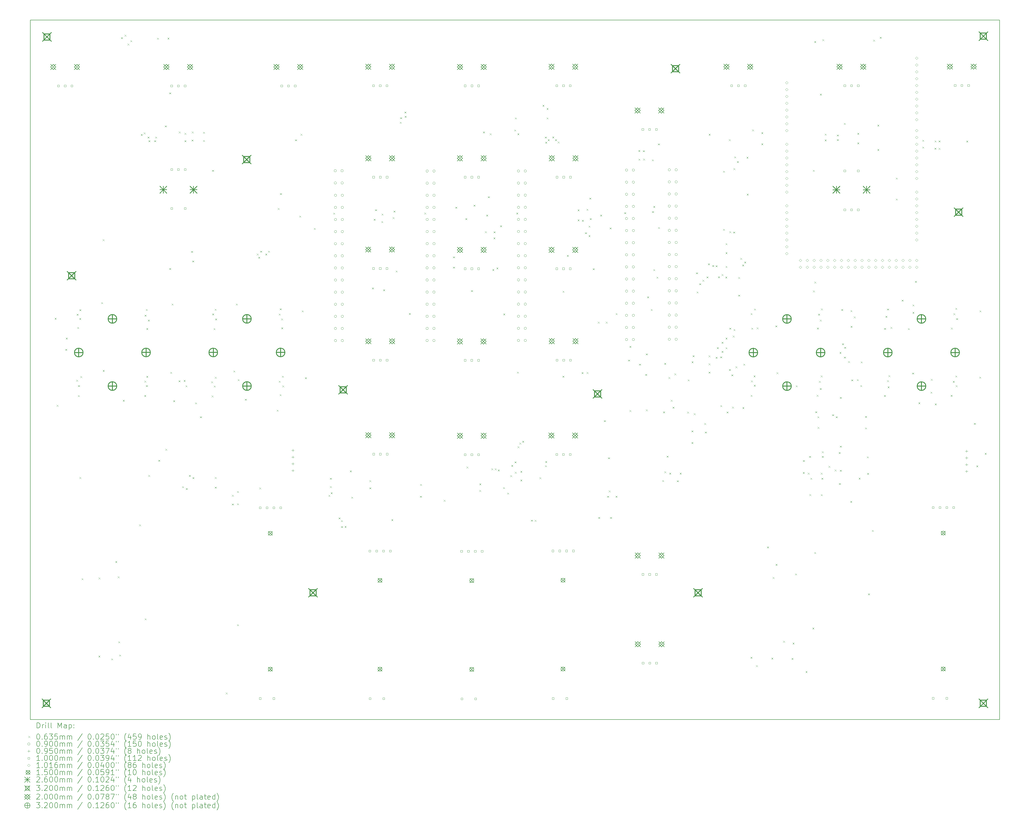
<source format=gbr>
%FSLAX45Y45*%
G04 Gerber Fmt 4.5, Leading zero omitted, Abs format (unit mm)*
G04 Created by KiCad (PCBNEW (5.99.0-11071-g7fde05e8ee)) date 2021-09-26 21:53:00*
%MOMM*%
%LPD*%
G01*
G04 APERTURE LIST*
%TA.AperFunction,Profile*%
%ADD10C,0.150000*%
%TD*%
%ADD11C,0.200000*%
%ADD12C,0.063500*%
%ADD13C,0.090000*%
%ADD14C,0.095000*%
%ADD15C,0.100000*%
%ADD16C,0.101600*%
%ADD17C,0.150000*%
%ADD18C,0.260000*%
%ADD19C,0.320000*%
G04 APERTURE END LIST*
D10*
X47900000Y-31100000D02*
X11900000Y-31100000D01*
X11900000Y-31100000D02*
X11900000Y-5100000D01*
X47900000Y-5100000D02*
X47900000Y-31100000D01*
X11900000Y-5100000D02*
X47900000Y-5100000D01*
D11*
D12*
X12807950Y-16170910D02*
X12871450Y-16234410D01*
X12871450Y-16170910D02*
X12807950Y-16234410D01*
X12879070Y-19404330D02*
X12942570Y-19467830D01*
X12942570Y-19404330D02*
X12879070Y-19467830D01*
X13201250Y-17324250D02*
X13264750Y-17387750D01*
X13264750Y-17324250D02*
X13201250Y-17387750D01*
X13220250Y-16906250D02*
X13283750Y-16969750D01*
X13283750Y-16906250D02*
X13220250Y-16969750D01*
X13606250Y-18472250D02*
X13669750Y-18535750D01*
X13669750Y-18472250D02*
X13606250Y-18535750D01*
X13625250Y-16020250D02*
X13688750Y-16083750D01*
X13688750Y-16020250D02*
X13625250Y-16083750D01*
X13643610Y-16513810D02*
X13707110Y-16577310D01*
X13707110Y-16513810D02*
X13643610Y-16577310D01*
X13669010Y-19043650D02*
X13732510Y-19107150D01*
X13732510Y-19043650D02*
X13669010Y-19107150D01*
X13674250Y-18670250D02*
X13737750Y-18733750D01*
X13737750Y-18670250D02*
X13674250Y-18733750D01*
X13721250Y-16178250D02*
X13784750Y-16241750D01*
X13784750Y-16178250D02*
X13721250Y-16241750D01*
X13724890Y-15850870D02*
X13788390Y-15914370D01*
X13788390Y-15850870D02*
X13724890Y-15914370D01*
X13727430Y-22086570D02*
X13790930Y-22150070D01*
X13790930Y-22086570D02*
X13727430Y-22150070D01*
X13760450Y-18337530D02*
X13823950Y-18401030D01*
X13823950Y-18337530D02*
X13760450Y-18401030D01*
X13806170Y-25850850D02*
X13869670Y-25914350D01*
X13869670Y-25850850D02*
X13806170Y-25914350D01*
X14433550Y-28723590D02*
X14497050Y-28787090D01*
X14497050Y-28723590D02*
X14433550Y-28787090D01*
X14436090Y-25822910D02*
X14499590Y-25886410D01*
X14499590Y-25822910D02*
X14436090Y-25886410D01*
X14535250Y-15588250D02*
X14598750Y-15651750D01*
X14598750Y-15588250D02*
X14535250Y-15651750D01*
X14588490Y-13247370D02*
X14651990Y-13310870D01*
X14651990Y-13247370D02*
X14588490Y-13310870D01*
X14592250Y-18108250D02*
X14655750Y-18171750D01*
X14655750Y-18108250D02*
X14592250Y-18171750D01*
X14908530Y-28832810D02*
X14972030Y-28896310D01*
X14972030Y-28832810D02*
X14908530Y-28896310D01*
X15058390Y-25213310D02*
X15121890Y-25276810D01*
X15121890Y-25213310D02*
X15058390Y-25276810D01*
X15146250Y-25778250D02*
X15209750Y-25841750D01*
X15209750Y-25778250D02*
X15146250Y-25841750D01*
X15167610Y-28197810D02*
X15231110Y-28261310D01*
X15231110Y-28197810D02*
X15167610Y-28261310D01*
X15201250Y-28686250D02*
X15264750Y-28749750D01*
X15264750Y-28686250D02*
X15201250Y-28749750D01*
X15269210Y-5736590D02*
X15332710Y-5800090D01*
X15332710Y-5736590D02*
X15269210Y-5800090D01*
X15340330Y-19216370D02*
X15403830Y-19279870D01*
X15403830Y-19216370D02*
X15340330Y-19279870D01*
X15401290Y-5645150D02*
X15464790Y-5708650D01*
X15464790Y-5645150D02*
X15401290Y-5708650D01*
X15510510Y-5975350D02*
X15574010Y-6038850D01*
X15574010Y-5975350D02*
X15510510Y-6038850D01*
X15619730Y-5853430D02*
X15683230Y-5916930D01*
X15683230Y-5853430D02*
X15619730Y-5916930D01*
X15942310Y-23849330D02*
X16005810Y-23912830D01*
X16005810Y-23849330D02*
X15942310Y-23912830D01*
X16005902Y-9337090D02*
X16069402Y-9400590D01*
X16069402Y-9337090D02*
X16005902Y-9400590D01*
X16115030Y-9277350D02*
X16178530Y-9340850D01*
X16178530Y-9277350D02*
X16115030Y-9340850D01*
X16132810Y-19041110D02*
X16196310Y-19104610D01*
X16196310Y-19041110D02*
X16132810Y-19104610D01*
X16138250Y-18508250D02*
X16201750Y-18571750D01*
X16201750Y-18508250D02*
X16138250Y-18571750D01*
X16145250Y-16054250D02*
X16208750Y-16117750D01*
X16208750Y-16054250D02*
X16145250Y-16117750D01*
X16153130Y-27341830D02*
X16216630Y-27405330D01*
X16216630Y-27341830D02*
X16153130Y-27405330D01*
X16193770Y-15843250D02*
X16257270Y-15906750D01*
X16257270Y-15843250D02*
X16193770Y-15906750D01*
X16197250Y-18673250D02*
X16260750Y-18736750D01*
X16260750Y-18673250D02*
X16197250Y-18736750D01*
X16211550Y-16551910D02*
X16275050Y-16615410D01*
X16275050Y-16551910D02*
X16211550Y-16615410D01*
X16211550Y-18327370D02*
X16275050Y-18390870D01*
X16275050Y-18327370D02*
X16211550Y-18390870D01*
X16257270Y-9432290D02*
X16320770Y-9495790D01*
X16320770Y-9432290D02*
X16257270Y-9495790D01*
X16268250Y-16235250D02*
X16331750Y-16298750D01*
X16331750Y-16235250D02*
X16268250Y-16298750D01*
X16283040Y-22010371D02*
X16346540Y-22073871D01*
X16346540Y-22010371D02*
X16283040Y-22073871D01*
X16290290Y-9569450D02*
X16353790Y-9632950D01*
X16353790Y-9569450D02*
X16290290Y-9632950D01*
X16503650Y-9569450D02*
X16567150Y-9632950D01*
X16567150Y-9569450D02*
X16503650Y-9632950D01*
X16541750Y-9432290D02*
X16605250Y-9495790D01*
X16605250Y-9432290D02*
X16541750Y-9495790D01*
X16610330Y-5759450D02*
X16673830Y-5822950D01*
X16673830Y-5759450D02*
X16610330Y-5822950D01*
X16653250Y-21447250D02*
X16716750Y-21510750D01*
X16716750Y-21447250D02*
X16653250Y-21510750D01*
X16900250Y-9019250D02*
X16963750Y-9082750D01*
X16963750Y-9019250D02*
X16900250Y-9082750D01*
X16917250Y-21036250D02*
X16980750Y-21099750D01*
X16980750Y-21036250D02*
X16917250Y-21099750D01*
X16998950Y-5756910D02*
X17062450Y-5820410D01*
X17062450Y-5756910D02*
X16998950Y-5820410D01*
X17062450Y-7791450D02*
X17125950Y-7854950D01*
X17125950Y-7791450D02*
X17062450Y-7854950D01*
X17062450Y-14319250D02*
X17125950Y-14382750D01*
X17125950Y-14319250D02*
X17062450Y-14382750D01*
X17098250Y-18178250D02*
X17161750Y-18241750D01*
X17161750Y-18178250D02*
X17098250Y-18241750D01*
X17151250Y-15641250D02*
X17214750Y-15704750D01*
X17214750Y-15641250D02*
X17151250Y-15704750D01*
X17208250Y-19236250D02*
X17271750Y-19299750D01*
X17271750Y-19236250D02*
X17208250Y-19299750D01*
X17410430Y-18492470D02*
X17473930Y-18555970D01*
X17473930Y-18492470D02*
X17410430Y-18555970D01*
X17416250Y-9244250D02*
X17479750Y-9307750D01*
X17479750Y-9244250D02*
X17416250Y-9307750D01*
X17538562Y-22430878D02*
X17602062Y-22494378D01*
X17602062Y-22430878D02*
X17538562Y-22494378D01*
X17598390Y-18482310D02*
X17661890Y-18545810D01*
X17661890Y-18482310D02*
X17598390Y-18545810D01*
X17628870Y-9295130D02*
X17692370Y-9358630D01*
X17692370Y-9295130D02*
X17628870Y-9358630D01*
X17628870Y-9569450D02*
X17692370Y-9632950D01*
X17692370Y-9569450D02*
X17628870Y-9632950D01*
X17666970Y-18677890D02*
X17730470Y-18741390D01*
X17730470Y-18677890D02*
X17666970Y-18741390D01*
X17679539Y-22496520D02*
X17743039Y-22560020D01*
X17743039Y-22496520D02*
X17679539Y-22560020D01*
X17793970Y-22010370D02*
X17857470Y-22073870D01*
X17857470Y-22010370D02*
X17793970Y-22073870D01*
X17875250Y-13684250D02*
X17938750Y-13747750D01*
X17938750Y-13684250D02*
X17875250Y-13747750D01*
X17893030Y-9544050D02*
X17956530Y-9607550D01*
X17956530Y-9544050D02*
X17893030Y-9607550D01*
X17898110Y-9241790D02*
X17961610Y-9305290D01*
X17961610Y-9241790D02*
X17898110Y-9305290D01*
X17915250Y-14038250D02*
X17978750Y-14101750D01*
X17978750Y-14038250D02*
X17915250Y-14101750D01*
X17925288Y-22093670D02*
X17988788Y-22157170D01*
X17988788Y-22093670D02*
X17925288Y-22157170D01*
X18020250Y-19316250D02*
X18083750Y-19379750D01*
X18083750Y-19316250D02*
X18020250Y-19379750D01*
X18206250Y-19832250D02*
X18269750Y-19895750D01*
X18269750Y-19832250D02*
X18206250Y-19895750D01*
X18317210Y-9257030D02*
X18380710Y-9320530D01*
X18380710Y-9257030D02*
X18317210Y-9320530D01*
X18319750Y-9561830D02*
X18383250Y-9625330D01*
X18383250Y-9561830D02*
X18319750Y-9625330D01*
X18617250Y-18530250D02*
X18680750Y-18593750D01*
X18680750Y-18530250D02*
X18617250Y-18593750D01*
X18634710Y-19056350D02*
X18698210Y-19119850D01*
X18698210Y-19056350D02*
X18634710Y-19119850D01*
X18654250Y-10668250D02*
X18717750Y-10731750D01*
X18717750Y-10668250D02*
X18654250Y-10731750D01*
X18657250Y-16008250D02*
X18720750Y-16071750D01*
X18720750Y-16008250D02*
X18657250Y-16071750D01*
X18708227Y-16555864D02*
X18771727Y-16619364D01*
X18771727Y-16555864D02*
X18708227Y-16619364D01*
X18718250Y-18686250D02*
X18781750Y-18749750D01*
X18781750Y-18686250D02*
X18718250Y-18749750D01*
X18749010Y-15833090D02*
X18812510Y-15896590D01*
X18812510Y-15833090D02*
X18749010Y-15896590D01*
X18754090Y-18360390D02*
X18817590Y-18423890D01*
X18817590Y-18360390D02*
X18754090Y-18423890D01*
X18754090Y-22089110D02*
X18817590Y-22152610D01*
X18817590Y-22089110D02*
X18754090Y-22152610D01*
X18754090Y-22447250D02*
X18817590Y-22510750D01*
X18817590Y-22447250D02*
X18754090Y-22510750D01*
X18767250Y-16193250D02*
X18830750Y-16256750D01*
X18830750Y-16193250D02*
X18767250Y-16256750D01*
X19163030Y-30097730D02*
X19226530Y-30161230D01*
X19226530Y-30097730D02*
X19163030Y-30161230D01*
X19389090Y-22746970D02*
X19452590Y-22810470D01*
X19452590Y-22746970D02*
X19389090Y-22810470D01*
X19389090Y-23072090D02*
X19452590Y-23135590D01*
X19452590Y-23072090D02*
X19389090Y-23135590D01*
X19444250Y-18131050D02*
X19507750Y-18194550D01*
X19507750Y-18131050D02*
X19444250Y-18194550D01*
X19538250Y-15639250D02*
X19601750Y-15702750D01*
X19601750Y-15639250D02*
X19538250Y-15702750D01*
X19582130Y-22607270D02*
X19645630Y-22670770D01*
X19645630Y-22607270D02*
X19582130Y-22670770D01*
X19582130Y-23067010D02*
X19645630Y-23130510D01*
X19645630Y-23067010D02*
X19582130Y-23130510D01*
X19582130Y-27562810D02*
X19645630Y-27626310D01*
X19645630Y-27562810D02*
X19582130Y-27626310D01*
X19604990Y-18449290D02*
X19668490Y-18512790D01*
X19668490Y-18449290D02*
X19604990Y-18512790D01*
X19871690Y-19180810D02*
X19935190Y-19244310D01*
X19935190Y-19180810D02*
X19871690Y-19244310D01*
X20313650Y-13783310D02*
X20377150Y-13846810D01*
X20377150Y-13783310D02*
X20313650Y-13846810D01*
X20365850Y-13898750D02*
X20429350Y-13962250D01*
X20429350Y-13898750D02*
X20365850Y-13962250D01*
X20405250Y-22477250D02*
X20468750Y-22540750D01*
X20468750Y-22477250D02*
X20405250Y-22540750D01*
X20438110Y-13676630D02*
X20501610Y-13740130D01*
X20501610Y-13676630D02*
X20438110Y-13740130D01*
X20631150Y-13783310D02*
X20694650Y-13846810D01*
X20694650Y-13783310D02*
X20631150Y-13846810D01*
X20732750Y-13676630D02*
X20796250Y-13740130D01*
X20796250Y-13676630D02*
X20732750Y-13740130D01*
X21055330Y-19587210D02*
X21118830Y-19650710D01*
X21118830Y-19587210D02*
X21055330Y-19650710D01*
X21093430Y-12089130D02*
X21156930Y-12152630D01*
X21156930Y-12089130D02*
X21093430Y-12152630D01*
X21130250Y-16014250D02*
X21193750Y-16077750D01*
X21193750Y-16014250D02*
X21130250Y-16077750D01*
X21130250Y-18510250D02*
X21193750Y-18573750D01*
X21193750Y-18510250D02*
X21130250Y-18573750D01*
X21162010Y-19008090D02*
X21225510Y-19071590D01*
X21225510Y-19008090D02*
X21162010Y-19071590D01*
X21167090Y-15817850D02*
X21230590Y-15881350D01*
X21230590Y-15817850D02*
X21167090Y-15881350D01*
X21175930Y-11535410D02*
X21239430Y-11598910D01*
X21239430Y-11535410D02*
X21175930Y-11598910D01*
X21216250Y-16196250D02*
X21279750Y-16259750D01*
X21279750Y-16196250D02*
X21216250Y-16259750D01*
X21222970Y-16523970D02*
X21286470Y-16587470D01*
X21286470Y-16523970D02*
X21222970Y-16587470D01*
X21249775Y-18325050D02*
X21313275Y-18388550D01*
X21313275Y-18325050D02*
X21249775Y-18388550D01*
X21262250Y-18684250D02*
X21325750Y-18747750D01*
X21325750Y-18684250D02*
X21262250Y-18747750D01*
X21736043Y-9533883D02*
X21799543Y-9597383D01*
X21799543Y-9533883D02*
X21736043Y-9597383D01*
X21893530Y-12371070D02*
X21957030Y-12434570D01*
X21957030Y-12371070D02*
X21893530Y-12434570D01*
X21939250Y-9328150D02*
X22002750Y-9391650D01*
X22002750Y-9328150D02*
X21939250Y-9391650D01*
X21985430Y-15895070D02*
X22048930Y-15958570D01*
X22048930Y-15895070D02*
X21985430Y-15958570D01*
X22103250Y-18378250D02*
X22166750Y-18441750D01*
X22166750Y-18378250D02*
X22103250Y-18441750D01*
X22432250Y-12831250D02*
X22495750Y-12894750D01*
X22495750Y-12831250D02*
X22432250Y-12894750D01*
X22976250Y-22750250D02*
X23039750Y-22813750D01*
X23039750Y-22750250D02*
X22976250Y-22813750D01*
X23030250Y-22428250D02*
X23093750Y-22491750D01*
X23093750Y-22428250D02*
X23030250Y-22491750D01*
X23031250Y-22118250D02*
X23094750Y-22181750D01*
X23094750Y-22118250D02*
X23031250Y-22181750D01*
X23058393Y-22656813D02*
X23121893Y-22720313D01*
X23121893Y-22656813D02*
X23058393Y-22720313D01*
X23153370Y-12261850D02*
X23216870Y-12325350D01*
X23216870Y-12261850D02*
X23153370Y-12325350D01*
X23352250Y-23590250D02*
X23415750Y-23653750D01*
X23415750Y-23590250D02*
X23352250Y-23653750D01*
X23441250Y-23691250D02*
X23504750Y-23754750D01*
X23504750Y-23691250D02*
X23441250Y-23754750D01*
X23445250Y-23910250D02*
X23508750Y-23973750D01*
X23508750Y-23910250D02*
X23445250Y-23973750D01*
X23576250Y-23907250D02*
X23639750Y-23970750D01*
X23639750Y-23907250D02*
X23576250Y-23970750D01*
X23770250Y-21842250D02*
X23833750Y-21905750D01*
X23833750Y-21842250D02*
X23770250Y-21905750D01*
X23823930Y-22821640D02*
X23887430Y-22885140D01*
X23887430Y-22821640D02*
X23823930Y-22885140D01*
X24494490Y-22204420D02*
X24557990Y-22267920D01*
X24557990Y-22204420D02*
X24494490Y-22267920D01*
X24494490Y-22472650D02*
X24557990Y-22536150D01*
X24557990Y-22472650D02*
X24494490Y-22536150D01*
X24591010Y-15043150D02*
X24654510Y-15106650D01*
X24654510Y-15043150D02*
X24591010Y-15106650D01*
X24657050Y-12490450D02*
X24720550Y-12553950D01*
X24720550Y-12490450D02*
X24657050Y-12553950D01*
X24707850Y-12134850D02*
X24771350Y-12198350D01*
X24771350Y-12134850D02*
X24707850Y-12198350D01*
X24939976Y-12577344D02*
X25003476Y-12640844D01*
X25003476Y-12577344D02*
X24939976Y-12640844D01*
X24946610Y-12297410D02*
X25010110Y-12360910D01*
X25010110Y-12297410D02*
X24946610Y-12360910D01*
X25007570Y-15111730D02*
X25071070Y-15175230D01*
X25071070Y-15111730D02*
X25007570Y-15175230D01*
X25310250Y-23652250D02*
X25373750Y-23715750D01*
X25373750Y-23652250D02*
X25310250Y-23715750D01*
X25360630Y-12426950D02*
X25424130Y-12490450D01*
X25424130Y-12426950D02*
X25360630Y-12490450D01*
X25391250Y-12184250D02*
X25454750Y-12247750D01*
X25454750Y-12184250D02*
X25391250Y-12247750D01*
X25471913Y-14412196D02*
X25535413Y-14475696D01*
X25535413Y-14412196D02*
X25471913Y-14475696D01*
X25627330Y-8883650D02*
X25690830Y-8947150D01*
X25690830Y-8883650D02*
X25627330Y-8947150D01*
X25640030Y-8713470D02*
X25703530Y-8776970D01*
X25703530Y-8713470D02*
X25640030Y-8776970D01*
X25800892Y-8501808D02*
X25864392Y-8565308D01*
X25864392Y-8501808D02*
X25800892Y-8565308D01*
X25807670Y-8665210D02*
X25871170Y-8728710D01*
X25871170Y-8665210D02*
X25807670Y-8728710D01*
X25965250Y-15991250D02*
X26028750Y-16054750D01*
X26028750Y-15991250D02*
X25965250Y-16054750D01*
X26376250Y-22785250D02*
X26439750Y-22848750D01*
X26439750Y-22785250D02*
X26376250Y-22848750D01*
X26379250Y-22345250D02*
X26442750Y-22408750D01*
X26442750Y-22345250D02*
X26379250Y-22408750D01*
X26534110Y-12256770D02*
X26597610Y-12320270D01*
X26597610Y-12256770D02*
X26534110Y-12320270D01*
X27255470Y-22932390D02*
X27318970Y-22995890D01*
X27318970Y-22932390D02*
X27255470Y-22995890D01*
X27603450Y-13887450D02*
X27666950Y-13950950D01*
X27666950Y-13887450D02*
X27603450Y-13950950D01*
X27603450Y-14268450D02*
X27666950Y-14331950D01*
X27666950Y-14268450D02*
X27603450Y-14331950D01*
X27688250Y-12043250D02*
X27751750Y-12106750D01*
X27751750Y-12043250D02*
X27688250Y-12106750D01*
X28060650Y-12465050D02*
X28124150Y-12528550D01*
X28124150Y-12465050D02*
X28060650Y-12528550D01*
X28102250Y-21698250D02*
X28165750Y-21761750D01*
X28165750Y-21698250D02*
X28102250Y-21761750D01*
X28270250Y-15141250D02*
X28333750Y-15204750D01*
X28333750Y-15141250D02*
X28270250Y-15204750D01*
X28365450Y-11964670D02*
X28428950Y-12028170D01*
X28428950Y-11964670D02*
X28365450Y-12028170D01*
X28574250Y-22569250D02*
X28637750Y-22632750D01*
X28637750Y-22569250D02*
X28574250Y-22632750D01*
X28578250Y-22326250D02*
X28641750Y-22389750D01*
X28641750Y-22326250D02*
X28578250Y-22389750D01*
X28715970Y-9241790D02*
X28779470Y-9305290D01*
X28779470Y-9241790D02*
X28715970Y-9305290D01*
X28787090Y-12952730D02*
X28850590Y-13016230D01*
X28850590Y-12952730D02*
X28787090Y-13016230D01*
X28835350Y-12335510D02*
X28898850Y-12399010D01*
X28898850Y-12335510D02*
X28835350Y-12399010D01*
X28896903Y-11650303D02*
X28960403Y-11713803D01*
X28960403Y-11650303D02*
X28896903Y-11713803D01*
X28964890Y-9312910D02*
X29028390Y-9376410D01*
X29028390Y-9312910D02*
X28964890Y-9376410D01*
X29024250Y-21764250D02*
X29087750Y-21827750D01*
X29087750Y-21764250D02*
X29024250Y-21827750D01*
X29063902Y-14357398D02*
X29127402Y-14420898D01*
X29127402Y-14357398D02*
X29063902Y-14420898D01*
X29104590Y-13181330D02*
X29168090Y-13244830D01*
X29168090Y-13181330D02*
X29104590Y-13244830D01*
X29109670Y-12955270D02*
X29173170Y-13018770D01*
X29173170Y-12955270D02*
X29109670Y-13018770D01*
X29149635Y-21765697D02*
X29213135Y-21829197D01*
X29213135Y-21765697D02*
X29149635Y-21829197D01*
X29213810Y-14298930D02*
X29277310Y-14362430D01*
X29277310Y-14298930D02*
X29213810Y-14362430D01*
X29267250Y-21806250D02*
X29330750Y-21869750D01*
X29330750Y-21806250D02*
X29267250Y-21869750D01*
X29349250Y-12730250D02*
X29412750Y-12793750D01*
X29412750Y-12730250D02*
X29349250Y-12793750D01*
X29459250Y-22464250D02*
X29522750Y-22527750D01*
X29522750Y-22464250D02*
X29459250Y-22527750D01*
X29470250Y-16007250D02*
X29533750Y-16070750D01*
X29533750Y-16007250D02*
X29470250Y-16070750D01*
X29612250Y-22666250D02*
X29675750Y-22729750D01*
X29675750Y-22666250D02*
X29612250Y-22729750D01*
X29727450Y-22017990D02*
X29790950Y-22081490D01*
X29790950Y-22017990D02*
X29727450Y-22081490D01*
X29766250Y-21639250D02*
X29829750Y-21702750D01*
X29829750Y-21639250D02*
X29766250Y-21702750D01*
X29876750Y-9170670D02*
X29940250Y-9234170D01*
X29940250Y-9170670D02*
X29876750Y-9234170D01*
X29889250Y-21509250D02*
X29952750Y-21572750D01*
X29952750Y-21509250D02*
X29889250Y-21572750D01*
X29897070Y-21890990D02*
X29960570Y-21954490D01*
X29960570Y-21890990D02*
X29897070Y-21954490D01*
X29902150Y-8721090D02*
X29965650Y-8784590D01*
X29965650Y-8721090D02*
X29902150Y-8784590D01*
X29950410Y-12259310D02*
X30013910Y-12322810D01*
X30013910Y-12259310D02*
X29950410Y-12322810D01*
X29975250Y-18172250D02*
X30038750Y-18235750D01*
X30038750Y-18172250D02*
X29975250Y-18235750D01*
X29993590Y-9312910D02*
X30057090Y-9376410D01*
X30057090Y-9312910D02*
X29993590Y-9376410D01*
X29996250Y-20943250D02*
X30059750Y-21006750D01*
X30059750Y-20943250D02*
X29996250Y-21006750D01*
X30067295Y-20807453D02*
X30130795Y-20870953D01*
X30130795Y-20807453D02*
X30067295Y-20870953D01*
X30103854Y-21859014D02*
X30167354Y-21922514D01*
X30167354Y-21859014D02*
X30103854Y-21922514D01*
X30105350Y-22180550D02*
X30168850Y-22244050D01*
X30168850Y-22180550D02*
X30105350Y-22244050D01*
X30173250Y-20742250D02*
X30236750Y-20805750D01*
X30236750Y-20742250D02*
X30173250Y-20805750D01*
X30496250Y-23674250D02*
X30559750Y-23737750D01*
X30559750Y-23674250D02*
X30496250Y-23737750D01*
X30631250Y-23677250D02*
X30694750Y-23740750D01*
X30694750Y-23677250D02*
X30631250Y-23740750D01*
X30810250Y-22095250D02*
X30873750Y-22158750D01*
X30873750Y-22095250D02*
X30810250Y-22158750D01*
X30923250Y-8254250D02*
X30986750Y-8317750D01*
X30986750Y-8254250D02*
X30923250Y-8317750D01*
X31014670Y-9432290D02*
X31078170Y-9495790D01*
X31078170Y-9432290D02*
X31014670Y-9495790D01*
X31017210Y-21649690D02*
X31080710Y-21713190D01*
X31080710Y-21649690D02*
X31017210Y-21713190D01*
X31025243Y-21494387D02*
X31088743Y-21557887D01*
X31088743Y-21494387D02*
X31025243Y-21557887D01*
X31027370Y-9626557D02*
X31090870Y-9690057D01*
X31090870Y-9626557D02*
X31027370Y-9690057D01*
X31078170Y-8371550D02*
X31141670Y-8435050D01*
X31141670Y-8371550D02*
X31078170Y-8435050D01*
X31078170Y-8723630D02*
X31141670Y-8787130D01*
X31141670Y-8723630D02*
X31078170Y-8787130D01*
X31121343Y-9531357D02*
X31184843Y-9594857D01*
X31184843Y-9531357D02*
X31121343Y-9594857D01*
X31290267Y-9431013D02*
X31353767Y-9494513D01*
X31353767Y-9431013D02*
X31290267Y-9494513D01*
X31390597Y-9531343D02*
X31454097Y-9594843D01*
X31454097Y-9531343D02*
X31390597Y-9594843D01*
X31487110Y-9617710D02*
X31550610Y-9681210D01*
X31550610Y-9617710D02*
X31487110Y-9681210D01*
X31667250Y-18322250D02*
X31730750Y-18385750D01*
X31730750Y-18322250D02*
X31667250Y-18385750D01*
X31672250Y-15166250D02*
X31735750Y-15229750D01*
X31735750Y-15166250D02*
X31672250Y-15229750D01*
X31832250Y-13831250D02*
X31895750Y-13894750D01*
X31895750Y-13831250D02*
X31832250Y-13894750D01*
X32228790Y-12137390D02*
X32292290Y-12200890D01*
X32292290Y-12137390D02*
X32228790Y-12200890D01*
X32228790Y-12513310D02*
X32292290Y-12576810D01*
X32292290Y-12513310D02*
X32228790Y-12576810D01*
X32378250Y-18190250D02*
X32441750Y-18253750D01*
X32441750Y-18190250D02*
X32378250Y-18253750D01*
X32388250Y-12529250D02*
X32451750Y-12592750D01*
X32451750Y-12529250D02*
X32388250Y-12592750D01*
X32503110Y-12988290D02*
X32566610Y-13051790D01*
X32566610Y-12988290D02*
X32503110Y-13051790D01*
X32558990Y-12119610D02*
X32622490Y-12183110D01*
X32622490Y-12119610D02*
X32558990Y-12183110D01*
X32565250Y-18186250D02*
X32628750Y-18249750D01*
X32628750Y-18186250D02*
X32565250Y-18249750D01*
X32635190Y-12744450D02*
X32698690Y-12807950D01*
X32698690Y-12744450D02*
X32635190Y-12807950D01*
X32635190Y-13097510D02*
X32698690Y-13161010D01*
X32698690Y-13097510D02*
X32635190Y-13161010D01*
X32667250Y-11703250D02*
X32730750Y-11766750D01*
X32730750Y-11703250D02*
X32667250Y-11766750D01*
X32684250Y-12467250D02*
X32747750Y-12530750D01*
X32747750Y-12467250D02*
X32684250Y-12530750D01*
X32791250Y-14328250D02*
X32854750Y-14391750D01*
X32854750Y-14328250D02*
X32791250Y-14391750D01*
X32977250Y-16311250D02*
X33040750Y-16374750D01*
X33040750Y-16311250D02*
X32977250Y-16374750D01*
X32995870Y-23572470D02*
X33059370Y-23635970D01*
X33059370Y-23572470D02*
X32995870Y-23635970D01*
X33066990Y-12332970D02*
X33130490Y-12396470D01*
X33130490Y-12332970D02*
X33066990Y-12396470D01*
X33208250Y-19974250D02*
X33271750Y-20037750D01*
X33271750Y-19974250D02*
X33208250Y-20037750D01*
X33273250Y-16311250D02*
X33336750Y-16374750D01*
X33336750Y-16311250D02*
X33273250Y-16374750D01*
X33326070Y-22785070D02*
X33389570Y-22848570D01*
X33389570Y-22785070D02*
X33326070Y-22848570D01*
X33359250Y-21356250D02*
X33422750Y-21419750D01*
X33422750Y-21356250D02*
X33359250Y-21419750D01*
X33385810Y-22585250D02*
X33449310Y-22648750D01*
X33449310Y-22585250D02*
X33385810Y-22648750D01*
X33420250Y-12814250D02*
X33483750Y-12877750D01*
X33483750Y-12814250D02*
X33420250Y-12877750D01*
X33437830Y-23572470D02*
X33501330Y-23635970D01*
X33501330Y-23572470D02*
X33437830Y-23635970D01*
X33641030Y-22785070D02*
X33704530Y-22848570D01*
X33704530Y-22785070D02*
X33641030Y-22848570D01*
X33644250Y-15995250D02*
X33707750Y-16058750D01*
X33707750Y-15995250D02*
X33644250Y-16058750D01*
X33961070Y-12244070D02*
X34024570Y-12307570D01*
X34024570Y-12244070D02*
X33961070Y-12307570D01*
X34105850Y-17722850D02*
X34169350Y-17786350D01*
X34169350Y-17722850D02*
X34105850Y-17786350D01*
X34156250Y-19597250D02*
X34219750Y-19660750D01*
X34219750Y-19597250D02*
X34156250Y-19660750D01*
X34156650Y-17214850D02*
X34220150Y-17278350D01*
X34220150Y-17214850D02*
X34156650Y-17278350D01*
X34484310Y-9935210D02*
X34547810Y-9998710D01*
X34547810Y-9935210D02*
X34484310Y-9998710D01*
X34489390Y-10255250D02*
X34552890Y-10318750D01*
X34552890Y-10255250D02*
X34489390Y-10318750D01*
X34512250Y-17875250D02*
X34575750Y-17938750D01*
X34575750Y-17875250D02*
X34512250Y-17938750D01*
X34654490Y-9942830D02*
X34717990Y-10006330D01*
X34717990Y-9942830D02*
X34654490Y-10006330D01*
X34662110Y-10252710D02*
X34725610Y-10316210D01*
X34725610Y-10252710D02*
X34662110Y-10316210D01*
X34740850Y-18256250D02*
X34804350Y-18319750D01*
X34804350Y-18256250D02*
X34740850Y-18319750D01*
X34765250Y-17493250D02*
X34828750Y-17556750D01*
X34828750Y-17493250D02*
X34765250Y-17556750D01*
X34765250Y-19571250D02*
X34828750Y-19634750D01*
X34828750Y-19571250D02*
X34765250Y-19634750D01*
X34810250Y-15374250D02*
X34873750Y-15437750D01*
X34873750Y-15374250D02*
X34810250Y-15437750D01*
X34945270Y-15844250D02*
X35008770Y-15907750D01*
X35008770Y-15844250D02*
X34945270Y-15907750D01*
X34990250Y-10279250D02*
X35053750Y-10342750D01*
X35053750Y-10279250D02*
X34990250Y-10342750D01*
X34994850Y-12203430D02*
X35058350Y-12266930D01*
X35058350Y-12203430D02*
X34994850Y-12266930D01*
X35039171Y-12013131D02*
X35102671Y-12076631D01*
X35102671Y-12013131D02*
X35039171Y-12076631D01*
X35040570Y-14359890D02*
X35104070Y-14423390D01*
X35104070Y-14359890D02*
X35040570Y-14423390D01*
X35159950Y-14641830D02*
X35223450Y-14705330D01*
X35223450Y-14641830D02*
X35159950Y-14705330D01*
X35212250Y-9686250D02*
X35275750Y-9749750D01*
X35275750Y-9686250D02*
X35212250Y-9749750D01*
X35216250Y-12796250D02*
X35279750Y-12859750D01*
X35279750Y-12796250D02*
X35216250Y-12859750D01*
X35368250Y-22202250D02*
X35431750Y-22265750D01*
X35431750Y-22202250D02*
X35368250Y-22265750D01*
X35405250Y-19650250D02*
X35468750Y-19713750D01*
X35468750Y-19650250D02*
X35405250Y-19713750D01*
X35447250Y-17847250D02*
X35510750Y-17910750D01*
X35510750Y-17847250D02*
X35447250Y-17910750D01*
X35450250Y-21874430D02*
X35513750Y-21937930D01*
X35513750Y-21874430D02*
X35450250Y-21937930D01*
X35535250Y-21294250D02*
X35598750Y-21357750D01*
X35598750Y-21294250D02*
X35535250Y-21357750D01*
X35602250Y-18370250D02*
X35665750Y-18433750D01*
X35665750Y-18370250D02*
X35602250Y-18433750D01*
X35632390Y-21926550D02*
X35695890Y-21990050D01*
X35695890Y-21926550D02*
X35632390Y-21990050D01*
X35687250Y-19217250D02*
X35750750Y-19280750D01*
X35750750Y-19217250D02*
X35687250Y-19280750D01*
X35756250Y-19476250D02*
X35819750Y-19539750D01*
X35819750Y-19476250D02*
X35756250Y-19539750D01*
X35822250Y-18235250D02*
X35885750Y-18298750D01*
X35885750Y-18235250D02*
X35822250Y-18298750D01*
X35915250Y-22212250D02*
X35978750Y-22275750D01*
X35978750Y-22212250D02*
X35915250Y-22275750D01*
X36023550Y-21926550D02*
X36087050Y-21990050D01*
X36087050Y-21926550D02*
X36023550Y-21990050D01*
X36296250Y-19656250D02*
X36359750Y-19719750D01*
X36359750Y-19656250D02*
X36296250Y-19719750D01*
X36317250Y-18459250D02*
X36380750Y-18522750D01*
X36380750Y-18459250D02*
X36317250Y-18522750D01*
X36457890Y-20356830D02*
X36521390Y-20420330D01*
X36521390Y-20356830D02*
X36457890Y-20420330D01*
X36460430Y-20786090D02*
X36523930Y-20849590D01*
X36523930Y-20786090D02*
X36460430Y-20849590D01*
X36462970Y-17784820D02*
X36526470Y-17848320D01*
X36526470Y-17784820D02*
X36462970Y-17848320D01*
X36501493Y-17563320D02*
X36564993Y-17626820D01*
X36564993Y-17563320D02*
X36501493Y-17626820D01*
X36541250Y-19718250D02*
X36604750Y-19781750D01*
X36604750Y-19718250D02*
X36541250Y-19781750D01*
X36628250Y-14480250D02*
X36691750Y-14543750D01*
X36691750Y-14480250D02*
X36628250Y-14543750D01*
X36650250Y-15190250D02*
X36713750Y-15253750D01*
X36713750Y-15190250D02*
X36650250Y-15253750D01*
X36744155Y-14887455D02*
X36807655Y-14950955D01*
X36807655Y-14887455D02*
X36744155Y-14950955D01*
X36866830Y-14753590D02*
X36930330Y-14817090D01*
X36930330Y-14753590D02*
X36866830Y-14817090D01*
X36931250Y-20080250D02*
X36994750Y-20143750D01*
X36994750Y-20080250D02*
X36931250Y-20143750D01*
X36956250Y-20400250D02*
X37019750Y-20463750D01*
X37019750Y-20400250D02*
X36956250Y-20463750D01*
X37016690Y-14634210D02*
X37080190Y-14697710D01*
X37080190Y-14634210D02*
X37016690Y-14697710D01*
X37070404Y-14144332D02*
X37133904Y-14207832D01*
X37133904Y-14144332D02*
X37070404Y-14207832D01*
X37092250Y-18171110D02*
X37155750Y-18234610D01*
X37155750Y-18171110D02*
X37092250Y-18234610D01*
X37092727Y-17862727D02*
X37156227Y-17926227D01*
X37156227Y-17862727D02*
X37092727Y-17926227D01*
X37095250Y-17566250D02*
X37158750Y-17629750D01*
X37158750Y-17566250D02*
X37095250Y-17629750D01*
X37096250Y-9330250D02*
X37159750Y-9393750D01*
X37159750Y-9330250D02*
X37096250Y-9393750D01*
X37230250Y-14210250D02*
X37293750Y-14273750D01*
X37293750Y-14210250D02*
X37230250Y-14273750D01*
X37354462Y-14217282D02*
X37417962Y-14280782D01*
X37417962Y-14217282D02*
X37354462Y-14280782D01*
X37355352Y-17622092D02*
X37418852Y-17685592D01*
X37418852Y-17622092D02*
X37355352Y-17685592D01*
X37401928Y-17262268D02*
X37465428Y-17325768D01*
X37465428Y-17262268D02*
X37401928Y-17325768D01*
X37443000Y-14627753D02*
X37506500Y-14691253D01*
X37506500Y-14627753D02*
X37443000Y-14691253D01*
X37524690Y-17603470D02*
X37588190Y-17666970D01*
X37588190Y-17603470D02*
X37524690Y-17666970D01*
X37527250Y-19416250D02*
X37590750Y-19479750D01*
X37590750Y-19416250D02*
X37527250Y-19479750D01*
X37575490Y-17062450D02*
X37638990Y-17125950D01*
X37638990Y-17062450D02*
X37575490Y-17125950D01*
X37577602Y-17399842D02*
X37641102Y-17463342D01*
X37641102Y-17399842D02*
X37577602Y-17463342D01*
X37578030Y-14542770D02*
X37641530Y-14606270D01*
X37641530Y-14542770D02*
X37578030Y-14606270D01*
X37630150Y-10704250D02*
X37693650Y-10767750D01*
X37693650Y-10704250D02*
X37630150Y-10767750D01*
X37630150Y-12861250D02*
X37693650Y-12924750D01*
X37693650Y-12861250D02*
X37630150Y-12924750D01*
X37716576Y-14637760D02*
X37780076Y-14701260D01*
X37780076Y-14637760D02*
X37716576Y-14701260D01*
X37725350Y-13397230D02*
X37788850Y-13460730D01*
X37788850Y-13397230D02*
X37725350Y-13460730D01*
X37725350Y-13732510D02*
X37788850Y-13796010D01*
X37788850Y-13732510D02*
X37725350Y-13796010D01*
X37725350Y-14243050D02*
X37788850Y-14306550D01*
X37788850Y-14243050D02*
X37725350Y-14306550D01*
X37725350Y-16904970D02*
X37788850Y-16968470D01*
X37788850Y-16904970D02*
X37725350Y-16968470D01*
X37725350Y-17265650D02*
X37788850Y-17329150D01*
X37788850Y-17265650D02*
X37725350Y-17329150D01*
X37760250Y-19653250D02*
X37823750Y-19716750D01*
X37823750Y-19653250D02*
X37760250Y-19716750D01*
X37847250Y-9532250D02*
X37910750Y-9595750D01*
X37910750Y-9532250D02*
X37847250Y-9595750D01*
X37849810Y-18075910D02*
X37913310Y-18139410D01*
X37913310Y-18075910D02*
X37849810Y-18139410D01*
X37862510Y-16539210D02*
X37926010Y-16602710D01*
X37926010Y-16539210D02*
X37862510Y-16602710D01*
X37865050Y-12952730D02*
X37928550Y-13016230D01*
X37928550Y-12952730D02*
X37865050Y-13016230D01*
X37939250Y-18274250D02*
X38002750Y-18337750D01*
X38002750Y-18274250D02*
X37939250Y-18337750D01*
X37964110Y-19472910D02*
X38027610Y-19536410D01*
X38027610Y-19472910D02*
X37964110Y-19536410D01*
X37989510Y-16831310D02*
X38053010Y-16894810D01*
X38053010Y-16831310D02*
X37989510Y-16894810D01*
X38006250Y-12964250D02*
X38069750Y-13027750D01*
X38069750Y-12964250D02*
X38006250Y-13027750D01*
X38017250Y-10605250D02*
X38080750Y-10668750D01*
X38080750Y-10605250D02*
X38017250Y-10668750D01*
X38022250Y-16587250D02*
X38085750Y-16650750D01*
X38085750Y-16587250D02*
X38022250Y-16650750D01*
X38045390Y-10168890D02*
X38108890Y-10232390D01*
X38108890Y-10168890D02*
X38045390Y-10232390D01*
X38091110Y-17971770D02*
X38154610Y-18035270D01*
X38154610Y-17971770D02*
X38091110Y-18035270D01*
X38149530Y-10344150D02*
X38213030Y-10407650D01*
X38213030Y-10344150D02*
X38149530Y-10407650D01*
X38195250Y-14653310D02*
X38258750Y-14716810D01*
X38258750Y-14653310D02*
X38195250Y-14716810D01*
X38195250Y-15309850D02*
X38258750Y-15373350D01*
X38258750Y-15309850D02*
X38195250Y-15373350D01*
X38268910Y-13943330D02*
X38332410Y-14006830D01*
X38332410Y-13943330D02*
X38268910Y-14006830D01*
X38342570Y-14187170D02*
X38406070Y-14250670D01*
X38406070Y-14187170D02*
X38342570Y-14250670D01*
X38349250Y-19486250D02*
X38412750Y-19549750D01*
X38412750Y-19486250D02*
X38349250Y-19549750D01*
X38384250Y-17877250D02*
X38447750Y-17940750D01*
X38447750Y-17877250D02*
X38384250Y-17940750D01*
X38418770Y-14076420D02*
X38482270Y-14139920D01*
X38482270Y-14076420D02*
X38418770Y-14139920D01*
X38502590Y-10184130D02*
X38566090Y-10247630D01*
X38566090Y-10184130D02*
X38502590Y-10247630D01*
X38511250Y-11556250D02*
X38574750Y-11619750D01*
X38574750Y-11556250D02*
X38511250Y-11619750D01*
X38652450Y-28771850D02*
X38715950Y-28835350D01*
X38715950Y-28771850D02*
X38652450Y-28835350D01*
X38656250Y-15995250D02*
X38719750Y-16058750D01*
X38719750Y-15995250D02*
X38656250Y-16058750D01*
X38657530Y-19036030D02*
X38721030Y-19099530D01*
X38721030Y-19036030D02*
X38657530Y-19099530D01*
X38669250Y-18497250D02*
X38732750Y-18560750D01*
X38732750Y-18497250D02*
X38669250Y-18560750D01*
X38682930Y-16539210D02*
X38746430Y-16602710D01*
X38746430Y-16539210D02*
X38682930Y-16602710D01*
X38710870Y-9168130D02*
X38774370Y-9231630D01*
X38774370Y-9168130D02*
X38710870Y-9231630D01*
X38764450Y-18313208D02*
X38827950Y-18376708D01*
X38827950Y-18313208D02*
X38764450Y-18376708D01*
X38773250Y-18660250D02*
X38836750Y-18723750D01*
X38836750Y-18660250D02*
X38773250Y-18723750D01*
X38781990Y-15828010D02*
X38845490Y-15891510D01*
X38845490Y-15828010D02*
X38781990Y-15891510D01*
X38853110Y-29081730D02*
X38916610Y-29145230D01*
X38916610Y-29081730D02*
X38853110Y-29145230D01*
X38880250Y-16525250D02*
X38943750Y-16588750D01*
X38943750Y-16525250D02*
X38880250Y-16588750D01*
X39053250Y-9268250D02*
X39116750Y-9331750D01*
X39116750Y-9268250D02*
X39053250Y-9331750D01*
X39053250Y-9682250D02*
X39116750Y-9745750D01*
X39116750Y-9682250D02*
X39053250Y-9745750D01*
X39267130Y-24669750D02*
X39330630Y-24733250D01*
X39330630Y-24669750D02*
X39267130Y-24733250D01*
X39424610Y-28802330D02*
X39488110Y-28865830D01*
X39488110Y-28802330D02*
X39424610Y-28865830D01*
X39472870Y-25805130D02*
X39536370Y-25868630D01*
X39536370Y-25805130D02*
X39472870Y-25868630D01*
X39572250Y-16454250D02*
X39635750Y-16517750D01*
X39635750Y-16454250D02*
X39572250Y-16517750D01*
X39584630Y-25317450D02*
X39648130Y-25380950D01*
X39648130Y-25317450D02*
X39584630Y-25380950D01*
X39618250Y-18191250D02*
X39681750Y-18254750D01*
X39681750Y-18191250D02*
X39618250Y-18254750D01*
X39860250Y-28173250D02*
X39923750Y-28236750D01*
X39923750Y-28173250D02*
X39860250Y-28236750D01*
X40173250Y-28813250D02*
X40236750Y-28876750D01*
X40236750Y-28813250D02*
X40173250Y-28876750D01*
X40213250Y-28241250D02*
X40276750Y-28304750D01*
X40276750Y-28241250D02*
X40213250Y-28304750D01*
X40305250Y-25672250D02*
X40368750Y-25735750D01*
X40368750Y-25672250D02*
X40305250Y-25735750D01*
X40331390Y-18677890D02*
X40394890Y-18741390D01*
X40394890Y-18677890D02*
X40331390Y-18741390D01*
X40594250Y-21899250D02*
X40657750Y-21962750D01*
X40657750Y-21899250D02*
X40594250Y-21962750D01*
X40597250Y-21456250D02*
X40660750Y-21519750D01*
X40660750Y-21456250D02*
X40597250Y-21519750D01*
X40694610Y-29302710D02*
X40758110Y-29366210D01*
X40758110Y-29302710D02*
X40694610Y-29366210D01*
X40775890Y-21926550D02*
X40839390Y-21990050D01*
X40839390Y-21926550D02*
X40775890Y-21990050D01*
X40828086Y-21304707D02*
X40891586Y-21368207D01*
X40891586Y-21304707D02*
X40828086Y-21368207D01*
X40835250Y-22724250D02*
X40898750Y-22787750D01*
X40898750Y-22724250D02*
X40835250Y-22787750D01*
X40872410Y-22117050D02*
X40935910Y-22180550D01*
X40935910Y-22117050D02*
X40872410Y-22180550D01*
X40948610Y-27684730D02*
X41012110Y-27748230D01*
X41012110Y-27684730D02*
X40948610Y-27748230D01*
X40968250Y-10670250D02*
X41031750Y-10733750D01*
X41031750Y-10670250D02*
X40968250Y-10733750D01*
X40971470Y-15154910D02*
X41034970Y-15218410D01*
X41034970Y-15154910D02*
X40971470Y-15218410D01*
X41017190Y-24878030D02*
X41080690Y-24941530D01*
X41080690Y-24878030D02*
X41017190Y-24941530D01*
X41019250Y-5884250D02*
X41082750Y-5947750D01*
X41082750Y-5884250D02*
X41019250Y-5947750D01*
X41022270Y-14824710D02*
X41085770Y-14888210D01*
X41085770Y-14824710D02*
X41022270Y-14888210D01*
X41054250Y-19645250D02*
X41117750Y-19708750D01*
X41117750Y-19645250D02*
X41054250Y-19708750D01*
X41106090Y-19030950D02*
X41169590Y-19094450D01*
X41169590Y-19030950D02*
X41106090Y-19094450D01*
X41118790Y-16534130D02*
X41182290Y-16597630D01*
X41182290Y-16534130D02*
X41118790Y-16597630D01*
X41136570Y-19831050D02*
X41200070Y-19894550D01*
X41200070Y-19831050D02*
X41136570Y-19894550D01*
X41139110Y-20224750D02*
X41202610Y-20288250D01*
X41202610Y-20224750D02*
X41139110Y-20288250D01*
X41160250Y-16016250D02*
X41223750Y-16079750D01*
X41223750Y-16016250D02*
X41160250Y-16079750D01*
X41192250Y-18514250D02*
X41255750Y-18577750D01*
X41255750Y-18514250D02*
X41192250Y-18577750D01*
X41225250Y-16235250D02*
X41288750Y-16298750D01*
X41288750Y-16235250D02*
X41225250Y-16298750D01*
X41225250Y-18779250D02*
X41288750Y-18842750D01*
X41288750Y-18779250D02*
X41225250Y-18842750D01*
X41228250Y-7838250D02*
X41291750Y-7901750D01*
X41291750Y-7838250D02*
X41228250Y-7901750D01*
X41259924Y-21926550D02*
X41323424Y-21990050D01*
X41323424Y-21926550D02*
X41259924Y-21990050D01*
X41260747Y-18311584D02*
X41324247Y-18375084D01*
X41324247Y-18311584D02*
X41260747Y-18375084D01*
X41265250Y-22728250D02*
X41328750Y-22791750D01*
X41328750Y-22728250D02*
X41265250Y-22791750D01*
X41266110Y-15820390D02*
X41329610Y-15883890D01*
X41329610Y-15820390D02*
X41266110Y-15883890D01*
X41286430Y-22117050D02*
X41349930Y-22180550D01*
X41349930Y-22117050D02*
X41286430Y-22180550D01*
X41302450Y-21129737D02*
X41365950Y-21193237D01*
X41365950Y-21129737D02*
X41302450Y-21193237D01*
X41302450Y-21306457D02*
X41365950Y-21369957D01*
X41365950Y-21306457D02*
X41302450Y-21369957D01*
X41316250Y-5813250D02*
X41379750Y-5876750D01*
X41379750Y-5813250D02*
X41316250Y-5876750D01*
X41405810Y-9323070D02*
X41469310Y-9386570D01*
X41469310Y-9323070D02*
X41405810Y-9386570D01*
X41405810Y-9538970D02*
X41469310Y-9602470D01*
X41469310Y-9538970D02*
X41405810Y-9602470D01*
X41547250Y-21674250D02*
X41610750Y-21737750D01*
X41610750Y-21674250D02*
X41547250Y-21737750D01*
X41683629Y-19755450D02*
X41747129Y-19818950D01*
X41747129Y-19755450D02*
X41683629Y-19818950D01*
X41776650Y-21809710D02*
X41840150Y-21873210D01*
X41840150Y-21809710D02*
X41776650Y-21873210D01*
X41819819Y-19830452D02*
X41883319Y-19893952D01*
X41883319Y-19830452D02*
X41819819Y-19893952D01*
X41860470Y-9356090D02*
X41923970Y-9419590D01*
X41923970Y-9356090D02*
X41860470Y-9419590D01*
X41860470Y-9528810D02*
X41923970Y-9592310D01*
X41923970Y-9528810D02*
X41860470Y-9592310D01*
X41929250Y-21162250D02*
X41992750Y-21225750D01*
X41992750Y-21162250D02*
X41929250Y-21225750D01*
X41935250Y-22310250D02*
X41998750Y-22373750D01*
X41998750Y-22310250D02*
X41935250Y-22373750D01*
X41959530Y-17438370D02*
X42023030Y-17501870D01*
X42023030Y-17438370D02*
X41959530Y-17501870D01*
X41968250Y-19111250D02*
X42031750Y-19174750D01*
X42031750Y-19111250D02*
X41968250Y-19174750D01*
X41968250Y-20923250D02*
X42031750Y-20986750D01*
X42031750Y-20923250D02*
X41968250Y-20986750D01*
X41969690Y-21822410D02*
X42033190Y-21885910D01*
X42033190Y-21822410D02*
X41969690Y-21885910D01*
X42020250Y-15844250D02*
X42083750Y-15907750D01*
X42083750Y-15844250D02*
X42020250Y-15907750D01*
X42050970Y-17115790D02*
X42114470Y-17179290D01*
X42114470Y-17115790D02*
X42050970Y-17179290D01*
X42120250Y-8926250D02*
X42183750Y-8989750D01*
X42183750Y-8926250D02*
X42120250Y-8989750D01*
X42122090Y-17611090D02*
X42185590Y-17674590D01*
X42185590Y-17611090D02*
X42122090Y-17674590D01*
X42131744Y-17248677D02*
X42195244Y-17312177D01*
X42195244Y-17248677D02*
X42131744Y-17312177D01*
X42274490Y-17778730D02*
X42337990Y-17842230D01*
X42337990Y-17778730D02*
X42274490Y-17842230D01*
X42355770Y-22975570D02*
X42419270Y-23039070D01*
X42419270Y-22975570D02*
X42355770Y-23039070D01*
X42365930Y-15883890D02*
X42429430Y-15947390D01*
X42429430Y-15883890D02*
X42365930Y-15947390D01*
X42367411Y-16471020D02*
X42430911Y-16534520D01*
X42430911Y-16471020D02*
X42367411Y-16534520D01*
X42393870Y-18459450D02*
X42457370Y-18522950D01*
X42457370Y-18459450D02*
X42393870Y-18522950D01*
X42487850Y-16117570D02*
X42551350Y-16181070D01*
X42551350Y-16117570D02*
X42487850Y-16181070D01*
X42599610Y-18449290D02*
X42663110Y-18512790D01*
X42663110Y-18449290D02*
X42599610Y-18512790D01*
X42617390Y-9295130D02*
X42680890Y-9358630D01*
X42680890Y-9295130D02*
X42617390Y-9358630D01*
X42617390Y-9650730D02*
X42680890Y-9714230D01*
X42680890Y-9650730D02*
X42617390Y-9714230D01*
X42670730Y-22114510D02*
X42734230Y-22178010D01*
X42734230Y-22114510D02*
X42670730Y-22178010D01*
X42726610Y-18670270D02*
X42790110Y-18733770D01*
X42790110Y-18670270D02*
X42726610Y-18733770D01*
X42746930Y-17789900D02*
X42810430Y-17853400D01*
X42810430Y-17789900D02*
X42746930Y-17853400D01*
X42904410Y-19818350D02*
X42967910Y-19881850D01*
X42967910Y-19818350D02*
X42904410Y-19881850D01*
X42904410Y-20245070D02*
X42967910Y-20308570D01*
X42967910Y-20245070D02*
X42904410Y-20308570D01*
X42972990Y-21322030D02*
X43036490Y-21385530D01*
X43036490Y-21322030D02*
X42972990Y-21385530D01*
X42980610Y-21933160D02*
X43044110Y-21996660D01*
X43044110Y-21933160D02*
X42980610Y-21996660D01*
X43016170Y-26414730D02*
X43079670Y-26478230D01*
X43079670Y-26414730D02*
X43016170Y-26478230D01*
X43158410Y-24055070D02*
X43221910Y-24118570D01*
X43221910Y-24055070D02*
X43158410Y-24118570D01*
X43205250Y-5831250D02*
X43268750Y-5894750D01*
X43268750Y-5831250D02*
X43205250Y-5894750D01*
X43364150Y-8990330D02*
X43427650Y-9053830D01*
X43427650Y-8990330D02*
X43364150Y-9053830D01*
X43364150Y-9897110D02*
X43427650Y-9960610D01*
X43427650Y-9897110D02*
X43364150Y-9960610D01*
X43453250Y-5725250D02*
X43516750Y-5788750D01*
X43516750Y-5725250D02*
X43453250Y-5788750D01*
X43610530Y-19038570D02*
X43674030Y-19102070D01*
X43674030Y-19038570D02*
X43610530Y-19102070D01*
X43613070Y-16546830D02*
X43676570Y-16610330D01*
X43676570Y-16546830D02*
X43613070Y-16610330D01*
X43663250Y-16096250D02*
X43726750Y-16159750D01*
X43726750Y-16096250D02*
X43663250Y-16159750D01*
X43722290Y-15825470D02*
X43785790Y-15888970D01*
X43785790Y-15825470D02*
X43722290Y-15888970D01*
X43723250Y-18489250D02*
X43786750Y-18552750D01*
X43786750Y-18489250D02*
X43723250Y-18552750D01*
X43745250Y-18716250D02*
X43808750Y-18779750D01*
X43808750Y-18716250D02*
X43745250Y-18779750D01*
X43773746Y-18304121D02*
X43837246Y-18367621D01*
X43837246Y-18304121D02*
X43773746Y-18367621D01*
X43848250Y-16508250D02*
X43911750Y-16571750D01*
X43911750Y-16508250D02*
X43848250Y-16571750D01*
X44048250Y-10956250D02*
X44111750Y-11019750D01*
X44111750Y-10956250D02*
X44048250Y-11019750D01*
X44050250Y-11737250D02*
X44113750Y-11800750D01*
X44113750Y-11737250D02*
X44050250Y-11800750D01*
X44265250Y-15498250D02*
X44328750Y-15561750D01*
X44328750Y-15498250D02*
X44265250Y-15561750D01*
X44499250Y-16555250D02*
X44562750Y-16618750D01*
X44562750Y-16555250D02*
X44499250Y-16618750D01*
X44655250Y-18204450D02*
X44718750Y-18267950D01*
X44718750Y-18204450D02*
X44655250Y-18267950D01*
X44667170Y-15673070D02*
X44730670Y-15736570D01*
X44730670Y-15673070D02*
X44667170Y-15736570D01*
X44667170Y-15947390D02*
X44730670Y-16010890D01*
X44730670Y-15947390D02*
X44667170Y-16010890D01*
X44761250Y-14796250D02*
X44824750Y-14859750D01*
X44824750Y-14796250D02*
X44761250Y-14859750D01*
X44887250Y-19309250D02*
X44950750Y-19372750D01*
X44950750Y-19309250D02*
X44887250Y-19372750D01*
X45032930Y-9554210D02*
X45096430Y-9617710D01*
X45096430Y-9554210D02*
X45032930Y-9617710D01*
X45032930Y-9805670D02*
X45096430Y-9869170D01*
X45096430Y-9805670D02*
X45032930Y-9869170D01*
X45335190Y-18916650D02*
X45398690Y-18980150D01*
X45398690Y-18916650D02*
X45335190Y-18980150D01*
X45347890Y-18439130D02*
X45411390Y-18502630D01*
X45411390Y-18439130D02*
X45347890Y-18502630D01*
X45485050Y-9848850D02*
X45548550Y-9912350D01*
X45548550Y-9848850D02*
X45485050Y-9912350D01*
X45487590Y-9579610D02*
X45551090Y-9643110D01*
X45551090Y-9579610D02*
X45487590Y-9643110D01*
X45496250Y-19351250D02*
X45559750Y-19414750D01*
X45559750Y-19351250D02*
X45496250Y-19414750D01*
X45637450Y-9579610D02*
X45700950Y-9643110D01*
X45700950Y-9579610D02*
X45637450Y-9643110D01*
X45637450Y-9851390D02*
X45700950Y-9914890D01*
X45700950Y-9851390D02*
X45637450Y-9914890D01*
X46087030Y-19036030D02*
X46150530Y-19099530D01*
X46150530Y-19036030D02*
X46087030Y-19099530D01*
X46094650Y-16531590D02*
X46158150Y-16595090D01*
X46158150Y-16531590D02*
X46094650Y-16595090D01*
X46164250Y-18515250D02*
X46227750Y-18578750D01*
X46227750Y-18515250D02*
X46164250Y-18578750D01*
X46188250Y-15998250D02*
X46251750Y-16061750D01*
X46251750Y-15998250D02*
X46188250Y-16061750D01*
X46256651Y-15800681D02*
X46320151Y-15864181D01*
X46320151Y-15800681D02*
X46256651Y-15864181D01*
X46259750Y-18317210D02*
X46323250Y-18380710D01*
X46323250Y-18317210D02*
X46259750Y-18380710D01*
X46271250Y-18674250D02*
X46334750Y-18737750D01*
X46334750Y-18674250D02*
X46271250Y-18737750D01*
X46287250Y-16183250D02*
X46350750Y-16246750D01*
X46350750Y-16183250D02*
X46287250Y-16246750D01*
X46664250Y-9581250D02*
X46727750Y-9644750D01*
X46727750Y-9581250D02*
X46664250Y-9644750D01*
X46949250Y-20076250D02*
X47012750Y-20139750D01*
X47012750Y-20076250D02*
X46949250Y-20139750D01*
X47036250Y-21656250D02*
X47099750Y-21719750D01*
X47099750Y-21656250D02*
X47036250Y-21719750D01*
X47147250Y-18359250D02*
X47210750Y-18422750D01*
X47210750Y-18359250D02*
X47147250Y-18422750D01*
X47154250Y-15895250D02*
X47217750Y-15958750D01*
X47217750Y-15895250D02*
X47154250Y-15958750D01*
X47349250Y-21190250D02*
X47412750Y-21253750D01*
X47412750Y-21190250D02*
X47349250Y-21253750D01*
D13*
X23272420Y-10703460D02*
G75*
G03*
X23272420Y-10703460I-45000J0D01*
G01*
X23276420Y-11155460D02*
G75*
G03*
X23276420Y-11155460I-45000J0D01*
G01*
X23281420Y-11615460D02*
G75*
G03*
X23281420Y-11615460I-45000J0D01*
G01*
X23281420Y-12065460D02*
G75*
G03*
X23281420Y-12065460I-45000J0D01*
G01*
X23281420Y-12515460D02*
G75*
G03*
X23281420Y-12515460I-45000J0D01*
G01*
X23281420Y-12965460D02*
G75*
G03*
X23281420Y-12965460I-45000J0D01*
G01*
X23281420Y-13415460D02*
G75*
G03*
X23281420Y-13415460I-45000J0D01*
G01*
X23281420Y-13865460D02*
G75*
G03*
X23281420Y-13865460I-45000J0D01*
G01*
X23281420Y-14315460D02*
G75*
G03*
X23281420Y-14315460I-45000J0D01*
G01*
X23281420Y-14765460D02*
G75*
G03*
X23281420Y-14765460I-45000J0D01*
G01*
X23281420Y-15215460D02*
G75*
G03*
X23281420Y-15215460I-45000J0D01*
G01*
X23281420Y-15665460D02*
G75*
G03*
X23281420Y-15665460I-45000J0D01*
G01*
X23281420Y-16115460D02*
G75*
G03*
X23281420Y-16115460I-45000J0D01*
G01*
X23281420Y-16565460D02*
G75*
G03*
X23281420Y-16565460I-45000J0D01*
G01*
X23281420Y-17015460D02*
G75*
G03*
X23281420Y-17015460I-45000J0D01*
G01*
X23526420Y-10703460D02*
G75*
G03*
X23526420Y-10703460I-45000J0D01*
G01*
X23530420Y-11155460D02*
G75*
G03*
X23530420Y-11155460I-45000J0D01*
G01*
X23535420Y-11615460D02*
G75*
G03*
X23535420Y-11615460I-45000J0D01*
G01*
X23535420Y-12065460D02*
G75*
G03*
X23535420Y-12065460I-45000J0D01*
G01*
X23535420Y-12515460D02*
G75*
G03*
X23535420Y-12515460I-45000J0D01*
G01*
X23535420Y-12965460D02*
G75*
G03*
X23535420Y-12965460I-45000J0D01*
G01*
X23535420Y-13415460D02*
G75*
G03*
X23535420Y-13415460I-45000J0D01*
G01*
X23535420Y-13865460D02*
G75*
G03*
X23535420Y-13865460I-45000J0D01*
G01*
X23535420Y-14315460D02*
G75*
G03*
X23535420Y-14315460I-45000J0D01*
G01*
X23535420Y-14765460D02*
G75*
G03*
X23535420Y-14765460I-45000J0D01*
G01*
X23535420Y-15215460D02*
G75*
G03*
X23535420Y-15215460I-45000J0D01*
G01*
X23535420Y-15665460D02*
G75*
G03*
X23535420Y-15665460I-45000J0D01*
G01*
X23535420Y-16115460D02*
G75*
G03*
X23535420Y-16115460I-45000J0D01*
G01*
X23535420Y-16565460D02*
G75*
G03*
X23535420Y-16565460I-45000J0D01*
G01*
X23535420Y-17015460D02*
G75*
G03*
X23535420Y-17015460I-45000J0D01*
G01*
X26684520Y-14312920D02*
G75*
G03*
X26684520Y-14312920I-45000J0D01*
G01*
X26684520Y-14762920D02*
G75*
G03*
X26684520Y-14762920I-45000J0D01*
G01*
X26684520Y-15212920D02*
G75*
G03*
X26684520Y-15212920I-45000J0D01*
G01*
X26684520Y-15662920D02*
G75*
G03*
X26684520Y-15662920I-45000J0D01*
G01*
X26684520Y-16112920D02*
G75*
G03*
X26684520Y-16112920I-45000J0D01*
G01*
X26684520Y-16562920D02*
G75*
G03*
X26684520Y-16562920I-45000J0D01*
G01*
X26684520Y-17012920D02*
G75*
G03*
X26684520Y-17012920I-45000J0D01*
G01*
X26687020Y-10713920D02*
G75*
G03*
X26687020Y-10713920I-45000J0D01*
G01*
X26687020Y-11163920D02*
G75*
G03*
X26687020Y-11163920I-45000J0D01*
G01*
X26687020Y-11613920D02*
G75*
G03*
X26687020Y-11613920I-45000J0D01*
G01*
X26687020Y-12063920D02*
G75*
G03*
X26687020Y-12063920I-45000J0D01*
G01*
X26687020Y-12513920D02*
G75*
G03*
X26687020Y-12513920I-45000J0D01*
G01*
X26687020Y-12963920D02*
G75*
G03*
X26687020Y-12963920I-45000J0D01*
G01*
X26687020Y-13413920D02*
G75*
G03*
X26687020Y-13413920I-45000J0D01*
G01*
X26687020Y-13863920D02*
G75*
G03*
X26687020Y-13863920I-45000J0D01*
G01*
X26938520Y-14312920D02*
G75*
G03*
X26938520Y-14312920I-45000J0D01*
G01*
X26938520Y-14762920D02*
G75*
G03*
X26938520Y-14762920I-45000J0D01*
G01*
X26938520Y-15212920D02*
G75*
G03*
X26938520Y-15212920I-45000J0D01*
G01*
X26938520Y-15662920D02*
G75*
G03*
X26938520Y-15662920I-45000J0D01*
G01*
X26938520Y-16112920D02*
G75*
G03*
X26938520Y-16112920I-45000J0D01*
G01*
X26938520Y-16562920D02*
G75*
G03*
X26938520Y-16562920I-45000J0D01*
G01*
X26938520Y-17012920D02*
G75*
G03*
X26938520Y-17012920I-45000J0D01*
G01*
X26941020Y-10713920D02*
G75*
G03*
X26941020Y-10713920I-45000J0D01*
G01*
X26941020Y-11163920D02*
G75*
G03*
X26941020Y-11163920I-45000J0D01*
G01*
X26941020Y-11613920D02*
G75*
G03*
X26941020Y-11613920I-45000J0D01*
G01*
X26941020Y-12063920D02*
G75*
G03*
X26941020Y-12063920I-45000J0D01*
G01*
X26941020Y-12513920D02*
G75*
G03*
X26941020Y-12513920I-45000J0D01*
G01*
X26941020Y-12963920D02*
G75*
G03*
X26941020Y-12963920I-45000J0D01*
G01*
X26941020Y-13413920D02*
G75*
G03*
X26941020Y-13413920I-45000J0D01*
G01*
X26941020Y-13863920D02*
G75*
G03*
X26941020Y-13863920I-45000J0D01*
G01*
X30077960Y-10712380D02*
G75*
G03*
X30077960Y-10712380I-45000J0D01*
G01*
X30077960Y-11161380D02*
G75*
G03*
X30077960Y-11161380I-45000J0D01*
G01*
X30077960Y-11611380D02*
G75*
G03*
X30077960Y-11611380I-45000J0D01*
G01*
X30077960Y-12061380D02*
G75*
G03*
X30077960Y-12061380I-45000J0D01*
G01*
X30077960Y-12511380D02*
G75*
G03*
X30077960Y-12511380I-45000J0D01*
G01*
X30077960Y-12961380D02*
G75*
G03*
X30077960Y-12961380I-45000J0D01*
G01*
X30077960Y-13411380D02*
G75*
G03*
X30077960Y-13411380I-45000J0D01*
G01*
X30077960Y-13861380D02*
G75*
G03*
X30077960Y-13861380I-45000J0D01*
G01*
X30077960Y-14310380D02*
G75*
G03*
X30077960Y-14310380I-45000J0D01*
G01*
X30077960Y-14760380D02*
G75*
G03*
X30077960Y-14760380I-45000J0D01*
G01*
X30077960Y-15210380D02*
G75*
G03*
X30077960Y-15210380I-45000J0D01*
G01*
X30077960Y-15660380D02*
G75*
G03*
X30077960Y-15660380I-45000J0D01*
G01*
X30077960Y-16110380D02*
G75*
G03*
X30077960Y-16110380I-45000J0D01*
G01*
X30077960Y-16560380D02*
G75*
G03*
X30077960Y-16560380I-45000J0D01*
G01*
X30077960Y-17010380D02*
G75*
G03*
X30077960Y-17010380I-45000J0D01*
G01*
X30331960Y-10712380D02*
G75*
G03*
X30331960Y-10712380I-45000J0D01*
G01*
X30331960Y-11161380D02*
G75*
G03*
X30331960Y-11161380I-45000J0D01*
G01*
X30331960Y-11611380D02*
G75*
G03*
X30331960Y-11611380I-45000J0D01*
G01*
X30331960Y-12061380D02*
G75*
G03*
X30331960Y-12061380I-45000J0D01*
G01*
X30331960Y-12511380D02*
G75*
G03*
X30331960Y-12511380I-45000J0D01*
G01*
X30331960Y-12961380D02*
G75*
G03*
X30331960Y-12961380I-45000J0D01*
G01*
X30331960Y-13411380D02*
G75*
G03*
X30331960Y-13411380I-45000J0D01*
G01*
X30331960Y-13861380D02*
G75*
G03*
X30331960Y-13861380I-45000J0D01*
G01*
X30331960Y-14310380D02*
G75*
G03*
X30331960Y-14310380I-45000J0D01*
G01*
X30331960Y-14760380D02*
G75*
G03*
X30331960Y-14760380I-45000J0D01*
G01*
X30331960Y-15210380D02*
G75*
G03*
X30331960Y-15210380I-45000J0D01*
G01*
X30331960Y-15660380D02*
G75*
G03*
X30331960Y-15660380I-45000J0D01*
G01*
X30331960Y-16110380D02*
G75*
G03*
X30331960Y-16110380I-45000J0D01*
G01*
X30331960Y-16560380D02*
G75*
G03*
X30331960Y-16560380I-45000J0D01*
G01*
X30331960Y-17010380D02*
G75*
G03*
X30331960Y-17010380I-45000J0D01*
G01*
X34091660Y-11127360D02*
G75*
G03*
X34091660Y-11127360I-45000J0D01*
G01*
X34091660Y-11577360D02*
G75*
G03*
X34091660Y-11577360I-45000J0D01*
G01*
X34091660Y-12027360D02*
G75*
G03*
X34091660Y-12027360I-45000J0D01*
G01*
X34091660Y-12477360D02*
G75*
G03*
X34091660Y-12477360I-45000J0D01*
G01*
X34091660Y-13377360D02*
G75*
G03*
X34091660Y-13377360I-45000J0D01*
G01*
X34091660Y-13827360D02*
G75*
G03*
X34091660Y-13827360I-45000J0D01*
G01*
X34091660Y-14277360D02*
G75*
G03*
X34091660Y-14277360I-45000J0D01*
G01*
X34091660Y-14727360D02*
G75*
G03*
X34091660Y-14727360I-45000J0D01*
G01*
X34091660Y-15177360D02*
G75*
G03*
X34091660Y-15177360I-45000J0D01*
G01*
X34091660Y-15627360D02*
G75*
G03*
X34091660Y-15627360I-45000J0D01*
G01*
X34091660Y-16077360D02*
G75*
G03*
X34091660Y-16077360I-45000J0D01*
G01*
X34091660Y-16527360D02*
G75*
G03*
X34091660Y-16527360I-45000J0D01*
G01*
X34091660Y-16977360D02*
G75*
G03*
X34091660Y-16977360I-45000J0D01*
G01*
X34092660Y-10677360D02*
G75*
G03*
X34092660Y-10677360I-45000J0D01*
G01*
X34093160Y-12927360D02*
G75*
G03*
X34093160Y-12927360I-45000J0D01*
G01*
X34345660Y-11127360D02*
G75*
G03*
X34345660Y-11127360I-45000J0D01*
G01*
X34345660Y-11577360D02*
G75*
G03*
X34345660Y-11577360I-45000J0D01*
G01*
X34345660Y-12027360D02*
G75*
G03*
X34345660Y-12027360I-45000J0D01*
G01*
X34345660Y-12477360D02*
G75*
G03*
X34345660Y-12477360I-45000J0D01*
G01*
X34345660Y-13377360D02*
G75*
G03*
X34345660Y-13377360I-45000J0D01*
G01*
X34345660Y-13827360D02*
G75*
G03*
X34345660Y-13827360I-45000J0D01*
G01*
X34345660Y-14277360D02*
G75*
G03*
X34345660Y-14277360I-45000J0D01*
G01*
X34345660Y-14727360D02*
G75*
G03*
X34345660Y-14727360I-45000J0D01*
G01*
X34345660Y-15177360D02*
G75*
G03*
X34345660Y-15177360I-45000J0D01*
G01*
X34345660Y-15627360D02*
G75*
G03*
X34345660Y-15627360I-45000J0D01*
G01*
X34345660Y-16077360D02*
G75*
G03*
X34345660Y-16077360I-45000J0D01*
G01*
X34345660Y-16527360D02*
G75*
G03*
X34345660Y-16527360I-45000J0D01*
G01*
X34345660Y-16977360D02*
G75*
G03*
X34345660Y-16977360I-45000J0D01*
G01*
X34346660Y-10677360D02*
G75*
G03*
X34346660Y-10677360I-45000J0D01*
G01*
X34347160Y-12927360D02*
G75*
G03*
X34347160Y-12927360I-45000J0D01*
G01*
X35681700Y-10667200D02*
G75*
G03*
X35681700Y-10667200I-45000J0D01*
G01*
X35681700Y-11117200D02*
G75*
G03*
X35681700Y-11117200I-45000J0D01*
G01*
X35681700Y-11567200D02*
G75*
G03*
X35681700Y-11567200I-45000J0D01*
G01*
X35681700Y-12017200D02*
G75*
G03*
X35681700Y-12017200I-45000J0D01*
G01*
X35681700Y-12467200D02*
G75*
G03*
X35681700Y-12467200I-45000J0D01*
G01*
X35681700Y-12917200D02*
G75*
G03*
X35681700Y-12917200I-45000J0D01*
G01*
X35681700Y-13367200D02*
G75*
G03*
X35681700Y-13367200I-45000J0D01*
G01*
X35681700Y-13817200D02*
G75*
G03*
X35681700Y-13817200I-45000J0D01*
G01*
X35681700Y-14267200D02*
G75*
G03*
X35681700Y-14267200I-45000J0D01*
G01*
X35681700Y-14717200D02*
G75*
G03*
X35681700Y-14717200I-45000J0D01*
G01*
X35681700Y-15167200D02*
G75*
G03*
X35681700Y-15167200I-45000J0D01*
G01*
X35681700Y-15617200D02*
G75*
G03*
X35681700Y-15617200I-45000J0D01*
G01*
X35681700Y-16067200D02*
G75*
G03*
X35681700Y-16067200I-45000J0D01*
G01*
X35681700Y-16517200D02*
G75*
G03*
X35681700Y-16517200I-45000J0D01*
G01*
X35681700Y-16967200D02*
G75*
G03*
X35681700Y-16967200I-45000J0D01*
G01*
X35935700Y-10667200D02*
G75*
G03*
X35935700Y-10667200I-45000J0D01*
G01*
X35935700Y-11117200D02*
G75*
G03*
X35935700Y-11117200I-45000J0D01*
G01*
X35935700Y-11567200D02*
G75*
G03*
X35935700Y-11567200I-45000J0D01*
G01*
X35935700Y-12017200D02*
G75*
G03*
X35935700Y-12017200I-45000J0D01*
G01*
X35935700Y-12467200D02*
G75*
G03*
X35935700Y-12467200I-45000J0D01*
G01*
X35935700Y-12917200D02*
G75*
G03*
X35935700Y-12917200I-45000J0D01*
G01*
X35935700Y-13367200D02*
G75*
G03*
X35935700Y-13367200I-45000J0D01*
G01*
X35935700Y-13817200D02*
G75*
G03*
X35935700Y-13817200I-45000J0D01*
G01*
X35935700Y-14267200D02*
G75*
G03*
X35935700Y-14267200I-45000J0D01*
G01*
X35935700Y-14717200D02*
G75*
G03*
X35935700Y-14717200I-45000J0D01*
G01*
X35935700Y-15167200D02*
G75*
G03*
X35935700Y-15167200I-45000J0D01*
G01*
X35935700Y-15617200D02*
G75*
G03*
X35935700Y-15617200I-45000J0D01*
G01*
X35935700Y-16067200D02*
G75*
G03*
X35935700Y-16067200I-45000J0D01*
G01*
X35935700Y-16517200D02*
G75*
G03*
X35935700Y-16517200I-45000J0D01*
G01*
X35935700Y-16967200D02*
G75*
G03*
X35935700Y-16967200I-45000J0D01*
G01*
D14*
X21655000Y-21047500D02*
X21655000Y-21142500D01*
X21607500Y-21095000D02*
X21702500Y-21095000D01*
X21655000Y-21297500D02*
X21655000Y-21392500D01*
X21607500Y-21345000D02*
X21702500Y-21345000D01*
X21655000Y-21547500D02*
X21655000Y-21642500D01*
X21607500Y-21595000D02*
X21702500Y-21595000D01*
X21655000Y-21797500D02*
X21655000Y-21892500D01*
X21607500Y-21845000D02*
X21702500Y-21845000D01*
X46675000Y-21077500D02*
X46675000Y-21172500D01*
X46627500Y-21125000D02*
X46722500Y-21125000D01*
X46675000Y-21327500D02*
X46675000Y-21422500D01*
X46627500Y-21375000D02*
X46722500Y-21375000D01*
X46675000Y-21577500D02*
X46675000Y-21672500D01*
X46627500Y-21625000D02*
X46722500Y-21625000D01*
X46675000Y-21827500D02*
X46675000Y-21922500D01*
X46627500Y-21875000D02*
X46722500Y-21875000D01*
D15*
X12980356Y-7582356D02*
X12980356Y-7511644D01*
X12909644Y-7511644D01*
X12909644Y-7582356D01*
X12980356Y-7582356D01*
X13230356Y-7582356D02*
X13230356Y-7511644D01*
X13159644Y-7511644D01*
X13159644Y-7582356D01*
X13230356Y-7582356D01*
X13480356Y-7582356D02*
X13480356Y-7511644D01*
X13409644Y-7511644D01*
X13409644Y-7582356D01*
X13480356Y-7582356D01*
X17182356Y-7583356D02*
X17182356Y-7512644D01*
X17111644Y-7512644D01*
X17111644Y-7583356D01*
X17182356Y-7583356D01*
X17185356Y-10688356D02*
X17185356Y-10617644D01*
X17114644Y-10617644D01*
X17114644Y-10688356D01*
X17185356Y-10688356D01*
X17185356Y-12138356D02*
X17185356Y-12067644D01*
X17114644Y-12067644D01*
X17114644Y-12138356D01*
X17185356Y-12138356D01*
X17432356Y-7583356D02*
X17432356Y-7512644D01*
X17361644Y-7512644D01*
X17361644Y-7583356D01*
X17432356Y-7583356D01*
X17435356Y-10688356D02*
X17435356Y-10617644D01*
X17364644Y-10617644D01*
X17364644Y-10688356D01*
X17435356Y-10688356D01*
X17682356Y-7583356D02*
X17682356Y-7512644D01*
X17611644Y-7512644D01*
X17611644Y-7583356D01*
X17682356Y-7583356D01*
X17685356Y-10688356D02*
X17685356Y-10617644D01*
X17614644Y-10617644D01*
X17614644Y-10688356D01*
X17685356Y-10688356D01*
X17685356Y-12138356D02*
X17685356Y-12067644D01*
X17614644Y-12067644D01*
X17614644Y-12138356D01*
X17685356Y-12138356D01*
X20471356Y-23265356D02*
X20471356Y-23194644D01*
X20400644Y-23194644D01*
X20400644Y-23265356D01*
X20471356Y-23265356D01*
X20474356Y-30355356D02*
X20474356Y-30284644D01*
X20403644Y-30284644D01*
X20403644Y-30355356D01*
X20474356Y-30355356D01*
X20725356Y-23265356D02*
X20725356Y-23194644D01*
X20654644Y-23194644D01*
X20654644Y-23265356D01*
X20725356Y-23265356D01*
X20979356Y-23265356D02*
X20979356Y-23194644D01*
X20908644Y-23194644D01*
X20908644Y-23265356D01*
X20979356Y-23265356D01*
X20982356Y-30355356D02*
X20982356Y-30284644D01*
X20911644Y-30284644D01*
X20911644Y-30355356D01*
X20982356Y-30355356D01*
X21233356Y-23265356D02*
X21233356Y-23194644D01*
X21162644Y-23194644D01*
X21162644Y-23265356D01*
X21233356Y-23265356D01*
X21271356Y-7581356D02*
X21271356Y-7510644D01*
X21200644Y-7510644D01*
X21200644Y-7581356D01*
X21271356Y-7581356D01*
X21521356Y-7581356D02*
X21521356Y-7510644D01*
X21450644Y-7510644D01*
X21450644Y-7581356D01*
X21521356Y-7581356D01*
X21771356Y-7581356D02*
X21771356Y-7510644D01*
X21700644Y-7510644D01*
X21700644Y-7581356D01*
X21771356Y-7581356D01*
X24544356Y-24872156D02*
X24544356Y-24801444D01*
X24473644Y-24801444D01*
X24473644Y-24872156D01*
X24544356Y-24872156D01*
X24555356Y-30358556D02*
X24555356Y-30287844D01*
X24484644Y-30287844D01*
X24484644Y-30358556D01*
X24555356Y-30358556D01*
X24680356Y-14368356D02*
X24680356Y-14297644D01*
X24609644Y-14297644D01*
X24609644Y-14368356D01*
X24680356Y-14368356D01*
X24681356Y-7572356D02*
X24681356Y-7501644D01*
X24610644Y-7501644D01*
X24610644Y-7572356D01*
X24681356Y-7572356D01*
X24683356Y-17777356D02*
X24683356Y-17706644D01*
X24612644Y-17706644D01*
X24612644Y-17777356D01*
X24683356Y-17777356D01*
X24684356Y-10973356D02*
X24684356Y-10902644D01*
X24613644Y-10902644D01*
X24613644Y-10973356D01*
X24684356Y-10973356D01*
X24686356Y-21270356D02*
X24686356Y-21199644D01*
X24615644Y-21199644D01*
X24615644Y-21270356D01*
X24686356Y-21270356D01*
X24798356Y-24872156D02*
X24798356Y-24801444D01*
X24727644Y-24801444D01*
X24727644Y-24872156D01*
X24798356Y-24872156D01*
X24930356Y-14368356D02*
X24930356Y-14297644D01*
X24859644Y-14297644D01*
X24859644Y-14368356D01*
X24930356Y-14368356D01*
X24931356Y-7572356D02*
X24931356Y-7501644D01*
X24860644Y-7501644D01*
X24860644Y-7572356D01*
X24931356Y-7572356D01*
X24933356Y-17777356D02*
X24933356Y-17706644D01*
X24862644Y-17706644D01*
X24862644Y-17777356D01*
X24933356Y-17777356D01*
X24934356Y-10973356D02*
X24934356Y-10902644D01*
X24863644Y-10902644D01*
X24863644Y-10973356D01*
X24934356Y-10973356D01*
X24936356Y-21270356D02*
X24936356Y-21199644D01*
X24865644Y-21199644D01*
X24865644Y-21270356D01*
X24936356Y-21270356D01*
X25052356Y-24872156D02*
X25052356Y-24801444D01*
X24981644Y-24801444D01*
X24981644Y-24872156D01*
X25052356Y-24872156D01*
X25063356Y-30358556D02*
X25063356Y-30287844D01*
X24992644Y-30287844D01*
X24992644Y-30358556D01*
X25063356Y-30358556D01*
X25180356Y-14368356D02*
X25180356Y-14297644D01*
X25109644Y-14297644D01*
X25109644Y-14368356D01*
X25180356Y-14368356D01*
X25181356Y-7572356D02*
X25181356Y-7501644D01*
X25110644Y-7501644D01*
X25110644Y-7572356D01*
X25181356Y-7572356D01*
X25183356Y-17777356D02*
X25183356Y-17706644D01*
X25112644Y-17706644D01*
X25112644Y-17777356D01*
X25183356Y-17777356D01*
X25184356Y-10973356D02*
X25184356Y-10902644D01*
X25113644Y-10902644D01*
X25113644Y-10973356D01*
X25184356Y-10973356D01*
X25186356Y-21270356D02*
X25186356Y-21199644D01*
X25115644Y-21199644D01*
X25115644Y-21270356D01*
X25186356Y-21270356D01*
X25306356Y-24872156D02*
X25306356Y-24801444D01*
X25235644Y-24801444D01*
X25235644Y-24872156D01*
X25306356Y-24872156D01*
X27952356Y-24879156D02*
X27952356Y-24808444D01*
X27881644Y-24808444D01*
X27881644Y-24879156D01*
X27952356Y-24879156D01*
X27963356Y-30365556D02*
X27963356Y-30294844D01*
X27892644Y-30294844D01*
X27892644Y-30365556D01*
X27963356Y-30365556D01*
X28082356Y-17781356D02*
X28082356Y-17710644D01*
X28011644Y-17710644D01*
X28011644Y-17781356D01*
X28082356Y-17781356D01*
X28084356Y-10975356D02*
X28084356Y-10904644D01*
X28013644Y-10904644D01*
X28013644Y-10975356D01*
X28084356Y-10975356D01*
X28085356Y-14378356D02*
X28085356Y-14307644D01*
X28014644Y-14307644D01*
X28014644Y-14378356D01*
X28085356Y-14378356D01*
X28085356Y-21290356D02*
X28085356Y-21219644D01*
X28014644Y-21219644D01*
X28014644Y-21290356D01*
X28085356Y-21290356D01*
X28086356Y-7579356D02*
X28086356Y-7508644D01*
X28015644Y-7508644D01*
X28015644Y-7579356D01*
X28086356Y-7579356D01*
X28206356Y-24879156D02*
X28206356Y-24808444D01*
X28135644Y-24808444D01*
X28135644Y-24879156D01*
X28206356Y-24879156D01*
X28332356Y-17781356D02*
X28332356Y-17710644D01*
X28261644Y-17710644D01*
X28261644Y-17781356D01*
X28332356Y-17781356D01*
X28334356Y-10975356D02*
X28334356Y-10904644D01*
X28263644Y-10904644D01*
X28263644Y-10975356D01*
X28334356Y-10975356D01*
X28335356Y-14378356D02*
X28335356Y-14307644D01*
X28264644Y-14307644D01*
X28264644Y-14378356D01*
X28335356Y-14378356D01*
X28335356Y-21290356D02*
X28335356Y-21219644D01*
X28264644Y-21219644D01*
X28264644Y-21290356D01*
X28335356Y-21290356D01*
X28336356Y-7579356D02*
X28336356Y-7508644D01*
X28265644Y-7508644D01*
X28265644Y-7579356D01*
X28336356Y-7579356D01*
X28460356Y-24879156D02*
X28460356Y-24808444D01*
X28389644Y-24808444D01*
X28389644Y-24879156D01*
X28460356Y-24879156D01*
X28471356Y-30365556D02*
X28471356Y-30294844D01*
X28400644Y-30294844D01*
X28400644Y-30365556D01*
X28471356Y-30365556D01*
X28582356Y-17781356D02*
X28582356Y-17710644D01*
X28511644Y-17710644D01*
X28511644Y-17781356D01*
X28582356Y-17781356D01*
X28584356Y-10975356D02*
X28584356Y-10904644D01*
X28513644Y-10904644D01*
X28513644Y-10975356D01*
X28584356Y-10975356D01*
X28585356Y-14378356D02*
X28585356Y-14307644D01*
X28514644Y-14307644D01*
X28514644Y-14378356D01*
X28585356Y-14378356D01*
X28585356Y-21290356D02*
X28585356Y-21219644D01*
X28514644Y-21219644D01*
X28514644Y-21290356D01*
X28585356Y-21290356D01*
X28586356Y-7579356D02*
X28586356Y-7508644D01*
X28515644Y-7508644D01*
X28515644Y-7579356D01*
X28586356Y-7579356D01*
X28714356Y-24879156D02*
X28714356Y-24808444D01*
X28643644Y-24808444D01*
X28643644Y-24879156D01*
X28714356Y-24879156D01*
X31341356Y-24867156D02*
X31341356Y-24796444D01*
X31270644Y-24796444D01*
X31270644Y-24867156D01*
X31341356Y-24867156D01*
X31352356Y-30353556D02*
X31352356Y-30282844D01*
X31281644Y-30282844D01*
X31281644Y-30353556D01*
X31352356Y-30353556D01*
X31485356Y-21280356D02*
X31485356Y-21209644D01*
X31414644Y-21209644D01*
X31414644Y-21280356D01*
X31485356Y-21280356D01*
X31486356Y-7573356D02*
X31486356Y-7502644D01*
X31415644Y-7502644D01*
X31415644Y-7573356D01*
X31486356Y-7573356D01*
X31486356Y-14378356D02*
X31486356Y-14307644D01*
X31415644Y-14307644D01*
X31415644Y-14378356D01*
X31486356Y-14378356D01*
X31495053Y-10975574D02*
X31495053Y-10904863D01*
X31424342Y-10904863D01*
X31424342Y-10975574D01*
X31495053Y-10975574D01*
X31495356Y-17775356D02*
X31495356Y-17704644D01*
X31424644Y-17704644D01*
X31424644Y-17775356D01*
X31495356Y-17775356D01*
X31595356Y-24867156D02*
X31595356Y-24796444D01*
X31524644Y-24796444D01*
X31524644Y-24867156D01*
X31595356Y-24867156D01*
X31735356Y-21280356D02*
X31735356Y-21209644D01*
X31664644Y-21209644D01*
X31664644Y-21280356D01*
X31735356Y-21280356D01*
X31736356Y-7573356D02*
X31736356Y-7502644D01*
X31665644Y-7502644D01*
X31665644Y-7573356D01*
X31736356Y-7573356D01*
X31736356Y-14378356D02*
X31736356Y-14307644D01*
X31665644Y-14307644D01*
X31665644Y-14378356D01*
X31736356Y-14378356D01*
X31745053Y-10975574D02*
X31745053Y-10904863D01*
X31674342Y-10904863D01*
X31674342Y-10975574D01*
X31745053Y-10975574D01*
X31745356Y-17775356D02*
X31745356Y-17704644D01*
X31674644Y-17704644D01*
X31674644Y-17775356D01*
X31745356Y-17775356D01*
X31849356Y-24867156D02*
X31849356Y-24796444D01*
X31778644Y-24796444D01*
X31778644Y-24867156D01*
X31849356Y-24867156D01*
X31860356Y-30353556D02*
X31860356Y-30282844D01*
X31789644Y-30282844D01*
X31789644Y-30353556D01*
X31860356Y-30353556D01*
X31985356Y-21280356D02*
X31985356Y-21209644D01*
X31914644Y-21209644D01*
X31914644Y-21280356D01*
X31985356Y-21280356D01*
X31986356Y-7573356D02*
X31986356Y-7502644D01*
X31915644Y-7502644D01*
X31915644Y-7573356D01*
X31986356Y-7573356D01*
X31986356Y-14378356D02*
X31986356Y-14307644D01*
X31915644Y-14307644D01*
X31915644Y-14378356D01*
X31986356Y-14378356D01*
X31995053Y-10975574D02*
X31995053Y-10904863D01*
X31924342Y-10904863D01*
X31924342Y-10975574D01*
X31995053Y-10975574D01*
X31995356Y-17775356D02*
X31995356Y-17704644D01*
X31924644Y-17704644D01*
X31924644Y-17775356D01*
X31995356Y-17775356D01*
X32103356Y-24867156D02*
X32103356Y-24796444D01*
X32032644Y-24796444D01*
X32032644Y-24867156D01*
X32103356Y-24867156D01*
X34685356Y-9200157D02*
X34685356Y-9129446D01*
X34614644Y-9129446D01*
X34614644Y-9200157D01*
X34685356Y-9200157D01*
X34688356Y-25739356D02*
X34688356Y-25668644D01*
X34617644Y-25668644D01*
X34617644Y-25739356D01*
X34688356Y-25739356D01*
X34691356Y-29039356D02*
X34691356Y-28968644D01*
X34620644Y-28968644D01*
X34620644Y-29039356D01*
X34691356Y-29039356D01*
X34935356Y-9200157D02*
X34935356Y-9129446D01*
X34864644Y-9129446D01*
X34864644Y-9200157D01*
X34935356Y-9200157D01*
X34938356Y-25739356D02*
X34938356Y-25668644D01*
X34867644Y-25668644D01*
X34867644Y-25739356D01*
X34938356Y-25739356D01*
X34941356Y-29039356D02*
X34941356Y-28968644D01*
X34870644Y-28968644D01*
X34870644Y-29039356D01*
X34941356Y-29039356D01*
X35185356Y-9200157D02*
X35185356Y-9129446D01*
X35114644Y-9129446D01*
X35114644Y-9200157D01*
X35185356Y-9200157D01*
X35188356Y-25739356D02*
X35188356Y-25668644D01*
X35117644Y-25668644D01*
X35117644Y-25739356D01*
X35188356Y-25739356D01*
X35191356Y-29039356D02*
X35191356Y-28968644D01*
X35120644Y-28968644D01*
X35120644Y-29039356D01*
X35191356Y-29039356D01*
X37984356Y-7573356D02*
X37984356Y-7502644D01*
X37913644Y-7502644D01*
X37913644Y-7573356D01*
X37984356Y-7573356D01*
X38234356Y-7573356D02*
X38234356Y-7502644D01*
X38163644Y-7502644D01*
X38163644Y-7573356D01*
X38234356Y-7573356D01*
X38484356Y-7573356D02*
X38484356Y-7502644D01*
X38413644Y-7502644D01*
X38413644Y-7573356D01*
X38484356Y-7573356D01*
X42184356Y-10740356D02*
X42184356Y-10669644D01*
X42113644Y-10669644D01*
X42113644Y-10740356D01*
X42184356Y-10740356D01*
X42184356Y-12190356D02*
X42184356Y-12119644D01*
X42113644Y-12119644D01*
X42113644Y-12190356D01*
X42184356Y-12190356D01*
X42186356Y-7574356D02*
X42186356Y-7503644D01*
X42115644Y-7503644D01*
X42115644Y-7574356D01*
X42186356Y-7574356D01*
X42434356Y-12190356D02*
X42434356Y-12119644D01*
X42363644Y-12119644D01*
X42363644Y-12190356D01*
X42434356Y-12190356D01*
X42436356Y-7574356D02*
X42436356Y-7503644D01*
X42365644Y-7503644D01*
X42365644Y-7574356D01*
X42436356Y-7574356D01*
X42684356Y-10740356D02*
X42684356Y-10669644D01*
X42613644Y-10669644D01*
X42613644Y-10740356D01*
X42684356Y-10740356D01*
X42684356Y-12190356D02*
X42684356Y-12119644D01*
X42613644Y-12119644D01*
X42613644Y-12190356D01*
X42684356Y-12190356D01*
X42686356Y-7574356D02*
X42686356Y-7503644D01*
X42615644Y-7503644D01*
X42615644Y-7574356D01*
X42686356Y-7574356D01*
X45464356Y-23257356D02*
X45464356Y-23186644D01*
X45393644Y-23186644D01*
X45393644Y-23257356D01*
X45464356Y-23257356D01*
X45467356Y-30347356D02*
X45467356Y-30276644D01*
X45396644Y-30276644D01*
X45396644Y-30347356D01*
X45467356Y-30347356D01*
X45718356Y-23257356D02*
X45718356Y-23186644D01*
X45647644Y-23186644D01*
X45647644Y-23257356D01*
X45718356Y-23257356D01*
X45972356Y-23257356D02*
X45972356Y-23186644D01*
X45901644Y-23186644D01*
X45901644Y-23257356D01*
X45972356Y-23257356D01*
X45975356Y-30347356D02*
X45975356Y-30276644D01*
X45904644Y-30276644D01*
X45904644Y-30347356D01*
X45975356Y-30347356D01*
X46226356Y-23257356D02*
X46226356Y-23186644D01*
X46155644Y-23186644D01*
X46155644Y-23257356D01*
X46226356Y-23257356D01*
X46282356Y-7568356D02*
X46282356Y-7497644D01*
X46211644Y-7497644D01*
X46211644Y-7568356D01*
X46282356Y-7568356D01*
X46532356Y-7568356D02*
X46532356Y-7497644D01*
X46461644Y-7497644D01*
X46461644Y-7568356D01*
X46532356Y-7568356D01*
X46782356Y-7568356D02*
X46782356Y-7497644D01*
X46711644Y-7497644D01*
X46711644Y-7568356D01*
X46782356Y-7568356D01*
D16*
X39995750Y-7482300D02*
X40046550Y-7431500D01*
X39995750Y-7380700D01*
X39944950Y-7431500D01*
X39995750Y-7482300D01*
X39995750Y-7736300D02*
X40046550Y-7685500D01*
X39995750Y-7634700D01*
X39944950Y-7685500D01*
X39995750Y-7736300D01*
X39995750Y-7990300D02*
X40046550Y-7939500D01*
X39995750Y-7888700D01*
X39944950Y-7939500D01*
X39995750Y-7990300D01*
X39995750Y-8244300D02*
X40046550Y-8193500D01*
X39995750Y-8142700D01*
X39944950Y-8193500D01*
X39995750Y-8244300D01*
X39995750Y-8498300D02*
X40046550Y-8447500D01*
X39995750Y-8396700D01*
X39944950Y-8447500D01*
X39995750Y-8498300D01*
X39995750Y-8752300D02*
X40046550Y-8701500D01*
X39995750Y-8650700D01*
X39944950Y-8701500D01*
X39995750Y-8752300D01*
X39995750Y-9006300D02*
X40046550Y-8955500D01*
X39995750Y-8904700D01*
X39944950Y-8955500D01*
X39995750Y-9006300D01*
X39995750Y-9260300D02*
X40046550Y-9209500D01*
X39995750Y-9158700D01*
X39944950Y-9209500D01*
X39995750Y-9260300D01*
X39995750Y-9768300D02*
X40046550Y-9717500D01*
X39995750Y-9666700D01*
X39944950Y-9717500D01*
X39995750Y-9768300D01*
X39995750Y-10022300D02*
X40046550Y-9971500D01*
X39995750Y-9920700D01*
X39944950Y-9971500D01*
X39995750Y-10022300D01*
X39995750Y-10276300D02*
X40046550Y-10225500D01*
X39995750Y-10174700D01*
X39944950Y-10225500D01*
X39995750Y-10276300D01*
X39995750Y-10530300D02*
X40046550Y-10479500D01*
X39995750Y-10428700D01*
X39944950Y-10479500D01*
X39995750Y-10530300D01*
X39995750Y-10784300D02*
X40046550Y-10733500D01*
X39995750Y-10682700D01*
X39944950Y-10733500D01*
X39995750Y-10784300D01*
X39995750Y-11038300D02*
X40046550Y-10987500D01*
X39995750Y-10936700D01*
X39944950Y-10987500D01*
X39995750Y-11038300D01*
X39995750Y-11292300D02*
X40046550Y-11241500D01*
X39995750Y-11190700D01*
X39944950Y-11241500D01*
X39995750Y-11292300D01*
X39995750Y-11546300D02*
X40046550Y-11495500D01*
X39995750Y-11444700D01*
X39944950Y-11495500D01*
X39995750Y-11546300D01*
X39995750Y-12054300D02*
X40046550Y-12003500D01*
X39995750Y-11952700D01*
X39944950Y-12003500D01*
X39995750Y-12054300D01*
X39995750Y-12308300D02*
X40046550Y-12257500D01*
X39995750Y-12206700D01*
X39944950Y-12257500D01*
X39995750Y-12308300D01*
X39995750Y-12562300D02*
X40046550Y-12511500D01*
X39995750Y-12460700D01*
X39944950Y-12511500D01*
X39995750Y-12562300D01*
X39995750Y-12816300D02*
X40046550Y-12765500D01*
X39995750Y-12714700D01*
X39944950Y-12765500D01*
X39995750Y-12816300D01*
X39995750Y-13070300D02*
X40046550Y-13019500D01*
X39995750Y-12968700D01*
X39944950Y-13019500D01*
X39995750Y-13070300D01*
X39995750Y-13324300D02*
X40046550Y-13273500D01*
X39995750Y-13222700D01*
X39944950Y-13273500D01*
X39995750Y-13324300D01*
X39995750Y-13578300D02*
X40046550Y-13527500D01*
X39995750Y-13476700D01*
X39944950Y-13527500D01*
X39995750Y-13578300D01*
X39995750Y-13832300D02*
X40046550Y-13781500D01*
X39995750Y-13730700D01*
X39944950Y-13781500D01*
X39995750Y-13832300D01*
X40503750Y-14086300D02*
X40554550Y-14035500D01*
X40503750Y-13984700D01*
X40452950Y-14035500D01*
X40503750Y-14086300D01*
X40503750Y-14340300D02*
X40554550Y-14289500D01*
X40503750Y-14238700D01*
X40452950Y-14289500D01*
X40503750Y-14340300D01*
X40757750Y-14086300D02*
X40808550Y-14035500D01*
X40757750Y-13984700D01*
X40706950Y-14035500D01*
X40757750Y-14086300D01*
X40757750Y-14340300D02*
X40808550Y-14289500D01*
X40757750Y-14238700D01*
X40706950Y-14289500D01*
X40757750Y-14340300D01*
X41011750Y-14086300D02*
X41062550Y-14035500D01*
X41011750Y-13984700D01*
X40960950Y-14035500D01*
X41011750Y-14086300D01*
X41011750Y-14340300D02*
X41062550Y-14289500D01*
X41011750Y-14238700D01*
X40960950Y-14289500D01*
X41011750Y-14340300D01*
X41265750Y-14086300D02*
X41316550Y-14035500D01*
X41265750Y-13984700D01*
X41214950Y-14035500D01*
X41265750Y-14086300D01*
X41265750Y-14340300D02*
X41316550Y-14289500D01*
X41265750Y-14238700D01*
X41214950Y-14289500D01*
X41265750Y-14340300D01*
X41519750Y-14086300D02*
X41570550Y-14035500D01*
X41519750Y-13984700D01*
X41468950Y-14035500D01*
X41519750Y-14086300D01*
X41519750Y-14340300D02*
X41570550Y-14289500D01*
X41519750Y-14238700D01*
X41468950Y-14289500D01*
X41519750Y-14340300D01*
X41773750Y-14086300D02*
X41824550Y-14035500D01*
X41773750Y-13984700D01*
X41722950Y-14035500D01*
X41773750Y-14086300D01*
X41773750Y-14340300D02*
X41824550Y-14289500D01*
X41773750Y-14238700D01*
X41722950Y-14289500D01*
X41773750Y-14340300D01*
X42027750Y-14086300D02*
X42078550Y-14035500D01*
X42027750Y-13984700D01*
X41976950Y-14035500D01*
X42027750Y-14086300D01*
X42027750Y-14340300D02*
X42078550Y-14289500D01*
X42027750Y-14238700D01*
X41976950Y-14289500D01*
X42027750Y-14340300D01*
X42281750Y-14086300D02*
X42332550Y-14035500D01*
X42281750Y-13984700D01*
X42230950Y-14035500D01*
X42281750Y-14086300D01*
X42281750Y-14340300D02*
X42332550Y-14289500D01*
X42281750Y-14238700D01*
X42230950Y-14289500D01*
X42281750Y-14340300D01*
X42535750Y-14086300D02*
X42586550Y-14035500D01*
X42535750Y-13984700D01*
X42484950Y-14035500D01*
X42535750Y-14086300D01*
X42535750Y-14340300D02*
X42586550Y-14289500D01*
X42535750Y-14238700D01*
X42484950Y-14289500D01*
X42535750Y-14340300D01*
X42789750Y-14086300D02*
X42840550Y-14035500D01*
X42789750Y-13984700D01*
X42738950Y-14035500D01*
X42789750Y-14086300D01*
X42789750Y-14340300D02*
X42840550Y-14289500D01*
X42789750Y-14238700D01*
X42738950Y-14289500D01*
X42789750Y-14340300D01*
X43043750Y-14086300D02*
X43094550Y-14035500D01*
X43043750Y-13984700D01*
X42992950Y-14035500D01*
X43043750Y-14086300D01*
X43043750Y-14340300D02*
X43094550Y-14289500D01*
X43043750Y-14238700D01*
X42992950Y-14289500D01*
X43043750Y-14340300D01*
X43297750Y-14086300D02*
X43348550Y-14035500D01*
X43297750Y-13984700D01*
X43246950Y-14035500D01*
X43297750Y-14086300D01*
X43297750Y-14340300D02*
X43348550Y-14289500D01*
X43297750Y-14238700D01*
X43246950Y-14289500D01*
X43297750Y-14340300D01*
X43551750Y-14086300D02*
X43602550Y-14035500D01*
X43551750Y-13984700D01*
X43500950Y-14035500D01*
X43551750Y-14086300D01*
X43551750Y-14340300D02*
X43602550Y-14289500D01*
X43551750Y-14238700D01*
X43500950Y-14289500D01*
X43551750Y-14340300D01*
X43805750Y-14086300D02*
X43856550Y-14035500D01*
X43805750Y-13984700D01*
X43754950Y-14035500D01*
X43805750Y-14086300D01*
X43805750Y-14340300D02*
X43856550Y-14289500D01*
X43805750Y-14238700D01*
X43754950Y-14289500D01*
X43805750Y-14340300D01*
X44059750Y-14086300D02*
X44110550Y-14035500D01*
X44059750Y-13984700D01*
X44008950Y-14035500D01*
X44059750Y-14086300D01*
X44059750Y-14340300D02*
X44110550Y-14289500D01*
X44059750Y-14238700D01*
X44008950Y-14289500D01*
X44059750Y-14340300D01*
X44313750Y-14086300D02*
X44364550Y-14035500D01*
X44313750Y-13984700D01*
X44262950Y-14035500D01*
X44313750Y-14086300D01*
X44313750Y-14340300D02*
X44364550Y-14289500D01*
X44313750Y-14238700D01*
X44262950Y-14289500D01*
X44313750Y-14340300D01*
X44567750Y-14086300D02*
X44618550Y-14035500D01*
X44567750Y-13984700D01*
X44516950Y-14035500D01*
X44567750Y-14086300D01*
X44567750Y-14340300D02*
X44618550Y-14289500D01*
X44567750Y-14238700D01*
X44516950Y-14289500D01*
X44567750Y-14340300D01*
X44821750Y-6567900D02*
X44872550Y-6517100D01*
X44821750Y-6466300D01*
X44770950Y-6517100D01*
X44821750Y-6567900D01*
X44821750Y-6821900D02*
X44872550Y-6771100D01*
X44821750Y-6720300D01*
X44770950Y-6771100D01*
X44821750Y-6821900D01*
X44821750Y-7075900D02*
X44872550Y-7025100D01*
X44821750Y-6974300D01*
X44770950Y-7025100D01*
X44821750Y-7075900D01*
X44821750Y-7329900D02*
X44872550Y-7279100D01*
X44821750Y-7228300D01*
X44770950Y-7279100D01*
X44821750Y-7329900D01*
X44821750Y-7583900D02*
X44872550Y-7533100D01*
X44821750Y-7482300D01*
X44770950Y-7533100D01*
X44821750Y-7583900D01*
X44821750Y-7837900D02*
X44872550Y-7787100D01*
X44821750Y-7736300D01*
X44770950Y-7787100D01*
X44821750Y-7837900D01*
X44821750Y-8091900D02*
X44872550Y-8041100D01*
X44821750Y-7990300D01*
X44770950Y-8041100D01*
X44821750Y-8091900D01*
X44821750Y-8345900D02*
X44872550Y-8295100D01*
X44821750Y-8244300D01*
X44770950Y-8295100D01*
X44821750Y-8345900D01*
X44821750Y-8599900D02*
X44872550Y-8549100D01*
X44821750Y-8498300D01*
X44770950Y-8549100D01*
X44821750Y-8599900D01*
X44821750Y-8853900D02*
X44872550Y-8803100D01*
X44821750Y-8752300D01*
X44770950Y-8803100D01*
X44821750Y-8853900D01*
X44821750Y-9260300D02*
X44872550Y-9209500D01*
X44821750Y-9158700D01*
X44770950Y-9209500D01*
X44821750Y-9260300D01*
X44821750Y-9514300D02*
X44872550Y-9463500D01*
X44821750Y-9412700D01*
X44770950Y-9463500D01*
X44821750Y-9514300D01*
X44821750Y-9768300D02*
X44872550Y-9717500D01*
X44821750Y-9666700D01*
X44770950Y-9717500D01*
X44821750Y-9768300D01*
X44821750Y-10022300D02*
X44872550Y-9971500D01*
X44821750Y-9920700D01*
X44770950Y-9971500D01*
X44821750Y-10022300D01*
X44821750Y-10276300D02*
X44872550Y-10225500D01*
X44821750Y-10174700D01*
X44770950Y-10225500D01*
X44821750Y-10276300D01*
X44821750Y-10530300D02*
X44872550Y-10479500D01*
X44821750Y-10428700D01*
X44770950Y-10479500D01*
X44821750Y-10530300D01*
X44821750Y-10784300D02*
X44872550Y-10733500D01*
X44821750Y-10682700D01*
X44770950Y-10733500D01*
X44821750Y-10784300D01*
X44821750Y-11038300D02*
X44872550Y-10987500D01*
X44821750Y-10936700D01*
X44770950Y-10987500D01*
X44821750Y-11038300D01*
X44821750Y-11546300D02*
X44872550Y-11495500D01*
X44821750Y-11444700D01*
X44770950Y-11495500D01*
X44821750Y-11546300D01*
X44821750Y-11800300D02*
X44872550Y-11749500D01*
X44821750Y-11698700D01*
X44770950Y-11749500D01*
X44821750Y-11800300D01*
X44821750Y-12054300D02*
X44872550Y-12003500D01*
X44821750Y-11952700D01*
X44770950Y-12003500D01*
X44821750Y-12054300D01*
X44821750Y-12308300D02*
X44872550Y-12257500D01*
X44821750Y-12206700D01*
X44770950Y-12257500D01*
X44821750Y-12308300D01*
X44821750Y-12562300D02*
X44872550Y-12511500D01*
X44821750Y-12460700D01*
X44770950Y-12511500D01*
X44821750Y-12562300D01*
X44821750Y-12816300D02*
X44872550Y-12765500D01*
X44821750Y-12714700D01*
X44770950Y-12765500D01*
X44821750Y-12816300D01*
X44821750Y-13070300D02*
X44872550Y-13019500D01*
X44821750Y-12968700D01*
X44770950Y-13019500D01*
X44821750Y-13070300D01*
X44821750Y-13324300D02*
X44872550Y-13273500D01*
X44821750Y-13222700D01*
X44770950Y-13273500D01*
X44821750Y-13324300D01*
X44821750Y-14086300D02*
X44872550Y-14035500D01*
X44821750Y-13984700D01*
X44770950Y-14035500D01*
X44821750Y-14086300D01*
X44821750Y-14340300D02*
X44872550Y-14289500D01*
X44821750Y-14238700D01*
X44770950Y-14289500D01*
X44821750Y-14340300D01*
D17*
X20742000Y-24105000D02*
X20892000Y-24255000D01*
X20892000Y-24105000D02*
X20742000Y-24255000D01*
X20892000Y-24180000D02*
G75*
G03*
X20892000Y-24180000I-75000J0D01*
G01*
X20742000Y-29155000D02*
X20892000Y-29305000D01*
X20892000Y-29155000D02*
X20742000Y-29305000D01*
X20892000Y-29230000D02*
G75*
G03*
X20892000Y-29230000I-75000J0D01*
G01*
X24815000Y-25855000D02*
X24965000Y-26005000D01*
X24965000Y-25855000D02*
X24815000Y-26005000D01*
X24965000Y-25930000D02*
G75*
G03*
X24965000Y-25930000I-75000J0D01*
G01*
X24815000Y-29155000D02*
X24965000Y-29305000D01*
X24965000Y-29155000D02*
X24815000Y-29305000D01*
X24965000Y-29230000D02*
G75*
G03*
X24965000Y-29230000I-75000J0D01*
G01*
X28223000Y-25862000D02*
X28373000Y-26012000D01*
X28373000Y-25862000D02*
X28223000Y-26012000D01*
X28373000Y-25937000D02*
G75*
G03*
X28373000Y-25937000I-75000J0D01*
G01*
X28223000Y-29162000D02*
X28373000Y-29312000D01*
X28373000Y-29162000D02*
X28223000Y-29312000D01*
X28373000Y-29237000D02*
G75*
G03*
X28373000Y-29237000I-75000J0D01*
G01*
X31612000Y-25850000D02*
X31762000Y-26000000D01*
X31762000Y-25850000D02*
X31612000Y-26000000D01*
X31762000Y-25925000D02*
G75*
G03*
X31762000Y-25925000I-75000J0D01*
G01*
X31612000Y-29150000D02*
X31762000Y-29300000D01*
X31762000Y-29150000D02*
X31612000Y-29300000D01*
X31762000Y-29225000D02*
G75*
G03*
X31762000Y-29225000I-75000J0D01*
G01*
X45735000Y-24097000D02*
X45885000Y-24247000D01*
X45885000Y-24097000D02*
X45735000Y-24247000D01*
X45885000Y-24172000D02*
G75*
G03*
X45885000Y-24172000I-75000J0D01*
G01*
X45735000Y-29147000D02*
X45885000Y-29297000D01*
X45885000Y-29147000D02*
X45735000Y-29297000D01*
X45885000Y-29222000D02*
G75*
G03*
X45885000Y-29222000I-75000J0D01*
G01*
D18*
X16710000Y-11273000D02*
X16970000Y-11533000D01*
X16970000Y-11273000D02*
X16710000Y-11533000D01*
X16840000Y-11273000D02*
X16840000Y-11533000D01*
X16710000Y-11403000D02*
X16970000Y-11403000D01*
X17830000Y-11273000D02*
X18090000Y-11533000D01*
X18090000Y-11273000D02*
X17830000Y-11533000D01*
X17960000Y-11273000D02*
X17960000Y-11533000D01*
X17830000Y-11403000D02*
X18090000Y-11403000D01*
X41709000Y-11275000D02*
X41969000Y-11535000D01*
X41969000Y-11275000D02*
X41709000Y-11535000D01*
X41839000Y-11275000D02*
X41839000Y-11535000D01*
X41709000Y-11405000D02*
X41969000Y-11405000D01*
X42829000Y-11275000D02*
X43089000Y-11535000D01*
X43089000Y-11275000D02*
X42829000Y-11535000D01*
X42959000Y-11275000D02*
X42959000Y-11535000D01*
X42829000Y-11405000D02*
X43089000Y-11405000D01*
D19*
X12340000Y-30340000D02*
X12660000Y-30660000D01*
X12660000Y-30340000D02*
X12340000Y-30660000D01*
X12613138Y-30613138D02*
X12613138Y-30386862D01*
X12386862Y-30386862D01*
X12386862Y-30613138D01*
X12613138Y-30613138D01*
X12360000Y-5570000D02*
X12680000Y-5890000D01*
X12680000Y-5570000D02*
X12360000Y-5890000D01*
X12633138Y-5843138D02*
X12633138Y-5616862D01*
X12406862Y-5616862D01*
X12406862Y-5843138D01*
X12633138Y-5843138D01*
X13276600Y-14445000D02*
X13596600Y-14765000D01*
X13596600Y-14445000D02*
X13276600Y-14765000D01*
X13549738Y-14718138D02*
X13549738Y-14491862D01*
X13323462Y-14491862D01*
X13323462Y-14718138D01*
X13549738Y-14718138D01*
X19779000Y-10127000D02*
X20099000Y-10447000D01*
X20099000Y-10127000D02*
X19779000Y-10447000D01*
X20052138Y-10400138D02*
X20052138Y-10173862D01*
X19825862Y-10173862D01*
X19825862Y-10400138D01*
X20052138Y-10400138D01*
X22242800Y-26230600D02*
X22562800Y-26550600D01*
X22562800Y-26230600D02*
X22242800Y-26550600D01*
X22515938Y-26503738D02*
X22515938Y-26277462D01*
X22289662Y-26277462D01*
X22289662Y-26503738D01*
X22515938Y-26503738D01*
X23360400Y-18686800D02*
X23680400Y-19006800D01*
X23680400Y-18686800D02*
X23360400Y-19006800D01*
X23633538Y-18959938D02*
X23633538Y-18733662D01*
X23407262Y-18733662D01*
X23407262Y-18959938D01*
X23633538Y-18959938D01*
X32809200Y-18839200D02*
X33129200Y-19159200D01*
X33129200Y-18839200D02*
X32809200Y-19159200D01*
X33082338Y-19112338D02*
X33082338Y-18886062D01*
X32856062Y-18886062D01*
X32856062Y-19112338D01*
X33082338Y-19112338D01*
X35704800Y-6748800D02*
X36024800Y-7068800D01*
X36024800Y-6748800D02*
X35704800Y-7068800D01*
X35977938Y-7021938D02*
X35977938Y-6795662D01*
X35751662Y-6795662D01*
X35751662Y-7021938D01*
X35977938Y-7021938D01*
X36543000Y-26230600D02*
X36863000Y-26550600D01*
X36863000Y-26230600D02*
X36543000Y-26550600D01*
X36816138Y-26503738D02*
X36816138Y-26277462D01*
X36589862Y-26277462D01*
X36589862Y-26503738D01*
X36816138Y-26503738D01*
X46220400Y-12082800D02*
X46540400Y-12402800D01*
X46540400Y-12082800D02*
X46220400Y-12402800D01*
X46493538Y-12355938D02*
X46493538Y-12129662D01*
X46267262Y-12129662D01*
X46267262Y-12355938D01*
X46493538Y-12355938D01*
X47140000Y-5540000D02*
X47460000Y-5860000D01*
X47460000Y-5540000D02*
X47140000Y-5860000D01*
X47413138Y-5813138D02*
X47413138Y-5586862D01*
X47186862Y-5586862D01*
X47186862Y-5813138D01*
X47413138Y-5813138D01*
X47140000Y-30340000D02*
X47460000Y-30660000D01*
X47460000Y-30340000D02*
X47140000Y-30660000D01*
X47413138Y-30613138D02*
X47413138Y-30386862D01*
X47186862Y-30386862D01*
X47186862Y-30613138D01*
X47413138Y-30613138D01*
D11*
X12655000Y-6747000D02*
X12855000Y-6947000D01*
X12855000Y-6747000D02*
X12655000Y-6947000D01*
X12755000Y-6947000D02*
X12855000Y-6847000D01*
X12755000Y-6747000D01*
X12655000Y-6847000D01*
X12755000Y-6947000D01*
X13535000Y-6747000D02*
X13735000Y-6947000D01*
X13735000Y-6747000D02*
X13535000Y-6947000D01*
X13635000Y-6947000D02*
X13735000Y-6847000D01*
X13635000Y-6747000D01*
X13535000Y-6847000D01*
X13635000Y-6947000D01*
X16857000Y-6748000D02*
X17057000Y-6948000D01*
X17057000Y-6748000D02*
X16857000Y-6948000D01*
X16957000Y-6948000D02*
X17057000Y-6848000D01*
X16957000Y-6748000D01*
X16857000Y-6848000D01*
X16957000Y-6948000D01*
X17737000Y-6748000D02*
X17937000Y-6948000D01*
X17937000Y-6748000D02*
X17737000Y-6948000D01*
X17837000Y-6948000D02*
X17937000Y-6848000D01*
X17837000Y-6748000D01*
X17737000Y-6848000D01*
X17837000Y-6948000D01*
X20946000Y-6746000D02*
X21146000Y-6946000D01*
X21146000Y-6746000D02*
X20946000Y-6946000D01*
X21046000Y-6946000D02*
X21146000Y-6846000D01*
X21046000Y-6746000D01*
X20946000Y-6846000D01*
X21046000Y-6946000D01*
X21826000Y-6746000D02*
X22026000Y-6946000D01*
X22026000Y-6746000D02*
X21826000Y-6946000D01*
X21926000Y-6946000D02*
X22026000Y-6846000D01*
X21926000Y-6746000D01*
X21826000Y-6846000D01*
X21926000Y-6946000D01*
X24355000Y-13533000D02*
X24555000Y-13733000D01*
X24555000Y-13533000D02*
X24355000Y-13733000D01*
X24455000Y-13733000D02*
X24555000Y-13633000D01*
X24455000Y-13533000D01*
X24355000Y-13633000D01*
X24455000Y-13733000D01*
X24356000Y-6737000D02*
X24556000Y-6937000D01*
X24556000Y-6737000D02*
X24356000Y-6937000D01*
X24456000Y-6937000D02*
X24556000Y-6837000D01*
X24456000Y-6737000D01*
X24356000Y-6837000D01*
X24456000Y-6937000D01*
X24358000Y-16942000D02*
X24558000Y-17142000D01*
X24558000Y-16942000D02*
X24358000Y-17142000D01*
X24458000Y-17142000D02*
X24558000Y-17042000D01*
X24458000Y-16942000D01*
X24358000Y-17042000D01*
X24458000Y-17142000D01*
X24359000Y-10138000D02*
X24559000Y-10338000D01*
X24559000Y-10138000D02*
X24359000Y-10338000D01*
X24459000Y-10338000D02*
X24559000Y-10238000D01*
X24459000Y-10138000D01*
X24359000Y-10238000D01*
X24459000Y-10338000D01*
X24361000Y-20435000D02*
X24561000Y-20635000D01*
X24561000Y-20435000D02*
X24361000Y-20635000D01*
X24461000Y-20635000D02*
X24561000Y-20535000D01*
X24461000Y-20435000D01*
X24361000Y-20535000D01*
X24461000Y-20635000D01*
X25235000Y-13533000D02*
X25435000Y-13733000D01*
X25435000Y-13533000D02*
X25235000Y-13733000D01*
X25335000Y-13733000D02*
X25435000Y-13633000D01*
X25335000Y-13533000D01*
X25235000Y-13633000D01*
X25335000Y-13733000D01*
X25236000Y-6737000D02*
X25436000Y-6937000D01*
X25436000Y-6737000D02*
X25236000Y-6937000D01*
X25336000Y-6937000D02*
X25436000Y-6837000D01*
X25336000Y-6737000D01*
X25236000Y-6837000D01*
X25336000Y-6937000D01*
X25238000Y-16942000D02*
X25438000Y-17142000D01*
X25438000Y-16942000D02*
X25238000Y-17142000D01*
X25338000Y-17142000D02*
X25438000Y-17042000D01*
X25338000Y-16942000D01*
X25238000Y-17042000D01*
X25338000Y-17142000D01*
X25239000Y-10138000D02*
X25439000Y-10338000D01*
X25439000Y-10138000D02*
X25239000Y-10338000D01*
X25339000Y-10338000D02*
X25439000Y-10238000D01*
X25339000Y-10138000D01*
X25239000Y-10238000D01*
X25339000Y-10338000D01*
X25241000Y-20435000D02*
X25441000Y-20635000D01*
X25441000Y-20435000D02*
X25241000Y-20635000D01*
X25341000Y-20635000D02*
X25441000Y-20535000D01*
X25341000Y-20435000D01*
X25241000Y-20535000D01*
X25341000Y-20635000D01*
X27757000Y-16946000D02*
X27957000Y-17146000D01*
X27957000Y-16946000D02*
X27757000Y-17146000D01*
X27857000Y-17146000D02*
X27957000Y-17046000D01*
X27857000Y-16946000D01*
X27757000Y-17046000D01*
X27857000Y-17146000D01*
X27759000Y-10140000D02*
X27959000Y-10340000D01*
X27959000Y-10140000D02*
X27759000Y-10340000D01*
X27859000Y-10340000D02*
X27959000Y-10240000D01*
X27859000Y-10140000D01*
X27759000Y-10240000D01*
X27859000Y-10340000D01*
X27760000Y-13543000D02*
X27960000Y-13743000D01*
X27960000Y-13543000D02*
X27760000Y-13743000D01*
X27860000Y-13743000D02*
X27960000Y-13643000D01*
X27860000Y-13543000D01*
X27760000Y-13643000D01*
X27860000Y-13743000D01*
X27760000Y-20455000D02*
X27960000Y-20655000D01*
X27960000Y-20455000D02*
X27760000Y-20655000D01*
X27860000Y-20655000D02*
X27960000Y-20555000D01*
X27860000Y-20455000D01*
X27760000Y-20555000D01*
X27860000Y-20655000D01*
X27761000Y-6744000D02*
X27961000Y-6944000D01*
X27961000Y-6744000D02*
X27761000Y-6944000D01*
X27861000Y-6944000D02*
X27961000Y-6844000D01*
X27861000Y-6744000D01*
X27761000Y-6844000D01*
X27861000Y-6944000D01*
X28637000Y-16946000D02*
X28837000Y-17146000D01*
X28837000Y-16946000D02*
X28637000Y-17146000D01*
X28737000Y-17146000D02*
X28837000Y-17046000D01*
X28737000Y-16946000D01*
X28637000Y-17046000D01*
X28737000Y-17146000D01*
X28639000Y-10140000D02*
X28839000Y-10340000D01*
X28839000Y-10140000D02*
X28639000Y-10340000D01*
X28739000Y-10340000D02*
X28839000Y-10240000D01*
X28739000Y-10140000D01*
X28639000Y-10240000D01*
X28739000Y-10340000D01*
X28640000Y-13543000D02*
X28840000Y-13743000D01*
X28840000Y-13543000D02*
X28640000Y-13743000D01*
X28740000Y-13743000D02*
X28840000Y-13643000D01*
X28740000Y-13543000D01*
X28640000Y-13643000D01*
X28740000Y-13743000D01*
X28640000Y-20455000D02*
X28840000Y-20655000D01*
X28840000Y-20455000D02*
X28640000Y-20655000D01*
X28740000Y-20655000D02*
X28840000Y-20555000D01*
X28740000Y-20455000D01*
X28640000Y-20555000D01*
X28740000Y-20655000D01*
X28641000Y-6744000D02*
X28841000Y-6944000D01*
X28841000Y-6744000D02*
X28641000Y-6944000D01*
X28741000Y-6944000D02*
X28841000Y-6844000D01*
X28741000Y-6744000D01*
X28641000Y-6844000D01*
X28741000Y-6944000D01*
X31160000Y-20445000D02*
X31360000Y-20645000D01*
X31360000Y-20445000D02*
X31160000Y-20645000D01*
X31260000Y-20645000D02*
X31360000Y-20545000D01*
X31260000Y-20445000D01*
X31160000Y-20545000D01*
X31260000Y-20645000D01*
X31161000Y-6738000D02*
X31361000Y-6938000D01*
X31361000Y-6738000D02*
X31161000Y-6938000D01*
X31261000Y-6938000D02*
X31361000Y-6838000D01*
X31261000Y-6738000D01*
X31161000Y-6838000D01*
X31261000Y-6938000D01*
X31161000Y-13543000D02*
X31361000Y-13743000D01*
X31361000Y-13543000D02*
X31161000Y-13743000D01*
X31261000Y-13743000D02*
X31361000Y-13643000D01*
X31261000Y-13543000D01*
X31161000Y-13643000D01*
X31261000Y-13743000D01*
X31169697Y-10140219D02*
X31369697Y-10340219D01*
X31369697Y-10140219D02*
X31169697Y-10340219D01*
X31269697Y-10340219D02*
X31369697Y-10240219D01*
X31269697Y-10140219D01*
X31169697Y-10240219D01*
X31269697Y-10340219D01*
X31170000Y-16940000D02*
X31370000Y-17140000D01*
X31370000Y-16940000D02*
X31170000Y-17140000D01*
X31270000Y-17140000D02*
X31370000Y-17040000D01*
X31270000Y-16940000D01*
X31170000Y-17040000D01*
X31270000Y-17140000D01*
X32040000Y-20445000D02*
X32240000Y-20645000D01*
X32240000Y-20445000D02*
X32040000Y-20645000D01*
X32140000Y-20645000D02*
X32240000Y-20545000D01*
X32140000Y-20445000D01*
X32040000Y-20545000D01*
X32140000Y-20645000D01*
X32041000Y-6738000D02*
X32241000Y-6938000D01*
X32241000Y-6738000D02*
X32041000Y-6938000D01*
X32141000Y-6938000D02*
X32241000Y-6838000D01*
X32141000Y-6738000D01*
X32041000Y-6838000D01*
X32141000Y-6938000D01*
X32041000Y-13543000D02*
X32241000Y-13743000D01*
X32241000Y-13543000D02*
X32041000Y-13743000D01*
X32141000Y-13743000D02*
X32241000Y-13643000D01*
X32141000Y-13543000D01*
X32041000Y-13643000D01*
X32141000Y-13743000D01*
X32049697Y-10140219D02*
X32249697Y-10340219D01*
X32249697Y-10140219D02*
X32049697Y-10340219D01*
X32149697Y-10340219D02*
X32249697Y-10240219D01*
X32149697Y-10140219D01*
X32049697Y-10240219D01*
X32149697Y-10340219D01*
X32050000Y-16940000D02*
X32250000Y-17140000D01*
X32250000Y-16940000D02*
X32050000Y-17140000D01*
X32150000Y-17140000D02*
X32250000Y-17040000D01*
X32150000Y-16940000D01*
X32050000Y-17040000D01*
X32150000Y-17140000D01*
X34360000Y-8364801D02*
X34560000Y-8564801D01*
X34560000Y-8364801D02*
X34360000Y-8564801D01*
X34460000Y-8564801D02*
X34560000Y-8464801D01*
X34460000Y-8364801D01*
X34360000Y-8464801D01*
X34460000Y-8564801D01*
X34363000Y-24904000D02*
X34563000Y-25104000D01*
X34563000Y-24904000D02*
X34363000Y-25104000D01*
X34463000Y-25104000D02*
X34563000Y-25004000D01*
X34463000Y-24904000D01*
X34363000Y-25004000D01*
X34463000Y-25104000D01*
X34366000Y-28204000D02*
X34566000Y-28404000D01*
X34566000Y-28204000D02*
X34366000Y-28404000D01*
X34466000Y-28404000D02*
X34566000Y-28304000D01*
X34466000Y-28204000D01*
X34366000Y-28304000D01*
X34466000Y-28404000D01*
X35240000Y-8364801D02*
X35440000Y-8564801D01*
X35440000Y-8364801D02*
X35240000Y-8564801D01*
X35340000Y-8564801D02*
X35440000Y-8464801D01*
X35340000Y-8364801D01*
X35240000Y-8464801D01*
X35340000Y-8564801D01*
X35243000Y-24904000D02*
X35443000Y-25104000D01*
X35443000Y-24904000D02*
X35243000Y-25104000D01*
X35343000Y-25104000D02*
X35443000Y-25004000D01*
X35343000Y-24904000D01*
X35243000Y-25004000D01*
X35343000Y-25104000D01*
X35246000Y-28204000D02*
X35446000Y-28404000D01*
X35446000Y-28204000D02*
X35246000Y-28404000D01*
X35346000Y-28404000D02*
X35446000Y-28304000D01*
X35346000Y-28204000D01*
X35246000Y-28304000D01*
X35346000Y-28404000D01*
X37659000Y-6738000D02*
X37859000Y-6938000D01*
X37859000Y-6738000D02*
X37659000Y-6938000D01*
X37759000Y-6938000D02*
X37859000Y-6838000D01*
X37759000Y-6738000D01*
X37659000Y-6838000D01*
X37759000Y-6938000D01*
X38539000Y-6738000D02*
X38739000Y-6938000D01*
X38739000Y-6738000D02*
X38539000Y-6938000D01*
X38639000Y-6938000D02*
X38739000Y-6838000D01*
X38639000Y-6738000D01*
X38539000Y-6838000D01*
X38639000Y-6938000D01*
X41861000Y-6739000D02*
X42061000Y-6939000D01*
X42061000Y-6739000D02*
X41861000Y-6939000D01*
X41961000Y-6939000D02*
X42061000Y-6839000D01*
X41961000Y-6739000D01*
X41861000Y-6839000D01*
X41961000Y-6939000D01*
X42741000Y-6739000D02*
X42941000Y-6939000D01*
X42941000Y-6739000D02*
X42741000Y-6939000D01*
X42841000Y-6939000D02*
X42941000Y-6839000D01*
X42841000Y-6739000D01*
X42741000Y-6839000D01*
X42841000Y-6939000D01*
X45957000Y-6733000D02*
X46157000Y-6933000D01*
X46157000Y-6733000D02*
X45957000Y-6933000D01*
X46057000Y-6933000D02*
X46157000Y-6833000D01*
X46057000Y-6733000D01*
X45957000Y-6833000D01*
X46057000Y-6933000D01*
X46837000Y-6733000D02*
X47037000Y-6933000D01*
X47037000Y-6733000D02*
X46837000Y-6933000D01*
X46937000Y-6933000D02*
X47037000Y-6833000D01*
X46937000Y-6733000D01*
X46837000Y-6833000D01*
X46937000Y-6933000D01*
D19*
X13702000Y-17300000D02*
X13702000Y-17620000D01*
X13542000Y-17460000D02*
X13862000Y-17460000D01*
X13862000Y-17460000D02*
G75*
G03*
X13862000Y-17460000I-160000J0D01*
G01*
X14952000Y-16049000D02*
X14952000Y-16369000D01*
X14792000Y-16209000D02*
X15112000Y-16209000D01*
X15112000Y-16209000D02*
G75*
G03*
X15112000Y-16209000I-160000J0D01*
G01*
X14952000Y-18547000D02*
X14952000Y-18867000D01*
X14792000Y-18707000D02*
X15112000Y-18707000D01*
X15112000Y-18707000D02*
G75*
G03*
X15112000Y-18707000I-160000J0D01*
G01*
X16202000Y-17298000D02*
X16202000Y-17618000D01*
X16042000Y-17458000D02*
X16362000Y-17458000D01*
X16362000Y-17458000D02*
G75*
G03*
X16362000Y-17458000I-160000J0D01*
G01*
X18698000Y-17298000D02*
X18698000Y-17618000D01*
X18538000Y-17458000D02*
X18858000Y-17458000D01*
X18858000Y-17458000D02*
G75*
G03*
X18858000Y-17458000I-160000J0D01*
G01*
X19947000Y-16048000D02*
X19947000Y-16368000D01*
X19787000Y-16208000D02*
X20107000Y-16208000D01*
X20107000Y-16208000D02*
G75*
G03*
X20107000Y-16208000I-160000J0D01*
G01*
X19949000Y-18546000D02*
X19949000Y-18866000D01*
X19789000Y-18706000D02*
X20109000Y-18706000D01*
X20109000Y-18706000D02*
G75*
G03*
X20109000Y-18706000I-160000J0D01*
G01*
X21198000Y-17297000D02*
X21198000Y-17617000D01*
X21038000Y-17457000D02*
X21358000Y-17457000D01*
X21358000Y-17457000D02*
G75*
G03*
X21358000Y-17457000I-160000J0D01*
G01*
X38756000Y-17303000D02*
X38756000Y-17623000D01*
X38596000Y-17463000D02*
X38916000Y-17463000D01*
X38916000Y-17463000D02*
G75*
G03*
X38916000Y-17463000I-160000J0D01*
G01*
X40005000Y-16052000D02*
X40005000Y-16372000D01*
X39845000Y-16212000D02*
X40165000Y-16212000D01*
X40165000Y-16212000D02*
G75*
G03*
X40165000Y-16212000I-160000J0D01*
G01*
X40006000Y-18549000D02*
X40006000Y-18869000D01*
X39846000Y-18709000D02*
X40166000Y-18709000D01*
X40166000Y-18709000D02*
G75*
G03*
X40166000Y-18709000I-160000J0D01*
G01*
X41255000Y-17302000D02*
X41255000Y-17622000D01*
X41095000Y-17462000D02*
X41415000Y-17462000D01*
X41415000Y-17462000D02*
G75*
G03*
X41415000Y-17462000I-160000J0D01*
G01*
X43751000Y-17301000D02*
X43751000Y-17621000D01*
X43591000Y-17461000D02*
X43911000Y-17461000D01*
X43911000Y-17461000D02*
G75*
G03*
X43911000Y-17461000I-160000J0D01*
G01*
X45000000Y-16050000D02*
X45000000Y-16370000D01*
X44840000Y-16210000D02*
X45160000Y-16210000D01*
X45160000Y-16210000D02*
G75*
G03*
X45160000Y-16210000I-160000J0D01*
G01*
X45002000Y-18549000D02*
X45002000Y-18869000D01*
X44842000Y-18709000D02*
X45162000Y-18709000D01*
X45162000Y-18709000D02*
G75*
G03*
X45162000Y-18709000I-160000J0D01*
G01*
X46251000Y-17299000D02*
X46251000Y-17619000D01*
X46091000Y-17459000D02*
X46411000Y-17459000D01*
X46411000Y-17459000D02*
G75*
G03*
X46411000Y-17459000I-160000J0D01*
G01*
D11*
X12150119Y-31417976D02*
X12150119Y-31217976D01*
X12197738Y-31217976D01*
X12226309Y-31227500D01*
X12245357Y-31246548D01*
X12254881Y-31265595D01*
X12264405Y-31303690D01*
X12264405Y-31332262D01*
X12254881Y-31370357D01*
X12245357Y-31389405D01*
X12226309Y-31408452D01*
X12197738Y-31417976D01*
X12150119Y-31417976D01*
X12350119Y-31417976D02*
X12350119Y-31284643D01*
X12350119Y-31322738D02*
X12359643Y-31303690D01*
X12369167Y-31294167D01*
X12388214Y-31284643D01*
X12407262Y-31284643D01*
X12473928Y-31417976D02*
X12473928Y-31284643D01*
X12473928Y-31217976D02*
X12464405Y-31227500D01*
X12473928Y-31237024D01*
X12483452Y-31227500D01*
X12473928Y-31217976D01*
X12473928Y-31237024D01*
X12597738Y-31417976D02*
X12578690Y-31408452D01*
X12569167Y-31389405D01*
X12569167Y-31217976D01*
X12702500Y-31417976D02*
X12683452Y-31408452D01*
X12673928Y-31389405D01*
X12673928Y-31217976D01*
X12931071Y-31417976D02*
X12931071Y-31217976D01*
X12997738Y-31360833D01*
X13064405Y-31217976D01*
X13064405Y-31417976D01*
X13245357Y-31417976D02*
X13245357Y-31313214D01*
X13235833Y-31294167D01*
X13216786Y-31284643D01*
X13178690Y-31284643D01*
X13159643Y-31294167D01*
X13245357Y-31408452D02*
X13226309Y-31417976D01*
X13178690Y-31417976D01*
X13159643Y-31408452D01*
X13150119Y-31389405D01*
X13150119Y-31370357D01*
X13159643Y-31351309D01*
X13178690Y-31341786D01*
X13226309Y-31341786D01*
X13245357Y-31332262D01*
X13340595Y-31284643D02*
X13340595Y-31484643D01*
X13340595Y-31294167D02*
X13359643Y-31284643D01*
X13397738Y-31284643D01*
X13416786Y-31294167D01*
X13426309Y-31303690D01*
X13435833Y-31322738D01*
X13435833Y-31379881D01*
X13426309Y-31398928D01*
X13416786Y-31408452D01*
X13397738Y-31417976D01*
X13359643Y-31417976D01*
X13340595Y-31408452D01*
X13521548Y-31398928D02*
X13531071Y-31408452D01*
X13521548Y-31417976D01*
X13512024Y-31408452D01*
X13521548Y-31398928D01*
X13521548Y-31417976D01*
X13521548Y-31294167D02*
X13531071Y-31303690D01*
X13521548Y-31313214D01*
X13512024Y-31303690D01*
X13521548Y-31294167D01*
X13521548Y-31313214D01*
D12*
X11829000Y-31715750D02*
X11892500Y-31779250D01*
X11892500Y-31715750D02*
X11829000Y-31779250D01*
D11*
X12188214Y-31637976D02*
X12207262Y-31637976D01*
X12226309Y-31647500D01*
X12235833Y-31657024D01*
X12245357Y-31676071D01*
X12254881Y-31714167D01*
X12254881Y-31761786D01*
X12245357Y-31799881D01*
X12235833Y-31818928D01*
X12226309Y-31828452D01*
X12207262Y-31837976D01*
X12188214Y-31837976D01*
X12169167Y-31828452D01*
X12159643Y-31818928D01*
X12150119Y-31799881D01*
X12140595Y-31761786D01*
X12140595Y-31714167D01*
X12150119Y-31676071D01*
X12159643Y-31657024D01*
X12169167Y-31647500D01*
X12188214Y-31637976D01*
X12340595Y-31818928D02*
X12350119Y-31828452D01*
X12340595Y-31837976D01*
X12331071Y-31828452D01*
X12340595Y-31818928D01*
X12340595Y-31837976D01*
X12521548Y-31637976D02*
X12483452Y-31637976D01*
X12464405Y-31647500D01*
X12454881Y-31657024D01*
X12435833Y-31685595D01*
X12426309Y-31723690D01*
X12426309Y-31799881D01*
X12435833Y-31818928D01*
X12445357Y-31828452D01*
X12464405Y-31837976D01*
X12502500Y-31837976D01*
X12521548Y-31828452D01*
X12531071Y-31818928D01*
X12540595Y-31799881D01*
X12540595Y-31752262D01*
X12531071Y-31733214D01*
X12521548Y-31723690D01*
X12502500Y-31714167D01*
X12464405Y-31714167D01*
X12445357Y-31723690D01*
X12435833Y-31733214D01*
X12426309Y-31752262D01*
X12607262Y-31637976D02*
X12731071Y-31637976D01*
X12664405Y-31714167D01*
X12692976Y-31714167D01*
X12712024Y-31723690D01*
X12721548Y-31733214D01*
X12731071Y-31752262D01*
X12731071Y-31799881D01*
X12721548Y-31818928D01*
X12712024Y-31828452D01*
X12692976Y-31837976D01*
X12635833Y-31837976D01*
X12616786Y-31828452D01*
X12607262Y-31818928D01*
X12912024Y-31637976D02*
X12816786Y-31637976D01*
X12807262Y-31733214D01*
X12816786Y-31723690D01*
X12835833Y-31714167D01*
X12883452Y-31714167D01*
X12902500Y-31723690D01*
X12912024Y-31733214D01*
X12921548Y-31752262D01*
X12921548Y-31799881D01*
X12912024Y-31818928D01*
X12902500Y-31828452D01*
X12883452Y-31837976D01*
X12835833Y-31837976D01*
X12816786Y-31828452D01*
X12807262Y-31818928D01*
X13007262Y-31837976D02*
X13007262Y-31704643D01*
X13007262Y-31723690D02*
X13016786Y-31714167D01*
X13035833Y-31704643D01*
X13064405Y-31704643D01*
X13083452Y-31714167D01*
X13092976Y-31733214D01*
X13092976Y-31837976D01*
X13092976Y-31733214D02*
X13102500Y-31714167D01*
X13121548Y-31704643D01*
X13150119Y-31704643D01*
X13169167Y-31714167D01*
X13178690Y-31733214D01*
X13178690Y-31837976D01*
X13273928Y-31837976D02*
X13273928Y-31704643D01*
X13273928Y-31723690D02*
X13283452Y-31714167D01*
X13302500Y-31704643D01*
X13331071Y-31704643D01*
X13350119Y-31714167D01*
X13359643Y-31733214D01*
X13359643Y-31837976D01*
X13359643Y-31733214D02*
X13369167Y-31714167D01*
X13388214Y-31704643D01*
X13416786Y-31704643D01*
X13435833Y-31714167D01*
X13445357Y-31733214D01*
X13445357Y-31837976D01*
X13835833Y-31628452D02*
X13664405Y-31885595D01*
X14092976Y-31637976D02*
X14112024Y-31637976D01*
X14131071Y-31647500D01*
X14140595Y-31657024D01*
X14150119Y-31676071D01*
X14159643Y-31714167D01*
X14159643Y-31761786D01*
X14150119Y-31799881D01*
X14140595Y-31818928D01*
X14131071Y-31828452D01*
X14112024Y-31837976D01*
X14092976Y-31837976D01*
X14073928Y-31828452D01*
X14064405Y-31818928D01*
X14054881Y-31799881D01*
X14045357Y-31761786D01*
X14045357Y-31714167D01*
X14054881Y-31676071D01*
X14064405Y-31657024D01*
X14073928Y-31647500D01*
X14092976Y-31637976D01*
X14245357Y-31818928D02*
X14254881Y-31828452D01*
X14245357Y-31837976D01*
X14235833Y-31828452D01*
X14245357Y-31818928D01*
X14245357Y-31837976D01*
X14378690Y-31637976D02*
X14397738Y-31637976D01*
X14416786Y-31647500D01*
X14426309Y-31657024D01*
X14435833Y-31676071D01*
X14445357Y-31714167D01*
X14445357Y-31761786D01*
X14435833Y-31799881D01*
X14426309Y-31818928D01*
X14416786Y-31828452D01*
X14397738Y-31837976D01*
X14378690Y-31837976D01*
X14359643Y-31828452D01*
X14350119Y-31818928D01*
X14340595Y-31799881D01*
X14331071Y-31761786D01*
X14331071Y-31714167D01*
X14340595Y-31676071D01*
X14350119Y-31657024D01*
X14359643Y-31647500D01*
X14378690Y-31637976D01*
X14521548Y-31657024D02*
X14531071Y-31647500D01*
X14550119Y-31637976D01*
X14597738Y-31637976D01*
X14616786Y-31647500D01*
X14626309Y-31657024D01*
X14635833Y-31676071D01*
X14635833Y-31695119D01*
X14626309Y-31723690D01*
X14512024Y-31837976D01*
X14635833Y-31837976D01*
X14816786Y-31637976D02*
X14721548Y-31637976D01*
X14712024Y-31733214D01*
X14721548Y-31723690D01*
X14740595Y-31714167D01*
X14788214Y-31714167D01*
X14807262Y-31723690D01*
X14816786Y-31733214D01*
X14826309Y-31752262D01*
X14826309Y-31799881D01*
X14816786Y-31818928D01*
X14807262Y-31828452D01*
X14788214Y-31837976D01*
X14740595Y-31837976D01*
X14721548Y-31828452D01*
X14712024Y-31818928D01*
X14950119Y-31637976D02*
X14969167Y-31637976D01*
X14988214Y-31647500D01*
X14997738Y-31657024D01*
X15007262Y-31676071D01*
X15016786Y-31714167D01*
X15016786Y-31761786D01*
X15007262Y-31799881D01*
X14997738Y-31818928D01*
X14988214Y-31828452D01*
X14969167Y-31837976D01*
X14950119Y-31837976D01*
X14931071Y-31828452D01*
X14921548Y-31818928D01*
X14912024Y-31799881D01*
X14902500Y-31761786D01*
X14902500Y-31714167D01*
X14912024Y-31676071D01*
X14921548Y-31657024D01*
X14931071Y-31647500D01*
X14950119Y-31637976D01*
X15092976Y-31637976D02*
X15092976Y-31676071D01*
X15169167Y-31637976D02*
X15169167Y-31676071D01*
X15464405Y-31914167D02*
X15454881Y-31904643D01*
X15435833Y-31876071D01*
X15426309Y-31857024D01*
X15416786Y-31828452D01*
X15407262Y-31780833D01*
X15407262Y-31742738D01*
X15416786Y-31695119D01*
X15426309Y-31666548D01*
X15435833Y-31647500D01*
X15454881Y-31618928D01*
X15464405Y-31609405D01*
X15626309Y-31704643D02*
X15626309Y-31837976D01*
X15578690Y-31628452D02*
X15531071Y-31771309D01*
X15654881Y-31771309D01*
X15826309Y-31637976D02*
X15731071Y-31637976D01*
X15721548Y-31733214D01*
X15731071Y-31723690D01*
X15750119Y-31714167D01*
X15797738Y-31714167D01*
X15816786Y-31723690D01*
X15826309Y-31733214D01*
X15835833Y-31752262D01*
X15835833Y-31799881D01*
X15826309Y-31818928D01*
X15816786Y-31828452D01*
X15797738Y-31837976D01*
X15750119Y-31837976D01*
X15731071Y-31828452D01*
X15721548Y-31818928D01*
X15931071Y-31837976D02*
X15969167Y-31837976D01*
X15988214Y-31828452D01*
X15997738Y-31818928D01*
X16016786Y-31790357D01*
X16026309Y-31752262D01*
X16026309Y-31676071D01*
X16016786Y-31657024D01*
X16007262Y-31647500D01*
X15988214Y-31637976D01*
X15950119Y-31637976D01*
X15931071Y-31647500D01*
X15921548Y-31657024D01*
X15912024Y-31676071D01*
X15912024Y-31723690D01*
X15921548Y-31742738D01*
X15931071Y-31752262D01*
X15950119Y-31761786D01*
X15988214Y-31761786D01*
X16007262Y-31752262D01*
X16016786Y-31742738D01*
X16026309Y-31723690D01*
X16264405Y-31837976D02*
X16264405Y-31637976D01*
X16350119Y-31837976D02*
X16350119Y-31733214D01*
X16340595Y-31714167D01*
X16321548Y-31704643D01*
X16292976Y-31704643D01*
X16273928Y-31714167D01*
X16264405Y-31723690D01*
X16473928Y-31837976D02*
X16454881Y-31828452D01*
X16445357Y-31818928D01*
X16435833Y-31799881D01*
X16435833Y-31742738D01*
X16445357Y-31723690D01*
X16454881Y-31714167D01*
X16473928Y-31704643D01*
X16502500Y-31704643D01*
X16521548Y-31714167D01*
X16531071Y-31723690D01*
X16540595Y-31742738D01*
X16540595Y-31799881D01*
X16531071Y-31818928D01*
X16521548Y-31828452D01*
X16502500Y-31837976D01*
X16473928Y-31837976D01*
X16654881Y-31837976D02*
X16635833Y-31828452D01*
X16626309Y-31809405D01*
X16626309Y-31637976D01*
X16807262Y-31828452D02*
X16788214Y-31837976D01*
X16750119Y-31837976D01*
X16731071Y-31828452D01*
X16721548Y-31809405D01*
X16721548Y-31733214D01*
X16731071Y-31714167D01*
X16750119Y-31704643D01*
X16788214Y-31704643D01*
X16807262Y-31714167D01*
X16816786Y-31733214D01*
X16816786Y-31752262D01*
X16721548Y-31771309D01*
X16892976Y-31828452D02*
X16912024Y-31837976D01*
X16950119Y-31837976D01*
X16969167Y-31828452D01*
X16978690Y-31809405D01*
X16978690Y-31799881D01*
X16969167Y-31780833D01*
X16950119Y-31771309D01*
X16921548Y-31771309D01*
X16902500Y-31761786D01*
X16892976Y-31742738D01*
X16892976Y-31733214D01*
X16902500Y-31714167D01*
X16921548Y-31704643D01*
X16950119Y-31704643D01*
X16969167Y-31714167D01*
X17045357Y-31914167D02*
X17054881Y-31904643D01*
X17073929Y-31876071D01*
X17083452Y-31857024D01*
X17092976Y-31828452D01*
X17102500Y-31780833D01*
X17102500Y-31742738D01*
X17092976Y-31695119D01*
X17083452Y-31666548D01*
X17073929Y-31647500D01*
X17054881Y-31618928D01*
X17045357Y-31609405D01*
D13*
X11892500Y-32011500D02*
G75*
G03*
X11892500Y-32011500I-45000J0D01*
G01*
D11*
X12188214Y-31901976D02*
X12207262Y-31901976D01*
X12226309Y-31911500D01*
X12235833Y-31921024D01*
X12245357Y-31940071D01*
X12254881Y-31978167D01*
X12254881Y-32025786D01*
X12245357Y-32063881D01*
X12235833Y-32082928D01*
X12226309Y-32092452D01*
X12207262Y-32101976D01*
X12188214Y-32101976D01*
X12169167Y-32092452D01*
X12159643Y-32082928D01*
X12150119Y-32063881D01*
X12140595Y-32025786D01*
X12140595Y-31978167D01*
X12150119Y-31940071D01*
X12159643Y-31921024D01*
X12169167Y-31911500D01*
X12188214Y-31901976D01*
X12340595Y-32082928D02*
X12350119Y-32092452D01*
X12340595Y-32101976D01*
X12331071Y-32092452D01*
X12340595Y-32082928D01*
X12340595Y-32101976D01*
X12445357Y-32101976D02*
X12483452Y-32101976D01*
X12502500Y-32092452D01*
X12512024Y-32082928D01*
X12531071Y-32054357D01*
X12540595Y-32016262D01*
X12540595Y-31940071D01*
X12531071Y-31921024D01*
X12521548Y-31911500D01*
X12502500Y-31901976D01*
X12464405Y-31901976D01*
X12445357Y-31911500D01*
X12435833Y-31921024D01*
X12426309Y-31940071D01*
X12426309Y-31987690D01*
X12435833Y-32006738D01*
X12445357Y-32016262D01*
X12464405Y-32025786D01*
X12502500Y-32025786D01*
X12521548Y-32016262D01*
X12531071Y-32006738D01*
X12540595Y-31987690D01*
X12664405Y-31901976D02*
X12683452Y-31901976D01*
X12702500Y-31911500D01*
X12712024Y-31921024D01*
X12721548Y-31940071D01*
X12731071Y-31978167D01*
X12731071Y-32025786D01*
X12721548Y-32063881D01*
X12712024Y-32082928D01*
X12702500Y-32092452D01*
X12683452Y-32101976D01*
X12664405Y-32101976D01*
X12645357Y-32092452D01*
X12635833Y-32082928D01*
X12626309Y-32063881D01*
X12616786Y-32025786D01*
X12616786Y-31978167D01*
X12626309Y-31940071D01*
X12635833Y-31921024D01*
X12645357Y-31911500D01*
X12664405Y-31901976D01*
X12854881Y-31901976D02*
X12873928Y-31901976D01*
X12892976Y-31911500D01*
X12902500Y-31921024D01*
X12912024Y-31940071D01*
X12921548Y-31978167D01*
X12921548Y-32025786D01*
X12912024Y-32063881D01*
X12902500Y-32082928D01*
X12892976Y-32092452D01*
X12873928Y-32101976D01*
X12854881Y-32101976D01*
X12835833Y-32092452D01*
X12826309Y-32082928D01*
X12816786Y-32063881D01*
X12807262Y-32025786D01*
X12807262Y-31978167D01*
X12816786Y-31940071D01*
X12826309Y-31921024D01*
X12835833Y-31911500D01*
X12854881Y-31901976D01*
X13007262Y-32101976D02*
X13007262Y-31968643D01*
X13007262Y-31987690D02*
X13016786Y-31978167D01*
X13035833Y-31968643D01*
X13064405Y-31968643D01*
X13083452Y-31978167D01*
X13092976Y-31997214D01*
X13092976Y-32101976D01*
X13092976Y-31997214D02*
X13102500Y-31978167D01*
X13121548Y-31968643D01*
X13150119Y-31968643D01*
X13169167Y-31978167D01*
X13178690Y-31997214D01*
X13178690Y-32101976D01*
X13273928Y-32101976D02*
X13273928Y-31968643D01*
X13273928Y-31987690D02*
X13283452Y-31978167D01*
X13302500Y-31968643D01*
X13331071Y-31968643D01*
X13350119Y-31978167D01*
X13359643Y-31997214D01*
X13359643Y-32101976D01*
X13359643Y-31997214D02*
X13369167Y-31978167D01*
X13388214Y-31968643D01*
X13416786Y-31968643D01*
X13435833Y-31978167D01*
X13445357Y-31997214D01*
X13445357Y-32101976D01*
X13835833Y-31892452D02*
X13664405Y-32149595D01*
X14092976Y-31901976D02*
X14112024Y-31901976D01*
X14131071Y-31911500D01*
X14140595Y-31921024D01*
X14150119Y-31940071D01*
X14159643Y-31978167D01*
X14159643Y-32025786D01*
X14150119Y-32063881D01*
X14140595Y-32082928D01*
X14131071Y-32092452D01*
X14112024Y-32101976D01*
X14092976Y-32101976D01*
X14073928Y-32092452D01*
X14064405Y-32082928D01*
X14054881Y-32063881D01*
X14045357Y-32025786D01*
X14045357Y-31978167D01*
X14054881Y-31940071D01*
X14064405Y-31921024D01*
X14073928Y-31911500D01*
X14092976Y-31901976D01*
X14245357Y-32082928D02*
X14254881Y-32092452D01*
X14245357Y-32101976D01*
X14235833Y-32092452D01*
X14245357Y-32082928D01*
X14245357Y-32101976D01*
X14378690Y-31901976D02*
X14397738Y-31901976D01*
X14416786Y-31911500D01*
X14426309Y-31921024D01*
X14435833Y-31940071D01*
X14445357Y-31978167D01*
X14445357Y-32025786D01*
X14435833Y-32063881D01*
X14426309Y-32082928D01*
X14416786Y-32092452D01*
X14397738Y-32101976D01*
X14378690Y-32101976D01*
X14359643Y-32092452D01*
X14350119Y-32082928D01*
X14340595Y-32063881D01*
X14331071Y-32025786D01*
X14331071Y-31978167D01*
X14340595Y-31940071D01*
X14350119Y-31921024D01*
X14359643Y-31911500D01*
X14378690Y-31901976D01*
X14512024Y-31901976D02*
X14635833Y-31901976D01*
X14569167Y-31978167D01*
X14597738Y-31978167D01*
X14616786Y-31987690D01*
X14626309Y-31997214D01*
X14635833Y-32016262D01*
X14635833Y-32063881D01*
X14626309Y-32082928D01*
X14616786Y-32092452D01*
X14597738Y-32101976D01*
X14540595Y-32101976D01*
X14521548Y-32092452D01*
X14512024Y-32082928D01*
X14816786Y-31901976D02*
X14721548Y-31901976D01*
X14712024Y-31997214D01*
X14721548Y-31987690D01*
X14740595Y-31978167D01*
X14788214Y-31978167D01*
X14807262Y-31987690D01*
X14816786Y-31997214D01*
X14826309Y-32016262D01*
X14826309Y-32063881D01*
X14816786Y-32082928D01*
X14807262Y-32092452D01*
X14788214Y-32101976D01*
X14740595Y-32101976D01*
X14721548Y-32092452D01*
X14712024Y-32082928D01*
X14997738Y-31968643D02*
X14997738Y-32101976D01*
X14950119Y-31892452D02*
X14902500Y-32035309D01*
X15026309Y-32035309D01*
X15092976Y-31901976D02*
X15092976Y-31940071D01*
X15169167Y-31901976D02*
X15169167Y-31940071D01*
X15464405Y-32178167D02*
X15454881Y-32168643D01*
X15435833Y-32140071D01*
X15426309Y-32121024D01*
X15416786Y-32092452D01*
X15407262Y-32044833D01*
X15407262Y-32006738D01*
X15416786Y-31959119D01*
X15426309Y-31930548D01*
X15435833Y-31911500D01*
X15454881Y-31882928D01*
X15464405Y-31873405D01*
X15645357Y-32101976D02*
X15531071Y-32101976D01*
X15588214Y-32101976D02*
X15588214Y-31901976D01*
X15569167Y-31930548D01*
X15550119Y-31949595D01*
X15531071Y-31959119D01*
X15826309Y-31901976D02*
X15731071Y-31901976D01*
X15721548Y-31997214D01*
X15731071Y-31987690D01*
X15750119Y-31978167D01*
X15797738Y-31978167D01*
X15816786Y-31987690D01*
X15826309Y-31997214D01*
X15835833Y-32016262D01*
X15835833Y-32063881D01*
X15826309Y-32082928D01*
X15816786Y-32092452D01*
X15797738Y-32101976D01*
X15750119Y-32101976D01*
X15731071Y-32092452D01*
X15721548Y-32082928D01*
X15959643Y-31901976D02*
X15978690Y-31901976D01*
X15997738Y-31911500D01*
X16007262Y-31921024D01*
X16016786Y-31940071D01*
X16026309Y-31978167D01*
X16026309Y-32025786D01*
X16016786Y-32063881D01*
X16007262Y-32082928D01*
X15997738Y-32092452D01*
X15978690Y-32101976D01*
X15959643Y-32101976D01*
X15940595Y-32092452D01*
X15931071Y-32082928D01*
X15921548Y-32063881D01*
X15912024Y-32025786D01*
X15912024Y-31978167D01*
X15921548Y-31940071D01*
X15931071Y-31921024D01*
X15940595Y-31911500D01*
X15959643Y-31901976D01*
X16264405Y-32101976D02*
X16264405Y-31901976D01*
X16350119Y-32101976D02*
X16350119Y-31997214D01*
X16340595Y-31978167D01*
X16321548Y-31968643D01*
X16292976Y-31968643D01*
X16273928Y-31978167D01*
X16264405Y-31987690D01*
X16473928Y-32101976D02*
X16454881Y-32092452D01*
X16445357Y-32082928D01*
X16435833Y-32063881D01*
X16435833Y-32006738D01*
X16445357Y-31987690D01*
X16454881Y-31978167D01*
X16473928Y-31968643D01*
X16502500Y-31968643D01*
X16521548Y-31978167D01*
X16531071Y-31987690D01*
X16540595Y-32006738D01*
X16540595Y-32063881D01*
X16531071Y-32082928D01*
X16521548Y-32092452D01*
X16502500Y-32101976D01*
X16473928Y-32101976D01*
X16654881Y-32101976D02*
X16635833Y-32092452D01*
X16626309Y-32073405D01*
X16626309Y-31901976D01*
X16807262Y-32092452D02*
X16788214Y-32101976D01*
X16750119Y-32101976D01*
X16731071Y-32092452D01*
X16721548Y-32073405D01*
X16721548Y-31997214D01*
X16731071Y-31978167D01*
X16750119Y-31968643D01*
X16788214Y-31968643D01*
X16807262Y-31978167D01*
X16816786Y-31997214D01*
X16816786Y-32016262D01*
X16721548Y-32035309D01*
X16892976Y-32092452D02*
X16912024Y-32101976D01*
X16950119Y-32101976D01*
X16969167Y-32092452D01*
X16978690Y-32073405D01*
X16978690Y-32063881D01*
X16969167Y-32044833D01*
X16950119Y-32035309D01*
X16921548Y-32035309D01*
X16902500Y-32025786D01*
X16892976Y-32006738D01*
X16892976Y-31997214D01*
X16902500Y-31978167D01*
X16921548Y-31968643D01*
X16950119Y-31968643D01*
X16969167Y-31978167D01*
X17045357Y-32178167D02*
X17054881Y-32168643D01*
X17073929Y-32140071D01*
X17083452Y-32121024D01*
X17092976Y-32092452D01*
X17102500Y-32044833D01*
X17102500Y-32006738D01*
X17092976Y-31959119D01*
X17083452Y-31930548D01*
X17073929Y-31911500D01*
X17054881Y-31882928D01*
X17045357Y-31873405D01*
D14*
X11845000Y-32228000D02*
X11845000Y-32323000D01*
X11797500Y-32275500D02*
X11892500Y-32275500D01*
D11*
X12188214Y-32165976D02*
X12207262Y-32165976D01*
X12226309Y-32175500D01*
X12235833Y-32185024D01*
X12245357Y-32204071D01*
X12254881Y-32242167D01*
X12254881Y-32289786D01*
X12245357Y-32327881D01*
X12235833Y-32346928D01*
X12226309Y-32356452D01*
X12207262Y-32365976D01*
X12188214Y-32365976D01*
X12169167Y-32356452D01*
X12159643Y-32346928D01*
X12150119Y-32327881D01*
X12140595Y-32289786D01*
X12140595Y-32242167D01*
X12150119Y-32204071D01*
X12159643Y-32185024D01*
X12169167Y-32175500D01*
X12188214Y-32165976D01*
X12340595Y-32346928D02*
X12350119Y-32356452D01*
X12340595Y-32365976D01*
X12331071Y-32356452D01*
X12340595Y-32346928D01*
X12340595Y-32365976D01*
X12445357Y-32365976D02*
X12483452Y-32365976D01*
X12502500Y-32356452D01*
X12512024Y-32346928D01*
X12531071Y-32318357D01*
X12540595Y-32280262D01*
X12540595Y-32204071D01*
X12531071Y-32185024D01*
X12521548Y-32175500D01*
X12502500Y-32165976D01*
X12464405Y-32165976D01*
X12445357Y-32175500D01*
X12435833Y-32185024D01*
X12426309Y-32204071D01*
X12426309Y-32251690D01*
X12435833Y-32270738D01*
X12445357Y-32280262D01*
X12464405Y-32289786D01*
X12502500Y-32289786D01*
X12521548Y-32280262D01*
X12531071Y-32270738D01*
X12540595Y-32251690D01*
X12721548Y-32165976D02*
X12626309Y-32165976D01*
X12616786Y-32261214D01*
X12626309Y-32251690D01*
X12645357Y-32242167D01*
X12692976Y-32242167D01*
X12712024Y-32251690D01*
X12721548Y-32261214D01*
X12731071Y-32280262D01*
X12731071Y-32327881D01*
X12721548Y-32346928D01*
X12712024Y-32356452D01*
X12692976Y-32365976D01*
X12645357Y-32365976D01*
X12626309Y-32356452D01*
X12616786Y-32346928D01*
X12854881Y-32165976D02*
X12873928Y-32165976D01*
X12892976Y-32175500D01*
X12902500Y-32185024D01*
X12912024Y-32204071D01*
X12921548Y-32242167D01*
X12921548Y-32289786D01*
X12912024Y-32327881D01*
X12902500Y-32346928D01*
X12892976Y-32356452D01*
X12873928Y-32365976D01*
X12854881Y-32365976D01*
X12835833Y-32356452D01*
X12826309Y-32346928D01*
X12816786Y-32327881D01*
X12807262Y-32289786D01*
X12807262Y-32242167D01*
X12816786Y-32204071D01*
X12826309Y-32185024D01*
X12835833Y-32175500D01*
X12854881Y-32165976D01*
X13007262Y-32365976D02*
X13007262Y-32232643D01*
X13007262Y-32251690D02*
X13016786Y-32242167D01*
X13035833Y-32232643D01*
X13064405Y-32232643D01*
X13083452Y-32242167D01*
X13092976Y-32261214D01*
X13092976Y-32365976D01*
X13092976Y-32261214D02*
X13102500Y-32242167D01*
X13121548Y-32232643D01*
X13150119Y-32232643D01*
X13169167Y-32242167D01*
X13178690Y-32261214D01*
X13178690Y-32365976D01*
X13273928Y-32365976D02*
X13273928Y-32232643D01*
X13273928Y-32251690D02*
X13283452Y-32242167D01*
X13302500Y-32232643D01*
X13331071Y-32232643D01*
X13350119Y-32242167D01*
X13359643Y-32261214D01*
X13359643Y-32365976D01*
X13359643Y-32261214D02*
X13369167Y-32242167D01*
X13388214Y-32232643D01*
X13416786Y-32232643D01*
X13435833Y-32242167D01*
X13445357Y-32261214D01*
X13445357Y-32365976D01*
X13835833Y-32156452D02*
X13664405Y-32413595D01*
X14092976Y-32165976D02*
X14112024Y-32165976D01*
X14131071Y-32175500D01*
X14140595Y-32185024D01*
X14150119Y-32204071D01*
X14159643Y-32242167D01*
X14159643Y-32289786D01*
X14150119Y-32327881D01*
X14140595Y-32346928D01*
X14131071Y-32356452D01*
X14112024Y-32365976D01*
X14092976Y-32365976D01*
X14073928Y-32356452D01*
X14064405Y-32346928D01*
X14054881Y-32327881D01*
X14045357Y-32289786D01*
X14045357Y-32242167D01*
X14054881Y-32204071D01*
X14064405Y-32185024D01*
X14073928Y-32175500D01*
X14092976Y-32165976D01*
X14245357Y-32346928D02*
X14254881Y-32356452D01*
X14245357Y-32365976D01*
X14235833Y-32356452D01*
X14245357Y-32346928D01*
X14245357Y-32365976D01*
X14378690Y-32165976D02*
X14397738Y-32165976D01*
X14416786Y-32175500D01*
X14426309Y-32185024D01*
X14435833Y-32204071D01*
X14445357Y-32242167D01*
X14445357Y-32289786D01*
X14435833Y-32327881D01*
X14426309Y-32346928D01*
X14416786Y-32356452D01*
X14397738Y-32365976D01*
X14378690Y-32365976D01*
X14359643Y-32356452D01*
X14350119Y-32346928D01*
X14340595Y-32327881D01*
X14331071Y-32289786D01*
X14331071Y-32242167D01*
X14340595Y-32204071D01*
X14350119Y-32185024D01*
X14359643Y-32175500D01*
X14378690Y-32165976D01*
X14512024Y-32165976D02*
X14635833Y-32165976D01*
X14569167Y-32242167D01*
X14597738Y-32242167D01*
X14616786Y-32251690D01*
X14626309Y-32261214D01*
X14635833Y-32280262D01*
X14635833Y-32327881D01*
X14626309Y-32346928D01*
X14616786Y-32356452D01*
X14597738Y-32365976D01*
X14540595Y-32365976D01*
X14521548Y-32356452D01*
X14512024Y-32346928D01*
X14702500Y-32165976D02*
X14835833Y-32165976D01*
X14750119Y-32365976D01*
X14997738Y-32232643D02*
X14997738Y-32365976D01*
X14950119Y-32156452D02*
X14902500Y-32299309D01*
X15026309Y-32299309D01*
X15092976Y-32165976D02*
X15092976Y-32204071D01*
X15169167Y-32165976D02*
X15169167Y-32204071D01*
X15464405Y-32442167D02*
X15454881Y-32432643D01*
X15435833Y-32404071D01*
X15426309Y-32385024D01*
X15416786Y-32356452D01*
X15407262Y-32308833D01*
X15407262Y-32270738D01*
X15416786Y-32223119D01*
X15426309Y-32194548D01*
X15435833Y-32175500D01*
X15454881Y-32146928D01*
X15464405Y-32137405D01*
X15569167Y-32251690D02*
X15550119Y-32242167D01*
X15540595Y-32232643D01*
X15531071Y-32213595D01*
X15531071Y-32204071D01*
X15540595Y-32185024D01*
X15550119Y-32175500D01*
X15569167Y-32165976D01*
X15607262Y-32165976D01*
X15626309Y-32175500D01*
X15635833Y-32185024D01*
X15645357Y-32204071D01*
X15645357Y-32213595D01*
X15635833Y-32232643D01*
X15626309Y-32242167D01*
X15607262Y-32251690D01*
X15569167Y-32251690D01*
X15550119Y-32261214D01*
X15540595Y-32270738D01*
X15531071Y-32289786D01*
X15531071Y-32327881D01*
X15540595Y-32346928D01*
X15550119Y-32356452D01*
X15569167Y-32365976D01*
X15607262Y-32365976D01*
X15626309Y-32356452D01*
X15635833Y-32346928D01*
X15645357Y-32327881D01*
X15645357Y-32289786D01*
X15635833Y-32270738D01*
X15626309Y-32261214D01*
X15607262Y-32251690D01*
X15883452Y-32365976D02*
X15883452Y-32165976D01*
X15969167Y-32365976D02*
X15969167Y-32261214D01*
X15959643Y-32242167D01*
X15940595Y-32232643D01*
X15912024Y-32232643D01*
X15892976Y-32242167D01*
X15883452Y-32251690D01*
X16092976Y-32365976D02*
X16073928Y-32356452D01*
X16064405Y-32346928D01*
X16054881Y-32327881D01*
X16054881Y-32270738D01*
X16064405Y-32251690D01*
X16073928Y-32242167D01*
X16092976Y-32232643D01*
X16121548Y-32232643D01*
X16140595Y-32242167D01*
X16150119Y-32251690D01*
X16159643Y-32270738D01*
X16159643Y-32327881D01*
X16150119Y-32346928D01*
X16140595Y-32356452D01*
X16121548Y-32365976D01*
X16092976Y-32365976D01*
X16273928Y-32365976D02*
X16254881Y-32356452D01*
X16245357Y-32337405D01*
X16245357Y-32165976D01*
X16426309Y-32356452D02*
X16407262Y-32365976D01*
X16369167Y-32365976D01*
X16350119Y-32356452D01*
X16340595Y-32337405D01*
X16340595Y-32261214D01*
X16350119Y-32242167D01*
X16369167Y-32232643D01*
X16407262Y-32232643D01*
X16426309Y-32242167D01*
X16435833Y-32261214D01*
X16435833Y-32280262D01*
X16340595Y-32299309D01*
X16512024Y-32356452D02*
X16531071Y-32365976D01*
X16569167Y-32365976D01*
X16588214Y-32356452D01*
X16597738Y-32337405D01*
X16597738Y-32327881D01*
X16588214Y-32308833D01*
X16569167Y-32299309D01*
X16540595Y-32299309D01*
X16521548Y-32289786D01*
X16512024Y-32270738D01*
X16512024Y-32261214D01*
X16521548Y-32242167D01*
X16540595Y-32232643D01*
X16569167Y-32232643D01*
X16588214Y-32242167D01*
X16664405Y-32442167D02*
X16673928Y-32432643D01*
X16692976Y-32404071D01*
X16702500Y-32385024D01*
X16712024Y-32356452D01*
X16721548Y-32308833D01*
X16721548Y-32270738D01*
X16712024Y-32223119D01*
X16702500Y-32194548D01*
X16692976Y-32175500D01*
X16673928Y-32146928D01*
X16664405Y-32137405D01*
D15*
X11877856Y-32574856D02*
X11877856Y-32504144D01*
X11807144Y-32504144D01*
X11807144Y-32574856D01*
X11877856Y-32574856D01*
D11*
X12254881Y-32629976D02*
X12140595Y-32629976D01*
X12197738Y-32629976D02*
X12197738Y-32429976D01*
X12178690Y-32458548D01*
X12159643Y-32477595D01*
X12140595Y-32487119D01*
X12340595Y-32610928D02*
X12350119Y-32620452D01*
X12340595Y-32629976D01*
X12331071Y-32620452D01*
X12340595Y-32610928D01*
X12340595Y-32629976D01*
X12473928Y-32429976D02*
X12492976Y-32429976D01*
X12512024Y-32439500D01*
X12521548Y-32449024D01*
X12531071Y-32468071D01*
X12540595Y-32506167D01*
X12540595Y-32553786D01*
X12531071Y-32591881D01*
X12521548Y-32610928D01*
X12512024Y-32620452D01*
X12492976Y-32629976D01*
X12473928Y-32629976D01*
X12454881Y-32620452D01*
X12445357Y-32610928D01*
X12435833Y-32591881D01*
X12426309Y-32553786D01*
X12426309Y-32506167D01*
X12435833Y-32468071D01*
X12445357Y-32449024D01*
X12454881Y-32439500D01*
X12473928Y-32429976D01*
X12664405Y-32429976D02*
X12683452Y-32429976D01*
X12702500Y-32439500D01*
X12712024Y-32449024D01*
X12721548Y-32468071D01*
X12731071Y-32506167D01*
X12731071Y-32553786D01*
X12721548Y-32591881D01*
X12712024Y-32610928D01*
X12702500Y-32620452D01*
X12683452Y-32629976D01*
X12664405Y-32629976D01*
X12645357Y-32620452D01*
X12635833Y-32610928D01*
X12626309Y-32591881D01*
X12616786Y-32553786D01*
X12616786Y-32506167D01*
X12626309Y-32468071D01*
X12635833Y-32449024D01*
X12645357Y-32439500D01*
X12664405Y-32429976D01*
X12854881Y-32429976D02*
X12873928Y-32429976D01*
X12892976Y-32439500D01*
X12902500Y-32449024D01*
X12912024Y-32468071D01*
X12921548Y-32506167D01*
X12921548Y-32553786D01*
X12912024Y-32591881D01*
X12902500Y-32610928D01*
X12892976Y-32620452D01*
X12873928Y-32629976D01*
X12854881Y-32629976D01*
X12835833Y-32620452D01*
X12826309Y-32610928D01*
X12816786Y-32591881D01*
X12807262Y-32553786D01*
X12807262Y-32506167D01*
X12816786Y-32468071D01*
X12826309Y-32449024D01*
X12835833Y-32439500D01*
X12854881Y-32429976D01*
X13007262Y-32629976D02*
X13007262Y-32496643D01*
X13007262Y-32515690D02*
X13016786Y-32506167D01*
X13035833Y-32496643D01*
X13064405Y-32496643D01*
X13083452Y-32506167D01*
X13092976Y-32525214D01*
X13092976Y-32629976D01*
X13092976Y-32525214D02*
X13102500Y-32506167D01*
X13121548Y-32496643D01*
X13150119Y-32496643D01*
X13169167Y-32506167D01*
X13178690Y-32525214D01*
X13178690Y-32629976D01*
X13273928Y-32629976D02*
X13273928Y-32496643D01*
X13273928Y-32515690D02*
X13283452Y-32506167D01*
X13302500Y-32496643D01*
X13331071Y-32496643D01*
X13350119Y-32506167D01*
X13359643Y-32525214D01*
X13359643Y-32629976D01*
X13359643Y-32525214D02*
X13369167Y-32506167D01*
X13388214Y-32496643D01*
X13416786Y-32496643D01*
X13435833Y-32506167D01*
X13445357Y-32525214D01*
X13445357Y-32629976D01*
X13835833Y-32420452D02*
X13664405Y-32677595D01*
X14092976Y-32429976D02*
X14112024Y-32429976D01*
X14131071Y-32439500D01*
X14140595Y-32449024D01*
X14150119Y-32468071D01*
X14159643Y-32506167D01*
X14159643Y-32553786D01*
X14150119Y-32591881D01*
X14140595Y-32610928D01*
X14131071Y-32620452D01*
X14112024Y-32629976D01*
X14092976Y-32629976D01*
X14073928Y-32620452D01*
X14064405Y-32610928D01*
X14054881Y-32591881D01*
X14045357Y-32553786D01*
X14045357Y-32506167D01*
X14054881Y-32468071D01*
X14064405Y-32449024D01*
X14073928Y-32439500D01*
X14092976Y-32429976D01*
X14245357Y-32610928D02*
X14254881Y-32620452D01*
X14245357Y-32629976D01*
X14235833Y-32620452D01*
X14245357Y-32610928D01*
X14245357Y-32629976D01*
X14378690Y-32429976D02*
X14397738Y-32429976D01*
X14416786Y-32439500D01*
X14426309Y-32449024D01*
X14435833Y-32468071D01*
X14445357Y-32506167D01*
X14445357Y-32553786D01*
X14435833Y-32591881D01*
X14426309Y-32610928D01*
X14416786Y-32620452D01*
X14397738Y-32629976D01*
X14378690Y-32629976D01*
X14359643Y-32620452D01*
X14350119Y-32610928D01*
X14340595Y-32591881D01*
X14331071Y-32553786D01*
X14331071Y-32506167D01*
X14340595Y-32468071D01*
X14350119Y-32449024D01*
X14359643Y-32439500D01*
X14378690Y-32429976D01*
X14512024Y-32429976D02*
X14635833Y-32429976D01*
X14569167Y-32506167D01*
X14597738Y-32506167D01*
X14616786Y-32515690D01*
X14626309Y-32525214D01*
X14635833Y-32544262D01*
X14635833Y-32591881D01*
X14626309Y-32610928D01*
X14616786Y-32620452D01*
X14597738Y-32629976D01*
X14540595Y-32629976D01*
X14521548Y-32620452D01*
X14512024Y-32610928D01*
X14731071Y-32629976D02*
X14769167Y-32629976D01*
X14788214Y-32620452D01*
X14797738Y-32610928D01*
X14816786Y-32582357D01*
X14826309Y-32544262D01*
X14826309Y-32468071D01*
X14816786Y-32449024D01*
X14807262Y-32439500D01*
X14788214Y-32429976D01*
X14750119Y-32429976D01*
X14731071Y-32439500D01*
X14721548Y-32449024D01*
X14712024Y-32468071D01*
X14712024Y-32515690D01*
X14721548Y-32534738D01*
X14731071Y-32544262D01*
X14750119Y-32553786D01*
X14788214Y-32553786D01*
X14807262Y-32544262D01*
X14816786Y-32534738D01*
X14826309Y-32515690D01*
X14997738Y-32496643D02*
X14997738Y-32629976D01*
X14950119Y-32420452D02*
X14902500Y-32563309D01*
X15026309Y-32563309D01*
X15092976Y-32429976D02*
X15092976Y-32468071D01*
X15169167Y-32429976D02*
X15169167Y-32468071D01*
X15464405Y-32706167D02*
X15454881Y-32696643D01*
X15435833Y-32668071D01*
X15426309Y-32649024D01*
X15416786Y-32620452D01*
X15407262Y-32572833D01*
X15407262Y-32534738D01*
X15416786Y-32487119D01*
X15426309Y-32458548D01*
X15435833Y-32439500D01*
X15454881Y-32410928D01*
X15464405Y-32401405D01*
X15645357Y-32629976D02*
X15531071Y-32629976D01*
X15588214Y-32629976D02*
X15588214Y-32429976D01*
X15569167Y-32458548D01*
X15550119Y-32477595D01*
X15531071Y-32487119D01*
X15835833Y-32629976D02*
X15721548Y-32629976D01*
X15778690Y-32629976D02*
X15778690Y-32429976D01*
X15759643Y-32458548D01*
X15740595Y-32477595D01*
X15721548Y-32487119D01*
X15912024Y-32449024D02*
X15921548Y-32439500D01*
X15940595Y-32429976D01*
X15988214Y-32429976D01*
X16007262Y-32439500D01*
X16016786Y-32449024D01*
X16026309Y-32468071D01*
X16026309Y-32487119D01*
X16016786Y-32515690D01*
X15902500Y-32629976D01*
X16026309Y-32629976D01*
X16264405Y-32629976D02*
X16264405Y-32429976D01*
X16350119Y-32629976D02*
X16350119Y-32525214D01*
X16340595Y-32506167D01*
X16321548Y-32496643D01*
X16292976Y-32496643D01*
X16273928Y-32506167D01*
X16264405Y-32515690D01*
X16473928Y-32629976D02*
X16454881Y-32620452D01*
X16445357Y-32610928D01*
X16435833Y-32591881D01*
X16435833Y-32534738D01*
X16445357Y-32515690D01*
X16454881Y-32506167D01*
X16473928Y-32496643D01*
X16502500Y-32496643D01*
X16521548Y-32506167D01*
X16531071Y-32515690D01*
X16540595Y-32534738D01*
X16540595Y-32591881D01*
X16531071Y-32610928D01*
X16521548Y-32620452D01*
X16502500Y-32629976D01*
X16473928Y-32629976D01*
X16654881Y-32629976D02*
X16635833Y-32620452D01*
X16626309Y-32601405D01*
X16626309Y-32429976D01*
X16807262Y-32620452D02*
X16788214Y-32629976D01*
X16750119Y-32629976D01*
X16731071Y-32620452D01*
X16721548Y-32601405D01*
X16721548Y-32525214D01*
X16731071Y-32506167D01*
X16750119Y-32496643D01*
X16788214Y-32496643D01*
X16807262Y-32506167D01*
X16816786Y-32525214D01*
X16816786Y-32544262D01*
X16721548Y-32563309D01*
X16892976Y-32620452D02*
X16912024Y-32629976D01*
X16950119Y-32629976D01*
X16969167Y-32620452D01*
X16978690Y-32601405D01*
X16978690Y-32591881D01*
X16969167Y-32572833D01*
X16950119Y-32563309D01*
X16921548Y-32563309D01*
X16902500Y-32553786D01*
X16892976Y-32534738D01*
X16892976Y-32525214D01*
X16902500Y-32506167D01*
X16921548Y-32496643D01*
X16950119Y-32496643D01*
X16969167Y-32506167D01*
X17045357Y-32706167D02*
X17054881Y-32696643D01*
X17073929Y-32668071D01*
X17083452Y-32649024D01*
X17092976Y-32620452D01*
X17102500Y-32572833D01*
X17102500Y-32534738D01*
X17092976Y-32487119D01*
X17083452Y-32458548D01*
X17073929Y-32439500D01*
X17054881Y-32410928D01*
X17045357Y-32401405D01*
D16*
X11841700Y-32854300D02*
X11892500Y-32803500D01*
X11841700Y-32752700D01*
X11790900Y-32803500D01*
X11841700Y-32854300D01*
D11*
X12254881Y-32893976D02*
X12140595Y-32893976D01*
X12197738Y-32893976D02*
X12197738Y-32693976D01*
X12178690Y-32722548D01*
X12159643Y-32741595D01*
X12140595Y-32751119D01*
X12340595Y-32874928D02*
X12350119Y-32884452D01*
X12340595Y-32893976D01*
X12331071Y-32884452D01*
X12340595Y-32874928D01*
X12340595Y-32893976D01*
X12473928Y-32693976D02*
X12492976Y-32693976D01*
X12512024Y-32703500D01*
X12521548Y-32713024D01*
X12531071Y-32732071D01*
X12540595Y-32770167D01*
X12540595Y-32817786D01*
X12531071Y-32855881D01*
X12521548Y-32874928D01*
X12512024Y-32884452D01*
X12492976Y-32893976D01*
X12473928Y-32893976D01*
X12454881Y-32884452D01*
X12445357Y-32874928D01*
X12435833Y-32855881D01*
X12426309Y-32817786D01*
X12426309Y-32770167D01*
X12435833Y-32732071D01*
X12445357Y-32713024D01*
X12454881Y-32703500D01*
X12473928Y-32693976D01*
X12731071Y-32893976D02*
X12616786Y-32893976D01*
X12673928Y-32893976D02*
X12673928Y-32693976D01*
X12654881Y-32722548D01*
X12635833Y-32741595D01*
X12616786Y-32751119D01*
X12902500Y-32693976D02*
X12864405Y-32693976D01*
X12845357Y-32703500D01*
X12835833Y-32713024D01*
X12816786Y-32741595D01*
X12807262Y-32779690D01*
X12807262Y-32855881D01*
X12816786Y-32874928D01*
X12826309Y-32884452D01*
X12845357Y-32893976D01*
X12883452Y-32893976D01*
X12902500Y-32884452D01*
X12912024Y-32874928D01*
X12921548Y-32855881D01*
X12921548Y-32808262D01*
X12912024Y-32789214D01*
X12902500Y-32779690D01*
X12883452Y-32770167D01*
X12845357Y-32770167D01*
X12826309Y-32779690D01*
X12816786Y-32789214D01*
X12807262Y-32808262D01*
X13007262Y-32893976D02*
X13007262Y-32760643D01*
X13007262Y-32779690D02*
X13016786Y-32770167D01*
X13035833Y-32760643D01*
X13064405Y-32760643D01*
X13083452Y-32770167D01*
X13092976Y-32789214D01*
X13092976Y-32893976D01*
X13092976Y-32789214D02*
X13102500Y-32770167D01*
X13121548Y-32760643D01*
X13150119Y-32760643D01*
X13169167Y-32770167D01*
X13178690Y-32789214D01*
X13178690Y-32893976D01*
X13273928Y-32893976D02*
X13273928Y-32760643D01*
X13273928Y-32779690D02*
X13283452Y-32770167D01*
X13302500Y-32760643D01*
X13331071Y-32760643D01*
X13350119Y-32770167D01*
X13359643Y-32789214D01*
X13359643Y-32893976D01*
X13359643Y-32789214D02*
X13369167Y-32770167D01*
X13388214Y-32760643D01*
X13416786Y-32760643D01*
X13435833Y-32770167D01*
X13445357Y-32789214D01*
X13445357Y-32893976D01*
X13835833Y-32684452D02*
X13664405Y-32941595D01*
X14092976Y-32693976D02*
X14112024Y-32693976D01*
X14131071Y-32703500D01*
X14140595Y-32713024D01*
X14150119Y-32732071D01*
X14159643Y-32770167D01*
X14159643Y-32817786D01*
X14150119Y-32855881D01*
X14140595Y-32874928D01*
X14131071Y-32884452D01*
X14112024Y-32893976D01*
X14092976Y-32893976D01*
X14073928Y-32884452D01*
X14064405Y-32874928D01*
X14054881Y-32855881D01*
X14045357Y-32817786D01*
X14045357Y-32770167D01*
X14054881Y-32732071D01*
X14064405Y-32713024D01*
X14073928Y-32703500D01*
X14092976Y-32693976D01*
X14245357Y-32874928D02*
X14254881Y-32884452D01*
X14245357Y-32893976D01*
X14235833Y-32884452D01*
X14245357Y-32874928D01*
X14245357Y-32893976D01*
X14378690Y-32693976D02*
X14397738Y-32693976D01*
X14416786Y-32703500D01*
X14426309Y-32713024D01*
X14435833Y-32732071D01*
X14445357Y-32770167D01*
X14445357Y-32817786D01*
X14435833Y-32855881D01*
X14426309Y-32874928D01*
X14416786Y-32884452D01*
X14397738Y-32893976D01*
X14378690Y-32893976D01*
X14359643Y-32884452D01*
X14350119Y-32874928D01*
X14340595Y-32855881D01*
X14331071Y-32817786D01*
X14331071Y-32770167D01*
X14340595Y-32732071D01*
X14350119Y-32713024D01*
X14359643Y-32703500D01*
X14378690Y-32693976D01*
X14616786Y-32760643D02*
X14616786Y-32893976D01*
X14569167Y-32684452D02*
X14521548Y-32827309D01*
X14645357Y-32827309D01*
X14759643Y-32693976D02*
X14778690Y-32693976D01*
X14797738Y-32703500D01*
X14807262Y-32713024D01*
X14816786Y-32732071D01*
X14826309Y-32770167D01*
X14826309Y-32817786D01*
X14816786Y-32855881D01*
X14807262Y-32874928D01*
X14797738Y-32884452D01*
X14778690Y-32893976D01*
X14759643Y-32893976D01*
X14740595Y-32884452D01*
X14731071Y-32874928D01*
X14721548Y-32855881D01*
X14712024Y-32817786D01*
X14712024Y-32770167D01*
X14721548Y-32732071D01*
X14731071Y-32713024D01*
X14740595Y-32703500D01*
X14759643Y-32693976D01*
X14950119Y-32693976D02*
X14969167Y-32693976D01*
X14988214Y-32703500D01*
X14997738Y-32713024D01*
X15007262Y-32732071D01*
X15016786Y-32770167D01*
X15016786Y-32817786D01*
X15007262Y-32855881D01*
X14997738Y-32874928D01*
X14988214Y-32884452D01*
X14969167Y-32893976D01*
X14950119Y-32893976D01*
X14931071Y-32884452D01*
X14921548Y-32874928D01*
X14912024Y-32855881D01*
X14902500Y-32817786D01*
X14902500Y-32770167D01*
X14912024Y-32732071D01*
X14921548Y-32713024D01*
X14931071Y-32703500D01*
X14950119Y-32693976D01*
X15092976Y-32693976D02*
X15092976Y-32732071D01*
X15169167Y-32693976D02*
X15169167Y-32732071D01*
X15464405Y-32970167D02*
X15454881Y-32960643D01*
X15435833Y-32932071D01*
X15426309Y-32913024D01*
X15416786Y-32884452D01*
X15407262Y-32836833D01*
X15407262Y-32798738D01*
X15416786Y-32751119D01*
X15426309Y-32722548D01*
X15435833Y-32703500D01*
X15454881Y-32674928D01*
X15464405Y-32665405D01*
X15569167Y-32779690D02*
X15550119Y-32770167D01*
X15540595Y-32760643D01*
X15531071Y-32741595D01*
X15531071Y-32732071D01*
X15540595Y-32713024D01*
X15550119Y-32703500D01*
X15569167Y-32693976D01*
X15607262Y-32693976D01*
X15626309Y-32703500D01*
X15635833Y-32713024D01*
X15645357Y-32732071D01*
X15645357Y-32741595D01*
X15635833Y-32760643D01*
X15626309Y-32770167D01*
X15607262Y-32779690D01*
X15569167Y-32779690D01*
X15550119Y-32789214D01*
X15540595Y-32798738D01*
X15531071Y-32817786D01*
X15531071Y-32855881D01*
X15540595Y-32874928D01*
X15550119Y-32884452D01*
X15569167Y-32893976D01*
X15607262Y-32893976D01*
X15626309Y-32884452D01*
X15635833Y-32874928D01*
X15645357Y-32855881D01*
X15645357Y-32817786D01*
X15635833Y-32798738D01*
X15626309Y-32789214D01*
X15607262Y-32779690D01*
X15816786Y-32693976D02*
X15778690Y-32693976D01*
X15759643Y-32703500D01*
X15750119Y-32713024D01*
X15731071Y-32741595D01*
X15721548Y-32779690D01*
X15721548Y-32855881D01*
X15731071Y-32874928D01*
X15740595Y-32884452D01*
X15759643Y-32893976D01*
X15797738Y-32893976D01*
X15816786Y-32884452D01*
X15826309Y-32874928D01*
X15835833Y-32855881D01*
X15835833Y-32808262D01*
X15826309Y-32789214D01*
X15816786Y-32779690D01*
X15797738Y-32770167D01*
X15759643Y-32770167D01*
X15740595Y-32779690D01*
X15731071Y-32789214D01*
X15721548Y-32808262D01*
X16073928Y-32893976D02*
X16073928Y-32693976D01*
X16159643Y-32893976D02*
X16159643Y-32789214D01*
X16150119Y-32770167D01*
X16131071Y-32760643D01*
X16102500Y-32760643D01*
X16083452Y-32770167D01*
X16073928Y-32779690D01*
X16283452Y-32893976D02*
X16264405Y-32884452D01*
X16254881Y-32874928D01*
X16245357Y-32855881D01*
X16245357Y-32798738D01*
X16254881Y-32779690D01*
X16264405Y-32770167D01*
X16283452Y-32760643D01*
X16312024Y-32760643D01*
X16331071Y-32770167D01*
X16340595Y-32779690D01*
X16350119Y-32798738D01*
X16350119Y-32855881D01*
X16340595Y-32874928D01*
X16331071Y-32884452D01*
X16312024Y-32893976D01*
X16283452Y-32893976D01*
X16464405Y-32893976D02*
X16445357Y-32884452D01*
X16435833Y-32865405D01*
X16435833Y-32693976D01*
X16616786Y-32884452D02*
X16597738Y-32893976D01*
X16559643Y-32893976D01*
X16540595Y-32884452D01*
X16531071Y-32865405D01*
X16531071Y-32789214D01*
X16540595Y-32770167D01*
X16559643Y-32760643D01*
X16597738Y-32760643D01*
X16616786Y-32770167D01*
X16626309Y-32789214D01*
X16626309Y-32808262D01*
X16531071Y-32827309D01*
X16702500Y-32884452D02*
X16721548Y-32893976D01*
X16759643Y-32893976D01*
X16778690Y-32884452D01*
X16788214Y-32865405D01*
X16788214Y-32855881D01*
X16778690Y-32836833D01*
X16759643Y-32827309D01*
X16731071Y-32827309D01*
X16712024Y-32817786D01*
X16702500Y-32798738D01*
X16702500Y-32789214D01*
X16712024Y-32770167D01*
X16731071Y-32760643D01*
X16759643Y-32760643D01*
X16778690Y-32770167D01*
X16854881Y-32970167D02*
X16864405Y-32960643D01*
X16883452Y-32932071D01*
X16892976Y-32913024D01*
X16902500Y-32884452D01*
X16912024Y-32836833D01*
X16912024Y-32798738D01*
X16902500Y-32751119D01*
X16892976Y-32722548D01*
X16883452Y-32703500D01*
X16864405Y-32674928D01*
X16854881Y-32665405D01*
D17*
X11742500Y-32992500D02*
X11892500Y-33142500D01*
X11892500Y-32992500D02*
X11742500Y-33142500D01*
X11892500Y-33067500D02*
G75*
G03*
X11892500Y-33067500I-75000J0D01*
G01*
D11*
X12254881Y-33157976D02*
X12140595Y-33157976D01*
X12197738Y-33157976D02*
X12197738Y-32957976D01*
X12178690Y-32986548D01*
X12159643Y-33005595D01*
X12140595Y-33015119D01*
X12340595Y-33138928D02*
X12350119Y-33148452D01*
X12340595Y-33157976D01*
X12331071Y-33148452D01*
X12340595Y-33138928D01*
X12340595Y-33157976D01*
X12531071Y-32957976D02*
X12435833Y-32957976D01*
X12426309Y-33053214D01*
X12435833Y-33043690D01*
X12454881Y-33034167D01*
X12502500Y-33034167D01*
X12521548Y-33043690D01*
X12531071Y-33053214D01*
X12540595Y-33072262D01*
X12540595Y-33119881D01*
X12531071Y-33138928D01*
X12521548Y-33148452D01*
X12502500Y-33157976D01*
X12454881Y-33157976D01*
X12435833Y-33148452D01*
X12426309Y-33138928D01*
X12664405Y-32957976D02*
X12683452Y-32957976D01*
X12702500Y-32967500D01*
X12712024Y-32977024D01*
X12721548Y-32996071D01*
X12731071Y-33034167D01*
X12731071Y-33081786D01*
X12721548Y-33119881D01*
X12712024Y-33138928D01*
X12702500Y-33148452D01*
X12683452Y-33157976D01*
X12664405Y-33157976D01*
X12645357Y-33148452D01*
X12635833Y-33138928D01*
X12626309Y-33119881D01*
X12616786Y-33081786D01*
X12616786Y-33034167D01*
X12626309Y-32996071D01*
X12635833Y-32977024D01*
X12645357Y-32967500D01*
X12664405Y-32957976D01*
X12854881Y-32957976D02*
X12873928Y-32957976D01*
X12892976Y-32967500D01*
X12902500Y-32977024D01*
X12912024Y-32996071D01*
X12921548Y-33034167D01*
X12921548Y-33081786D01*
X12912024Y-33119881D01*
X12902500Y-33138928D01*
X12892976Y-33148452D01*
X12873928Y-33157976D01*
X12854881Y-33157976D01*
X12835833Y-33148452D01*
X12826309Y-33138928D01*
X12816786Y-33119881D01*
X12807262Y-33081786D01*
X12807262Y-33034167D01*
X12816786Y-32996071D01*
X12826309Y-32977024D01*
X12835833Y-32967500D01*
X12854881Y-32957976D01*
X13007262Y-33157976D02*
X13007262Y-33024643D01*
X13007262Y-33043690D02*
X13016786Y-33034167D01*
X13035833Y-33024643D01*
X13064405Y-33024643D01*
X13083452Y-33034167D01*
X13092976Y-33053214D01*
X13092976Y-33157976D01*
X13092976Y-33053214D02*
X13102500Y-33034167D01*
X13121548Y-33024643D01*
X13150119Y-33024643D01*
X13169167Y-33034167D01*
X13178690Y-33053214D01*
X13178690Y-33157976D01*
X13273928Y-33157976D02*
X13273928Y-33024643D01*
X13273928Y-33043690D02*
X13283452Y-33034167D01*
X13302500Y-33024643D01*
X13331071Y-33024643D01*
X13350119Y-33034167D01*
X13359643Y-33053214D01*
X13359643Y-33157976D01*
X13359643Y-33053214D02*
X13369167Y-33034167D01*
X13388214Y-33024643D01*
X13416786Y-33024643D01*
X13435833Y-33034167D01*
X13445357Y-33053214D01*
X13445357Y-33157976D01*
X13835833Y-32948452D02*
X13664405Y-33205595D01*
X14092976Y-32957976D02*
X14112024Y-32957976D01*
X14131071Y-32967500D01*
X14140595Y-32977024D01*
X14150119Y-32996071D01*
X14159643Y-33034167D01*
X14159643Y-33081786D01*
X14150119Y-33119881D01*
X14140595Y-33138928D01*
X14131071Y-33148452D01*
X14112024Y-33157976D01*
X14092976Y-33157976D01*
X14073928Y-33148452D01*
X14064405Y-33138928D01*
X14054881Y-33119881D01*
X14045357Y-33081786D01*
X14045357Y-33034167D01*
X14054881Y-32996071D01*
X14064405Y-32977024D01*
X14073928Y-32967500D01*
X14092976Y-32957976D01*
X14245357Y-33138928D02*
X14254881Y-33148452D01*
X14245357Y-33157976D01*
X14235833Y-33148452D01*
X14245357Y-33138928D01*
X14245357Y-33157976D01*
X14378690Y-32957976D02*
X14397738Y-32957976D01*
X14416786Y-32967500D01*
X14426309Y-32977024D01*
X14435833Y-32996071D01*
X14445357Y-33034167D01*
X14445357Y-33081786D01*
X14435833Y-33119881D01*
X14426309Y-33138928D01*
X14416786Y-33148452D01*
X14397738Y-33157976D01*
X14378690Y-33157976D01*
X14359643Y-33148452D01*
X14350119Y-33138928D01*
X14340595Y-33119881D01*
X14331071Y-33081786D01*
X14331071Y-33034167D01*
X14340595Y-32996071D01*
X14350119Y-32977024D01*
X14359643Y-32967500D01*
X14378690Y-32957976D01*
X14626309Y-32957976D02*
X14531071Y-32957976D01*
X14521548Y-33053214D01*
X14531071Y-33043690D01*
X14550119Y-33034167D01*
X14597738Y-33034167D01*
X14616786Y-33043690D01*
X14626309Y-33053214D01*
X14635833Y-33072262D01*
X14635833Y-33119881D01*
X14626309Y-33138928D01*
X14616786Y-33148452D01*
X14597738Y-33157976D01*
X14550119Y-33157976D01*
X14531071Y-33148452D01*
X14521548Y-33138928D01*
X14731071Y-33157976D02*
X14769167Y-33157976D01*
X14788214Y-33148452D01*
X14797738Y-33138928D01*
X14816786Y-33110357D01*
X14826309Y-33072262D01*
X14826309Y-32996071D01*
X14816786Y-32977024D01*
X14807262Y-32967500D01*
X14788214Y-32957976D01*
X14750119Y-32957976D01*
X14731071Y-32967500D01*
X14721548Y-32977024D01*
X14712024Y-32996071D01*
X14712024Y-33043690D01*
X14721548Y-33062738D01*
X14731071Y-33072262D01*
X14750119Y-33081786D01*
X14788214Y-33081786D01*
X14807262Y-33072262D01*
X14816786Y-33062738D01*
X14826309Y-33043690D01*
X15016786Y-33157976D02*
X14902500Y-33157976D01*
X14959643Y-33157976D02*
X14959643Y-32957976D01*
X14940595Y-32986548D01*
X14921548Y-33005595D01*
X14902500Y-33015119D01*
X15092976Y-32957976D02*
X15092976Y-32996071D01*
X15169167Y-32957976D02*
X15169167Y-32996071D01*
X15464405Y-33234167D02*
X15454881Y-33224643D01*
X15435833Y-33196071D01*
X15426309Y-33177024D01*
X15416786Y-33148452D01*
X15407262Y-33100833D01*
X15407262Y-33062738D01*
X15416786Y-33015119D01*
X15426309Y-32986548D01*
X15435833Y-32967500D01*
X15454881Y-32938928D01*
X15464405Y-32929405D01*
X15645357Y-33157976D02*
X15531071Y-33157976D01*
X15588214Y-33157976D02*
X15588214Y-32957976D01*
X15569167Y-32986548D01*
X15550119Y-33005595D01*
X15531071Y-33015119D01*
X15769167Y-32957976D02*
X15788214Y-32957976D01*
X15807262Y-32967500D01*
X15816786Y-32977024D01*
X15826309Y-32996071D01*
X15835833Y-33034167D01*
X15835833Y-33081786D01*
X15826309Y-33119881D01*
X15816786Y-33138928D01*
X15807262Y-33148452D01*
X15788214Y-33157976D01*
X15769167Y-33157976D01*
X15750119Y-33148452D01*
X15740595Y-33138928D01*
X15731071Y-33119881D01*
X15721548Y-33081786D01*
X15721548Y-33034167D01*
X15731071Y-32996071D01*
X15740595Y-32977024D01*
X15750119Y-32967500D01*
X15769167Y-32957976D01*
X16073928Y-33157976D02*
X16073928Y-32957976D01*
X16159643Y-33157976D02*
X16159643Y-33053214D01*
X16150119Y-33034167D01*
X16131071Y-33024643D01*
X16102500Y-33024643D01*
X16083452Y-33034167D01*
X16073928Y-33043690D01*
X16283452Y-33157976D02*
X16264405Y-33148452D01*
X16254881Y-33138928D01*
X16245357Y-33119881D01*
X16245357Y-33062738D01*
X16254881Y-33043690D01*
X16264405Y-33034167D01*
X16283452Y-33024643D01*
X16312024Y-33024643D01*
X16331071Y-33034167D01*
X16340595Y-33043690D01*
X16350119Y-33062738D01*
X16350119Y-33119881D01*
X16340595Y-33138928D01*
X16331071Y-33148452D01*
X16312024Y-33157976D01*
X16283452Y-33157976D01*
X16464405Y-33157976D02*
X16445357Y-33148452D01*
X16435833Y-33129405D01*
X16435833Y-32957976D01*
X16616786Y-33148452D02*
X16597738Y-33157976D01*
X16559643Y-33157976D01*
X16540595Y-33148452D01*
X16531071Y-33129405D01*
X16531071Y-33053214D01*
X16540595Y-33034167D01*
X16559643Y-33024643D01*
X16597738Y-33024643D01*
X16616786Y-33034167D01*
X16626309Y-33053214D01*
X16626309Y-33072262D01*
X16531071Y-33091309D01*
X16702500Y-33148452D02*
X16721548Y-33157976D01*
X16759643Y-33157976D01*
X16778690Y-33148452D01*
X16788214Y-33129405D01*
X16788214Y-33119881D01*
X16778690Y-33100833D01*
X16759643Y-33091309D01*
X16731071Y-33091309D01*
X16712024Y-33081786D01*
X16702500Y-33062738D01*
X16702500Y-33053214D01*
X16712024Y-33034167D01*
X16731071Y-33024643D01*
X16759643Y-33024643D01*
X16778690Y-33034167D01*
X16854881Y-33234167D02*
X16864405Y-33224643D01*
X16883452Y-33196071D01*
X16892976Y-33177024D01*
X16902500Y-33148452D01*
X16912024Y-33100833D01*
X16912024Y-33062738D01*
X16902500Y-33015119D01*
X16892976Y-32986548D01*
X16883452Y-32967500D01*
X16864405Y-32938928D01*
X16854881Y-32929405D01*
X11692500Y-33237500D02*
X11892500Y-33437500D01*
X11892500Y-33237500D02*
X11692500Y-33437500D01*
X11792500Y-33237500D02*
X11792500Y-33437500D01*
X11692500Y-33337500D02*
X11892500Y-33337500D01*
X12140595Y-33247024D02*
X12150119Y-33237500D01*
X12169167Y-33227976D01*
X12216786Y-33227976D01*
X12235833Y-33237500D01*
X12245357Y-33247024D01*
X12254881Y-33266071D01*
X12254881Y-33285119D01*
X12245357Y-33313690D01*
X12131071Y-33427976D01*
X12254881Y-33427976D01*
X12340595Y-33408928D02*
X12350119Y-33418452D01*
X12340595Y-33427976D01*
X12331071Y-33418452D01*
X12340595Y-33408928D01*
X12340595Y-33427976D01*
X12521548Y-33227976D02*
X12483452Y-33227976D01*
X12464405Y-33237500D01*
X12454881Y-33247024D01*
X12435833Y-33275595D01*
X12426309Y-33313690D01*
X12426309Y-33389881D01*
X12435833Y-33408928D01*
X12445357Y-33418452D01*
X12464405Y-33427976D01*
X12502500Y-33427976D01*
X12521548Y-33418452D01*
X12531071Y-33408928D01*
X12540595Y-33389881D01*
X12540595Y-33342262D01*
X12531071Y-33323214D01*
X12521548Y-33313690D01*
X12502500Y-33304167D01*
X12464405Y-33304167D01*
X12445357Y-33313690D01*
X12435833Y-33323214D01*
X12426309Y-33342262D01*
X12664405Y-33227976D02*
X12683452Y-33227976D01*
X12702500Y-33237500D01*
X12712024Y-33247024D01*
X12721548Y-33266071D01*
X12731071Y-33304167D01*
X12731071Y-33351786D01*
X12721548Y-33389881D01*
X12712024Y-33408928D01*
X12702500Y-33418452D01*
X12683452Y-33427976D01*
X12664405Y-33427976D01*
X12645357Y-33418452D01*
X12635833Y-33408928D01*
X12626309Y-33389881D01*
X12616786Y-33351786D01*
X12616786Y-33304167D01*
X12626309Y-33266071D01*
X12635833Y-33247024D01*
X12645357Y-33237500D01*
X12664405Y-33227976D01*
X12854881Y-33227976D02*
X12873928Y-33227976D01*
X12892976Y-33237500D01*
X12902500Y-33247024D01*
X12912024Y-33266071D01*
X12921548Y-33304167D01*
X12921548Y-33351786D01*
X12912024Y-33389881D01*
X12902500Y-33408928D01*
X12892976Y-33418452D01*
X12873928Y-33427976D01*
X12854881Y-33427976D01*
X12835833Y-33418452D01*
X12826309Y-33408928D01*
X12816786Y-33389881D01*
X12807262Y-33351786D01*
X12807262Y-33304167D01*
X12816786Y-33266071D01*
X12826309Y-33247024D01*
X12835833Y-33237500D01*
X12854881Y-33227976D01*
X13007262Y-33427976D02*
X13007262Y-33294643D01*
X13007262Y-33313690D02*
X13016786Y-33304167D01*
X13035833Y-33294643D01*
X13064405Y-33294643D01*
X13083452Y-33304167D01*
X13092976Y-33323214D01*
X13092976Y-33427976D01*
X13092976Y-33323214D02*
X13102500Y-33304167D01*
X13121548Y-33294643D01*
X13150119Y-33294643D01*
X13169167Y-33304167D01*
X13178690Y-33323214D01*
X13178690Y-33427976D01*
X13273928Y-33427976D02*
X13273928Y-33294643D01*
X13273928Y-33313690D02*
X13283452Y-33304167D01*
X13302500Y-33294643D01*
X13331071Y-33294643D01*
X13350119Y-33304167D01*
X13359643Y-33323214D01*
X13359643Y-33427976D01*
X13359643Y-33323214D02*
X13369167Y-33304167D01*
X13388214Y-33294643D01*
X13416786Y-33294643D01*
X13435833Y-33304167D01*
X13445357Y-33323214D01*
X13445357Y-33427976D01*
X13835833Y-33218452D02*
X13664405Y-33475595D01*
X14092976Y-33227976D02*
X14112024Y-33227976D01*
X14131071Y-33237500D01*
X14140595Y-33247024D01*
X14150119Y-33266071D01*
X14159643Y-33304167D01*
X14159643Y-33351786D01*
X14150119Y-33389881D01*
X14140595Y-33408928D01*
X14131071Y-33418452D01*
X14112024Y-33427976D01*
X14092976Y-33427976D01*
X14073928Y-33418452D01*
X14064405Y-33408928D01*
X14054881Y-33389881D01*
X14045357Y-33351786D01*
X14045357Y-33304167D01*
X14054881Y-33266071D01*
X14064405Y-33247024D01*
X14073928Y-33237500D01*
X14092976Y-33227976D01*
X14245357Y-33408928D02*
X14254881Y-33418452D01*
X14245357Y-33427976D01*
X14235833Y-33418452D01*
X14245357Y-33408928D01*
X14245357Y-33427976D01*
X14445357Y-33427976D02*
X14331071Y-33427976D01*
X14388214Y-33427976D02*
X14388214Y-33227976D01*
X14369167Y-33256548D01*
X14350119Y-33275595D01*
X14331071Y-33285119D01*
X14569167Y-33227976D02*
X14588214Y-33227976D01*
X14607262Y-33237500D01*
X14616786Y-33247024D01*
X14626309Y-33266071D01*
X14635833Y-33304167D01*
X14635833Y-33351786D01*
X14626309Y-33389881D01*
X14616786Y-33408928D01*
X14607262Y-33418452D01*
X14588214Y-33427976D01*
X14569167Y-33427976D01*
X14550119Y-33418452D01*
X14540595Y-33408928D01*
X14531071Y-33389881D01*
X14521548Y-33351786D01*
X14521548Y-33304167D01*
X14531071Y-33266071D01*
X14540595Y-33247024D01*
X14550119Y-33237500D01*
X14569167Y-33227976D01*
X14712024Y-33247024D02*
X14721548Y-33237500D01*
X14740595Y-33227976D01*
X14788214Y-33227976D01*
X14807262Y-33237500D01*
X14816786Y-33247024D01*
X14826309Y-33266071D01*
X14826309Y-33285119D01*
X14816786Y-33313690D01*
X14702500Y-33427976D01*
X14826309Y-33427976D01*
X14997738Y-33294643D02*
X14997738Y-33427976D01*
X14950119Y-33218452D02*
X14902500Y-33361309D01*
X15026309Y-33361309D01*
X15092976Y-33227976D02*
X15092976Y-33266071D01*
X15169167Y-33227976D02*
X15169167Y-33266071D01*
X15464405Y-33504167D02*
X15454881Y-33494643D01*
X15435833Y-33466071D01*
X15426309Y-33447024D01*
X15416786Y-33418452D01*
X15407262Y-33370833D01*
X15407262Y-33332738D01*
X15416786Y-33285119D01*
X15426309Y-33256548D01*
X15435833Y-33237500D01*
X15454881Y-33208928D01*
X15464405Y-33199405D01*
X15626309Y-33294643D02*
X15626309Y-33427976D01*
X15578690Y-33218452D02*
X15531071Y-33361309D01*
X15654881Y-33361309D01*
X15883452Y-33427976D02*
X15883452Y-33227976D01*
X15969167Y-33427976D02*
X15969167Y-33323214D01*
X15959643Y-33304167D01*
X15940595Y-33294643D01*
X15912024Y-33294643D01*
X15892976Y-33304167D01*
X15883452Y-33313690D01*
X16092976Y-33427976D02*
X16073928Y-33418452D01*
X16064405Y-33408928D01*
X16054881Y-33389881D01*
X16054881Y-33332738D01*
X16064405Y-33313690D01*
X16073928Y-33304167D01*
X16092976Y-33294643D01*
X16121548Y-33294643D01*
X16140595Y-33304167D01*
X16150119Y-33313690D01*
X16159643Y-33332738D01*
X16159643Y-33389881D01*
X16150119Y-33408928D01*
X16140595Y-33418452D01*
X16121548Y-33427976D01*
X16092976Y-33427976D01*
X16273928Y-33427976D02*
X16254881Y-33418452D01*
X16245357Y-33399405D01*
X16245357Y-33227976D01*
X16426309Y-33418452D02*
X16407262Y-33427976D01*
X16369167Y-33427976D01*
X16350119Y-33418452D01*
X16340595Y-33399405D01*
X16340595Y-33323214D01*
X16350119Y-33304167D01*
X16369167Y-33294643D01*
X16407262Y-33294643D01*
X16426309Y-33304167D01*
X16435833Y-33323214D01*
X16435833Y-33342262D01*
X16340595Y-33361309D01*
X16512024Y-33418452D02*
X16531071Y-33427976D01*
X16569167Y-33427976D01*
X16588214Y-33418452D01*
X16597738Y-33399405D01*
X16597738Y-33389881D01*
X16588214Y-33370833D01*
X16569167Y-33361309D01*
X16540595Y-33361309D01*
X16521548Y-33351786D01*
X16512024Y-33332738D01*
X16512024Y-33323214D01*
X16521548Y-33304167D01*
X16540595Y-33294643D01*
X16569167Y-33294643D01*
X16588214Y-33304167D01*
X16664405Y-33504167D02*
X16673928Y-33494643D01*
X16692976Y-33466071D01*
X16702500Y-33447024D01*
X16712024Y-33418452D01*
X16721548Y-33370833D01*
X16721548Y-33332738D01*
X16712024Y-33285119D01*
X16702500Y-33256548D01*
X16692976Y-33237500D01*
X16673928Y-33208928D01*
X16664405Y-33199405D01*
X11692500Y-33557500D02*
X11892500Y-33757500D01*
X11892500Y-33557500D02*
X11692500Y-33757500D01*
X11863211Y-33728211D02*
X11863211Y-33586789D01*
X11721789Y-33586789D01*
X11721789Y-33728211D01*
X11863211Y-33728211D01*
X12131071Y-33547976D02*
X12254881Y-33547976D01*
X12188214Y-33624167D01*
X12216786Y-33624167D01*
X12235833Y-33633690D01*
X12245357Y-33643214D01*
X12254881Y-33662262D01*
X12254881Y-33709881D01*
X12245357Y-33728929D01*
X12235833Y-33738452D01*
X12216786Y-33747976D01*
X12159643Y-33747976D01*
X12140595Y-33738452D01*
X12131071Y-33728929D01*
X12340595Y-33728929D02*
X12350119Y-33738452D01*
X12340595Y-33747976D01*
X12331071Y-33738452D01*
X12340595Y-33728929D01*
X12340595Y-33747976D01*
X12426309Y-33567024D02*
X12435833Y-33557500D01*
X12454881Y-33547976D01*
X12502500Y-33547976D01*
X12521548Y-33557500D01*
X12531071Y-33567024D01*
X12540595Y-33586071D01*
X12540595Y-33605119D01*
X12531071Y-33633690D01*
X12416786Y-33747976D01*
X12540595Y-33747976D01*
X12664405Y-33547976D02*
X12683452Y-33547976D01*
X12702500Y-33557500D01*
X12712024Y-33567024D01*
X12721548Y-33586071D01*
X12731071Y-33624167D01*
X12731071Y-33671786D01*
X12721548Y-33709881D01*
X12712024Y-33728929D01*
X12702500Y-33738452D01*
X12683452Y-33747976D01*
X12664405Y-33747976D01*
X12645357Y-33738452D01*
X12635833Y-33728929D01*
X12626309Y-33709881D01*
X12616786Y-33671786D01*
X12616786Y-33624167D01*
X12626309Y-33586071D01*
X12635833Y-33567024D01*
X12645357Y-33557500D01*
X12664405Y-33547976D01*
X12854881Y-33547976D02*
X12873928Y-33547976D01*
X12892976Y-33557500D01*
X12902500Y-33567024D01*
X12912024Y-33586071D01*
X12921548Y-33624167D01*
X12921548Y-33671786D01*
X12912024Y-33709881D01*
X12902500Y-33728929D01*
X12892976Y-33738452D01*
X12873928Y-33747976D01*
X12854881Y-33747976D01*
X12835833Y-33738452D01*
X12826309Y-33728929D01*
X12816786Y-33709881D01*
X12807262Y-33671786D01*
X12807262Y-33624167D01*
X12816786Y-33586071D01*
X12826309Y-33567024D01*
X12835833Y-33557500D01*
X12854881Y-33547976D01*
X13007262Y-33747976D02*
X13007262Y-33614643D01*
X13007262Y-33633690D02*
X13016786Y-33624167D01*
X13035833Y-33614643D01*
X13064405Y-33614643D01*
X13083452Y-33624167D01*
X13092976Y-33643214D01*
X13092976Y-33747976D01*
X13092976Y-33643214D02*
X13102500Y-33624167D01*
X13121548Y-33614643D01*
X13150119Y-33614643D01*
X13169167Y-33624167D01*
X13178690Y-33643214D01*
X13178690Y-33747976D01*
X13273928Y-33747976D02*
X13273928Y-33614643D01*
X13273928Y-33633690D02*
X13283452Y-33624167D01*
X13302500Y-33614643D01*
X13331071Y-33614643D01*
X13350119Y-33624167D01*
X13359643Y-33643214D01*
X13359643Y-33747976D01*
X13359643Y-33643214D02*
X13369167Y-33624167D01*
X13388214Y-33614643D01*
X13416786Y-33614643D01*
X13435833Y-33624167D01*
X13445357Y-33643214D01*
X13445357Y-33747976D01*
X13835833Y-33538452D02*
X13664405Y-33795595D01*
X14092976Y-33547976D02*
X14112024Y-33547976D01*
X14131071Y-33557500D01*
X14140595Y-33567024D01*
X14150119Y-33586071D01*
X14159643Y-33624167D01*
X14159643Y-33671786D01*
X14150119Y-33709881D01*
X14140595Y-33728929D01*
X14131071Y-33738452D01*
X14112024Y-33747976D01*
X14092976Y-33747976D01*
X14073928Y-33738452D01*
X14064405Y-33728929D01*
X14054881Y-33709881D01*
X14045357Y-33671786D01*
X14045357Y-33624167D01*
X14054881Y-33586071D01*
X14064405Y-33567024D01*
X14073928Y-33557500D01*
X14092976Y-33547976D01*
X14245357Y-33728929D02*
X14254881Y-33738452D01*
X14245357Y-33747976D01*
X14235833Y-33738452D01*
X14245357Y-33728929D01*
X14245357Y-33747976D01*
X14445357Y-33747976D02*
X14331071Y-33747976D01*
X14388214Y-33747976D02*
X14388214Y-33547976D01*
X14369167Y-33576548D01*
X14350119Y-33595595D01*
X14331071Y-33605119D01*
X14521548Y-33567024D02*
X14531071Y-33557500D01*
X14550119Y-33547976D01*
X14597738Y-33547976D01*
X14616786Y-33557500D01*
X14626309Y-33567024D01*
X14635833Y-33586071D01*
X14635833Y-33605119D01*
X14626309Y-33633690D01*
X14512024Y-33747976D01*
X14635833Y-33747976D01*
X14807262Y-33547976D02*
X14769167Y-33547976D01*
X14750119Y-33557500D01*
X14740595Y-33567024D01*
X14721548Y-33595595D01*
X14712024Y-33633690D01*
X14712024Y-33709881D01*
X14721548Y-33728929D01*
X14731071Y-33738452D01*
X14750119Y-33747976D01*
X14788214Y-33747976D01*
X14807262Y-33738452D01*
X14816786Y-33728929D01*
X14826309Y-33709881D01*
X14826309Y-33662262D01*
X14816786Y-33643214D01*
X14807262Y-33633690D01*
X14788214Y-33624167D01*
X14750119Y-33624167D01*
X14731071Y-33633690D01*
X14721548Y-33643214D01*
X14712024Y-33662262D01*
X14950119Y-33547976D02*
X14969167Y-33547976D01*
X14988214Y-33557500D01*
X14997738Y-33567024D01*
X15007262Y-33586071D01*
X15016786Y-33624167D01*
X15016786Y-33671786D01*
X15007262Y-33709881D01*
X14997738Y-33728929D01*
X14988214Y-33738452D01*
X14969167Y-33747976D01*
X14950119Y-33747976D01*
X14931071Y-33738452D01*
X14921548Y-33728929D01*
X14912024Y-33709881D01*
X14902500Y-33671786D01*
X14902500Y-33624167D01*
X14912024Y-33586071D01*
X14921548Y-33567024D01*
X14931071Y-33557500D01*
X14950119Y-33547976D01*
X15092976Y-33547976D02*
X15092976Y-33586071D01*
X15169167Y-33547976D02*
X15169167Y-33586071D01*
X15464405Y-33824167D02*
X15454881Y-33814643D01*
X15435833Y-33786071D01*
X15426309Y-33767024D01*
X15416786Y-33738452D01*
X15407262Y-33690833D01*
X15407262Y-33652738D01*
X15416786Y-33605119D01*
X15426309Y-33576548D01*
X15435833Y-33557500D01*
X15454881Y-33528928D01*
X15464405Y-33519405D01*
X15645357Y-33747976D02*
X15531071Y-33747976D01*
X15588214Y-33747976D02*
X15588214Y-33547976D01*
X15569167Y-33576548D01*
X15550119Y-33595595D01*
X15531071Y-33605119D01*
X15721548Y-33567024D02*
X15731071Y-33557500D01*
X15750119Y-33547976D01*
X15797738Y-33547976D01*
X15816786Y-33557500D01*
X15826309Y-33567024D01*
X15835833Y-33586071D01*
X15835833Y-33605119D01*
X15826309Y-33633690D01*
X15712024Y-33747976D01*
X15835833Y-33747976D01*
X16073928Y-33747976D02*
X16073928Y-33547976D01*
X16159643Y-33747976D02*
X16159643Y-33643214D01*
X16150119Y-33624167D01*
X16131071Y-33614643D01*
X16102500Y-33614643D01*
X16083452Y-33624167D01*
X16073928Y-33633690D01*
X16283452Y-33747976D02*
X16264405Y-33738452D01*
X16254881Y-33728929D01*
X16245357Y-33709881D01*
X16245357Y-33652738D01*
X16254881Y-33633690D01*
X16264405Y-33624167D01*
X16283452Y-33614643D01*
X16312024Y-33614643D01*
X16331071Y-33624167D01*
X16340595Y-33633690D01*
X16350119Y-33652738D01*
X16350119Y-33709881D01*
X16340595Y-33728929D01*
X16331071Y-33738452D01*
X16312024Y-33747976D01*
X16283452Y-33747976D01*
X16464405Y-33747976D02*
X16445357Y-33738452D01*
X16435833Y-33719405D01*
X16435833Y-33547976D01*
X16616786Y-33738452D02*
X16597738Y-33747976D01*
X16559643Y-33747976D01*
X16540595Y-33738452D01*
X16531071Y-33719405D01*
X16531071Y-33643214D01*
X16540595Y-33624167D01*
X16559643Y-33614643D01*
X16597738Y-33614643D01*
X16616786Y-33624167D01*
X16626309Y-33643214D01*
X16626309Y-33662262D01*
X16531071Y-33681310D01*
X16702500Y-33738452D02*
X16721548Y-33747976D01*
X16759643Y-33747976D01*
X16778690Y-33738452D01*
X16788214Y-33719405D01*
X16788214Y-33709881D01*
X16778690Y-33690833D01*
X16759643Y-33681310D01*
X16731071Y-33681310D01*
X16712024Y-33671786D01*
X16702500Y-33652738D01*
X16702500Y-33643214D01*
X16712024Y-33624167D01*
X16731071Y-33614643D01*
X16759643Y-33614643D01*
X16778690Y-33624167D01*
X16854881Y-33824167D02*
X16864405Y-33814643D01*
X16883452Y-33786071D01*
X16892976Y-33767024D01*
X16902500Y-33738452D01*
X16912024Y-33690833D01*
X16912024Y-33652738D01*
X16902500Y-33605119D01*
X16892976Y-33576548D01*
X16883452Y-33557500D01*
X16864405Y-33528928D01*
X16854881Y-33519405D01*
X11692500Y-33877500D02*
X11892500Y-34077500D01*
X11892500Y-33877500D02*
X11692500Y-34077500D01*
X11792500Y-34077500D02*
X11892500Y-33977500D01*
X11792500Y-33877500D01*
X11692500Y-33977500D01*
X11792500Y-34077500D01*
X12140595Y-33887024D02*
X12150119Y-33877500D01*
X12169167Y-33867976D01*
X12216786Y-33867976D01*
X12235833Y-33877500D01*
X12245357Y-33887024D01*
X12254881Y-33906071D01*
X12254881Y-33925119D01*
X12245357Y-33953690D01*
X12131071Y-34067976D01*
X12254881Y-34067976D01*
X12340595Y-34048929D02*
X12350119Y-34058452D01*
X12340595Y-34067976D01*
X12331071Y-34058452D01*
X12340595Y-34048929D01*
X12340595Y-34067976D01*
X12473928Y-33867976D02*
X12492976Y-33867976D01*
X12512024Y-33877500D01*
X12521548Y-33887024D01*
X12531071Y-33906071D01*
X12540595Y-33944167D01*
X12540595Y-33991786D01*
X12531071Y-34029881D01*
X12521548Y-34048929D01*
X12512024Y-34058452D01*
X12492976Y-34067976D01*
X12473928Y-34067976D01*
X12454881Y-34058452D01*
X12445357Y-34048929D01*
X12435833Y-34029881D01*
X12426309Y-33991786D01*
X12426309Y-33944167D01*
X12435833Y-33906071D01*
X12445357Y-33887024D01*
X12454881Y-33877500D01*
X12473928Y-33867976D01*
X12664405Y-33867976D02*
X12683452Y-33867976D01*
X12702500Y-33877500D01*
X12712024Y-33887024D01*
X12721548Y-33906071D01*
X12731071Y-33944167D01*
X12731071Y-33991786D01*
X12721548Y-34029881D01*
X12712024Y-34048929D01*
X12702500Y-34058452D01*
X12683452Y-34067976D01*
X12664405Y-34067976D01*
X12645357Y-34058452D01*
X12635833Y-34048929D01*
X12626309Y-34029881D01*
X12616786Y-33991786D01*
X12616786Y-33944167D01*
X12626309Y-33906071D01*
X12635833Y-33887024D01*
X12645357Y-33877500D01*
X12664405Y-33867976D01*
X12854881Y-33867976D02*
X12873928Y-33867976D01*
X12892976Y-33877500D01*
X12902500Y-33887024D01*
X12912024Y-33906071D01*
X12921548Y-33944167D01*
X12921548Y-33991786D01*
X12912024Y-34029881D01*
X12902500Y-34048929D01*
X12892976Y-34058452D01*
X12873928Y-34067976D01*
X12854881Y-34067976D01*
X12835833Y-34058452D01*
X12826309Y-34048929D01*
X12816786Y-34029881D01*
X12807262Y-33991786D01*
X12807262Y-33944167D01*
X12816786Y-33906071D01*
X12826309Y-33887024D01*
X12835833Y-33877500D01*
X12854881Y-33867976D01*
X13007262Y-34067976D02*
X13007262Y-33934643D01*
X13007262Y-33953690D02*
X13016786Y-33944167D01*
X13035833Y-33934643D01*
X13064405Y-33934643D01*
X13083452Y-33944167D01*
X13092976Y-33963214D01*
X13092976Y-34067976D01*
X13092976Y-33963214D02*
X13102500Y-33944167D01*
X13121548Y-33934643D01*
X13150119Y-33934643D01*
X13169167Y-33944167D01*
X13178690Y-33963214D01*
X13178690Y-34067976D01*
X13273928Y-34067976D02*
X13273928Y-33934643D01*
X13273928Y-33953690D02*
X13283452Y-33944167D01*
X13302500Y-33934643D01*
X13331071Y-33934643D01*
X13350119Y-33944167D01*
X13359643Y-33963214D01*
X13359643Y-34067976D01*
X13359643Y-33963214D02*
X13369167Y-33944167D01*
X13388214Y-33934643D01*
X13416786Y-33934643D01*
X13435833Y-33944167D01*
X13445357Y-33963214D01*
X13445357Y-34067976D01*
X13835833Y-33858452D02*
X13664405Y-34115595D01*
X14092976Y-33867976D02*
X14112024Y-33867976D01*
X14131071Y-33877500D01*
X14140595Y-33887024D01*
X14150119Y-33906071D01*
X14159643Y-33944167D01*
X14159643Y-33991786D01*
X14150119Y-34029881D01*
X14140595Y-34048929D01*
X14131071Y-34058452D01*
X14112024Y-34067976D01*
X14092976Y-34067976D01*
X14073928Y-34058452D01*
X14064405Y-34048929D01*
X14054881Y-34029881D01*
X14045357Y-33991786D01*
X14045357Y-33944167D01*
X14054881Y-33906071D01*
X14064405Y-33887024D01*
X14073928Y-33877500D01*
X14092976Y-33867976D01*
X14245357Y-34048929D02*
X14254881Y-34058452D01*
X14245357Y-34067976D01*
X14235833Y-34058452D01*
X14245357Y-34048929D01*
X14245357Y-34067976D01*
X14378690Y-33867976D02*
X14397738Y-33867976D01*
X14416786Y-33877500D01*
X14426309Y-33887024D01*
X14435833Y-33906071D01*
X14445357Y-33944167D01*
X14445357Y-33991786D01*
X14435833Y-34029881D01*
X14426309Y-34048929D01*
X14416786Y-34058452D01*
X14397738Y-34067976D01*
X14378690Y-34067976D01*
X14359643Y-34058452D01*
X14350119Y-34048929D01*
X14340595Y-34029881D01*
X14331071Y-33991786D01*
X14331071Y-33944167D01*
X14340595Y-33906071D01*
X14350119Y-33887024D01*
X14359643Y-33877500D01*
X14378690Y-33867976D01*
X14512024Y-33867976D02*
X14645357Y-33867976D01*
X14559643Y-34067976D01*
X14750119Y-33953690D02*
X14731071Y-33944167D01*
X14721548Y-33934643D01*
X14712024Y-33915595D01*
X14712024Y-33906071D01*
X14721548Y-33887024D01*
X14731071Y-33877500D01*
X14750119Y-33867976D01*
X14788214Y-33867976D01*
X14807262Y-33877500D01*
X14816786Y-33887024D01*
X14826309Y-33906071D01*
X14826309Y-33915595D01*
X14816786Y-33934643D01*
X14807262Y-33944167D01*
X14788214Y-33953690D01*
X14750119Y-33953690D01*
X14731071Y-33963214D01*
X14721548Y-33972738D01*
X14712024Y-33991786D01*
X14712024Y-34029881D01*
X14721548Y-34048929D01*
X14731071Y-34058452D01*
X14750119Y-34067976D01*
X14788214Y-34067976D01*
X14807262Y-34058452D01*
X14816786Y-34048929D01*
X14826309Y-34029881D01*
X14826309Y-33991786D01*
X14816786Y-33972738D01*
X14807262Y-33963214D01*
X14788214Y-33953690D01*
X14892976Y-33867976D02*
X15026309Y-33867976D01*
X14940595Y-34067976D01*
X15092976Y-33867976D02*
X15092976Y-33906071D01*
X15169167Y-33867976D02*
X15169167Y-33906071D01*
X15464405Y-34144167D02*
X15454881Y-34134643D01*
X15435833Y-34106071D01*
X15426309Y-34087024D01*
X15416786Y-34058452D01*
X15407262Y-34010833D01*
X15407262Y-33972738D01*
X15416786Y-33925119D01*
X15426309Y-33896548D01*
X15435833Y-33877500D01*
X15454881Y-33848929D01*
X15464405Y-33839405D01*
X15626309Y-33934643D02*
X15626309Y-34067976D01*
X15578690Y-33858452D02*
X15531071Y-34001310D01*
X15654881Y-34001310D01*
X15759643Y-33953690D02*
X15740595Y-33944167D01*
X15731071Y-33934643D01*
X15721548Y-33915595D01*
X15721548Y-33906071D01*
X15731071Y-33887024D01*
X15740595Y-33877500D01*
X15759643Y-33867976D01*
X15797738Y-33867976D01*
X15816786Y-33877500D01*
X15826309Y-33887024D01*
X15835833Y-33906071D01*
X15835833Y-33915595D01*
X15826309Y-33934643D01*
X15816786Y-33944167D01*
X15797738Y-33953690D01*
X15759643Y-33953690D01*
X15740595Y-33963214D01*
X15731071Y-33972738D01*
X15721548Y-33991786D01*
X15721548Y-34029881D01*
X15731071Y-34048929D01*
X15740595Y-34058452D01*
X15759643Y-34067976D01*
X15797738Y-34067976D01*
X15816786Y-34058452D01*
X15826309Y-34048929D01*
X15835833Y-34029881D01*
X15835833Y-33991786D01*
X15826309Y-33972738D01*
X15816786Y-33963214D01*
X15797738Y-33953690D01*
X16073928Y-34067976D02*
X16073928Y-33867976D01*
X16159643Y-34067976D02*
X16159643Y-33963214D01*
X16150119Y-33944167D01*
X16131071Y-33934643D01*
X16102500Y-33934643D01*
X16083452Y-33944167D01*
X16073928Y-33953690D01*
X16283452Y-34067976D02*
X16264405Y-34058452D01*
X16254881Y-34048929D01*
X16245357Y-34029881D01*
X16245357Y-33972738D01*
X16254881Y-33953690D01*
X16264405Y-33944167D01*
X16283452Y-33934643D01*
X16312024Y-33934643D01*
X16331071Y-33944167D01*
X16340595Y-33953690D01*
X16350119Y-33972738D01*
X16350119Y-34029881D01*
X16340595Y-34048929D01*
X16331071Y-34058452D01*
X16312024Y-34067976D01*
X16283452Y-34067976D01*
X16464405Y-34067976D02*
X16445357Y-34058452D01*
X16435833Y-34039405D01*
X16435833Y-33867976D01*
X16616786Y-34058452D02*
X16597738Y-34067976D01*
X16559643Y-34067976D01*
X16540595Y-34058452D01*
X16531071Y-34039405D01*
X16531071Y-33963214D01*
X16540595Y-33944167D01*
X16559643Y-33934643D01*
X16597738Y-33934643D01*
X16616786Y-33944167D01*
X16626309Y-33963214D01*
X16626309Y-33982262D01*
X16531071Y-34001310D01*
X16702500Y-34058452D02*
X16721548Y-34067976D01*
X16759643Y-34067976D01*
X16778690Y-34058452D01*
X16788214Y-34039405D01*
X16788214Y-34029881D01*
X16778690Y-34010833D01*
X16759643Y-34001310D01*
X16731071Y-34001310D01*
X16712024Y-33991786D01*
X16702500Y-33972738D01*
X16702500Y-33963214D01*
X16712024Y-33944167D01*
X16731071Y-33934643D01*
X16759643Y-33934643D01*
X16778690Y-33944167D01*
X16854881Y-34144167D02*
X16864405Y-34134643D01*
X16883452Y-34106071D01*
X16892976Y-34087024D01*
X16902500Y-34058452D01*
X16912024Y-34010833D01*
X16912024Y-33972738D01*
X16902500Y-33925119D01*
X16892976Y-33896548D01*
X16883452Y-33877500D01*
X16864405Y-33848929D01*
X16854881Y-33839405D01*
X17216786Y-34144167D02*
X17207262Y-34134643D01*
X17188214Y-34106071D01*
X17178690Y-34087024D01*
X17169167Y-34058452D01*
X17159643Y-34010833D01*
X17159643Y-33972738D01*
X17169167Y-33925119D01*
X17178690Y-33896548D01*
X17188214Y-33877500D01*
X17207262Y-33848929D01*
X17216786Y-33839405D01*
X17292976Y-33934643D02*
X17292976Y-34067976D01*
X17292976Y-33953690D02*
X17302500Y-33944167D01*
X17321548Y-33934643D01*
X17350119Y-33934643D01*
X17369167Y-33944167D01*
X17378690Y-33963214D01*
X17378690Y-34067976D01*
X17502500Y-34067976D02*
X17483452Y-34058452D01*
X17473929Y-34048929D01*
X17464405Y-34029881D01*
X17464405Y-33972738D01*
X17473929Y-33953690D01*
X17483452Y-33944167D01*
X17502500Y-33934643D01*
X17531071Y-33934643D01*
X17550119Y-33944167D01*
X17559643Y-33953690D01*
X17569167Y-33972738D01*
X17569167Y-34029881D01*
X17559643Y-34048929D01*
X17550119Y-34058452D01*
X17531071Y-34067976D01*
X17502500Y-34067976D01*
X17626310Y-33934643D02*
X17702500Y-33934643D01*
X17654881Y-33867976D02*
X17654881Y-34039405D01*
X17664405Y-34058452D01*
X17683452Y-34067976D01*
X17702500Y-34067976D01*
X17921548Y-33934643D02*
X17921548Y-34134643D01*
X17921548Y-33944167D02*
X17940595Y-33934643D01*
X17978690Y-33934643D01*
X17997738Y-33944167D01*
X18007262Y-33953690D01*
X18016786Y-33972738D01*
X18016786Y-34029881D01*
X18007262Y-34048929D01*
X17997738Y-34058452D01*
X17978690Y-34067976D01*
X17940595Y-34067976D01*
X17921548Y-34058452D01*
X18131071Y-34067976D02*
X18112024Y-34058452D01*
X18102500Y-34039405D01*
X18102500Y-33867976D01*
X18292976Y-34067976D02*
X18292976Y-33963214D01*
X18283452Y-33944167D01*
X18264405Y-33934643D01*
X18226310Y-33934643D01*
X18207262Y-33944167D01*
X18292976Y-34058452D02*
X18273929Y-34067976D01*
X18226310Y-34067976D01*
X18207262Y-34058452D01*
X18197738Y-34039405D01*
X18197738Y-34020357D01*
X18207262Y-34001310D01*
X18226310Y-33991786D01*
X18273929Y-33991786D01*
X18292976Y-33982262D01*
X18359643Y-33934643D02*
X18435833Y-33934643D01*
X18388214Y-33867976D02*
X18388214Y-34039405D01*
X18397738Y-34058452D01*
X18416786Y-34067976D01*
X18435833Y-34067976D01*
X18578690Y-34058452D02*
X18559643Y-34067976D01*
X18521548Y-34067976D01*
X18502500Y-34058452D01*
X18492976Y-34039405D01*
X18492976Y-33963214D01*
X18502500Y-33944167D01*
X18521548Y-33934643D01*
X18559643Y-33934643D01*
X18578690Y-33944167D01*
X18588214Y-33963214D01*
X18588214Y-33982262D01*
X18492976Y-34001310D01*
X18759643Y-34067976D02*
X18759643Y-33867976D01*
X18759643Y-34058452D02*
X18740595Y-34067976D01*
X18702500Y-34067976D01*
X18683452Y-34058452D01*
X18673929Y-34048929D01*
X18664405Y-34029881D01*
X18664405Y-33972738D01*
X18673929Y-33953690D01*
X18683452Y-33944167D01*
X18702500Y-33934643D01*
X18740595Y-33934643D01*
X18759643Y-33944167D01*
X18835833Y-34144167D02*
X18845357Y-34134643D01*
X18864405Y-34106071D01*
X18873929Y-34087024D01*
X18883452Y-34058452D01*
X18892976Y-34010833D01*
X18892976Y-33972738D01*
X18883452Y-33925119D01*
X18873929Y-33896548D01*
X18864405Y-33877500D01*
X18845357Y-33848929D01*
X18835833Y-33839405D01*
X11792500Y-34197500D02*
X11792500Y-34397500D01*
X11692500Y-34297500D02*
X11892500Y-34297500D01*
X11892500Y-34297500D02*
G75*
G03*
X11892500Y-34297500I-100000J0D01*
G01*
X12131071Y-34187976D02*
X12254881Y-34187976D01*
X12188214Y-34264167D01*
X12216786Y-34264167D01*
X12235833Y-34273690D01*
X12245357Y-34283214D01*
X12254881Y-34302262D01*
X12254881Y-34349881D01*
X12245357Y-34368929D01*
X12235833Y-34378452D01*
X12216786Y-34387976D01*
X12159643Y-34387976D01*
X12140595Y-34378452D01*
X12131071Y-34368929D01*
X12340595Y-34368929D02*
X12350119Y-34378452D01*
X12340595Y-34387976D01*
X12331071Y-34378452D01*
X12340595Y-34368929D01*
X12340595Y-34387976D01*
X12426309Y-34207024D02*
X12435833Y-34197500D01*
X12454881Y-34187976D01*
X12502500Y-34187976D01*
X12521548Y-34197500D01*
X12531071Y-34207024D01*
X12540595Y-34226071D01*
X12540595Y-34245119D01*
X12531071Y-34273690D01*
X12416786Y-34387976D01*
X12540595Y-34387976D01*
X12664405Y-34187976D02*
X12683452Y-34187976D01*
X12702500Y-34197500D01*
X12712024Y-34207024D01*
X12721548Y-34226071D01*
X12731071Y-34264167D01*
X12731071Y-34311786D01*
X12721548Y-34349881D01*
X12712024Y-34368929D01*
X12702500Y-34378452D01*
X12683452Y-34387976D01*
X12664405Y-34387976D01*
X12645357Y-34378452D01*
X12635833Y-34368929D01*
X12626309Y-34349881D01*
X12616786Y-34311786D01*
X12616786Y-34264167D01*
X12626309Y-34226071D01*
X12635833Y-34207024D01*
X12645357Y-34197500D01*
X12664405Y-34187976D01*
X12854881Y-34187976D02*
X12873928Y-34187976D01*
X12892976Y-34197500D01*
X12902500Y-34207024D01*
X12912024Y-34226071D01*
X12921548Y-34264167D01*
X12921548Y-34311786D01*
X12912024Y-34349881D01*
X12902500Y-34368929D01*
X12892976Y-34378452D01*
X12873928Y-34387976D01*
X12854881Y-34387976D01*
X12835833Y-34378452D01*
X12826309Y-34368929D01*
X12816786Y-34349881D01*
X12807262Y-34311786D01*
X12807262Y-34264167D01*
X12816786Y-34226071D01*
X12826309Y-34207024D01*
X12835833Y-34197500D01*
X12854881Y-34187976D01*
X13007262Y-34387976D02*
X13007262Y-34254643D01*
X13007262Y-34273690D02*
X13016786Y-34264167D01*
X13035833Y-34254643D01*
X13064405Y-34254643D01*
X13083452Y-34264167D01*
X13092976Y-34283214D01*
X13092976Y-34387976D01*
X13092976Y-34283214D02*
X13102500Y-34264167D01*
X13121548Y-34254643D01*
X13150119Y-34254643D01*
X13169167Y-34264167D01*
X13178690Y-34283214D01*
X13178690Y-34387976D01*
X13273928Y-34387976D02*
X13273928Y-34254643D01*
X13273928Y-34273690D02*
X13283452Y-34264167D01*
X13302500Y-34254643D01*
X13331071Y-34254643D01*
X13350119Y-34264167D01*
X13359643Y-34283214D01*
X13359643Y-34387976D01*
X13359643Y-34283214D02*
X13369167Y-34264167D01*
X13388214Y-34254643D01*
X13416786Y-34254643D01*
X13435833Y-34264167D01*
X13445357Y-34283214D01*
X13445357Y-34387976D01*
X13835833Y-34178452D02*
X13664405Y-34435595D01*
X14092976Y-34187976D02*
X14112024Y-34187976D01*
X14131071Y-34197500D01*
X14140595Y-34207024D01*
X14150119Y-34226071D01*
X14159643Y-34264167D01*
X14159643Y-34311786D01*
X14150119Y-34349881D01*
X14140595Y-34368929D01*
X14131071Y-34378452D01*
X14112024Y-34387976D01*
X14092976Y-34387976D01*
X14073928Y-34378452D01*
X14064405Y-34368929D01*
X14054881Y-34349881D01*
X14045357Y-34311786D01*
X14045357Y-34264167D01*
X14054881Y-34226071D01*
X14064405Y-34207024D01*
X14073928Y-34197500D01*
X14092976Y-34187976D01*
X14245357Y-34368929D02*
X14254881Y-34378452D01*
X14245357Y-34387976D01*
X14235833Y-34378452D01*
X14245357Y-34368929D01*
X14245357Y-34387976D01*
X14445357Y-34387976D02*
X14331071Y-34387976D01*
X14388214Y-34387976D02*
X14388214Y-34187976D01*
X14369167Y-34216548D01*
X14350119Y-34235595D01*
X14331071Y-34245119D01*
X14521548Y-34207024D02*
X14531071Y-34197500D01*
X14550119Y-34187976D01*
X14597738Y-34187976D01*
X14616786Y-34197500D01*
X14626309Y-34207024D01*
X14635833Y-34226071D01*
X14635833Y-34245119D01*
X14626309Y-34273690D01*
X14512024Y-34387976D01*
X14635833Y-34387976D01*
X14807262Y-34187976D02*
X14769167Y-34187976D01*
X14750119Y-34197500D01*
X14740595Y-34207024D01*
X14721548Y-34235595D01*
X14712024Y-34273690D01*
X14712024Y-34349881D01*
X14721548Y-34368929D01*
X14731071Y-34378452D01*
X14750119Y-34387976D01*
X14788214Y-34387976D01*
X14807262Y-34378452D01*
X14816786Y-34368929D01*
X14826309Y-34349881D01*
X14826309Y-34302262D01*
X14816786Y-34283214D01*
X14807262Y-34273690D01*
X14788214Y-34264167D01*
X14750119Y-34264167D01*
X14731071Y-34273690D01*
X14721548Y-34283214D01*
X14712024Y-34302262D01*
X14950119Y-34187976D02*
X14969167Y-34187976D01*
X14988214Y-34197500D01*
X14997738Y-34207024D01*
X15007262Y-34226071D01*
X15016786Y-34264167D01*
X15016786Y-34311786D01*
X15007262Y-34349881D01*
X14997738Y-34368929D01*
X14988214Y-34378452D01*
X14969167Y-34387976D01*
X14950119Y-34387976D01*
X14931071Y-34378452D01*
X14921548Y-34368929D01*
X14912024Y-34349881D01*
X14902500Y-34311786D01*
X14902500Y-34264167D01*
X14912024Y-34226071D01*
X14921548Y-34207024D01*
X14931071Y-34197500D01*
X14950119Y-34187976D01*
X15092976Y-34187976D02*
X15092976Y-34226071D01*
X15169167Y-34187976D02*
X15169167Y-34226071D01*
X15464405Y-34464167D02*
X15454881Y-34454643D01*
X15435833Y-34426071D01*
X15426309Y-34407024D01*
X15416786Y-34378452D01*
X15407262Y-34330833D01*
X15407262Y-34292738D01*
X15416786Y-34245119D01*
X15426309Y-34216548D01*
X15435833Y-34197500D01*
X15454881Y-34168929D01*
X15464405Y-34159405D01*
X15645357Y-34387976D02*
X15531071Y-34387976D01*
X15588214Y-34387976D02*
X15588214Y-34187976D01*
X15569167Y-34216548D01*
X15550119Y-34235595D01*
X15531071Y-34245119D01*
X15816786Y-34187976D02*
X15778690Y-34187976D01*
X15759643Y-34197500D01*
X15750119Y-34207024D01*
X15731071Y-34235595D01*
X15721548Y-34273690D01*
X15721548Y-34349881D01*
X15731071Y-34368929D01*
X15740595Y-34378452D01*
X15759643Y-34387976D01*
X15797738Y-34387976D01*
X15816786Y-34378452D01*
X15826309Y-34368929D01*
X15835833Y-34349881D01*
X15835833Y-34302262D01*
X15826309Y-34283214D01*
X15816786Y-34273690D01*
X15797738Y-34264167D01*
X15759643Y-34264167D01*
X15740595Y-34273690D01*
X15731071Y-34283214D01*
X15721548Y-34302262D01*
X16073928Y-34387976D02*
X16073928Y-34187976D01*
X16159643Y-34387976D02*
X16159643Y-34283214D01*
X16150119Y-34264167D01*
X16131071Y-34254643D01*
X16102500Y-34254643D01*
X16083452Y-34264167D01*
X16073928Y-34273690D01*
X16283452Y-34387976D02*
X16264405Y-34378452D01*
X16254881Y-34368929D01*
X16245357Y-34349881D01*
X16245357Y-34292738D01*
X16254881Y-34273690D01*
X16264405Y-34264167D01*
X16283452Y-34254643D01*
X16312024Y-34254643D01*
X16331071Y-34264167D01*
X16340595Y-34273690D01*
X16350119Y-34292738D01*
X16350119Y-34349881D01*
X16340595Y-34368929D01*
X16331071Y-34378452D01*
X16312024Y-34387976D01*
X16283452Y-34387976D01*
X16464405Y-34387976D02*
X16445357Y-34378452D01*
X16435833Y-34359405D01*
X16435833Y-34187976D01*
X16616786Y-34378452D02*
X16597738Y-34387976D01*
X16559643Y-34387976D01*
X16540595Y-34378452D01*
X16531071Y-34359405D01*
X16531071Y-34283214D01*
X16540595Y-34264167D01*
X16559643Y-34254643D01*
X16597738Y-34254643D01*
X16616786Y-34264167D01*
X16626309Y-34283214D01*
X16626309Y-34302262D01*
X16531071Y-34321310D01*
X16702500Y-34378452D02*
X16721548Y-34387976D01*
X16759643Y-34387976D01*
X16778690Y-34378452D01*
X16788214Y-34359405D01*
X16788214Y-34349881D01*
X16778690Y-34330833D01*
X16759643Y-34321310D01*
X16731071Y-34321310D01*
X16712024Y-34311786D01*
X16702500Y-34292738D01*
X16702500Y-34283214D01*
X16712024Y-34264167D01*
X16731071Y-34254643D01*
X16759643Y-34254643D01*
X16778690Y-34264167D01*
X16854881Y-34464167D02*
X16864405Y-34454643D01*
X16883452Y-34426071D01*
X16892976Y-34407024D01*
X16902500Y-34378452D01*
X16912024Y-34330833D01*
X16912024Y-34292738D01*
X16902500Y-34245119D01*
X16892976Y-34216548D01*
X16883452Y-34197500D01*
X16864405Y-34168929D01*
X16854881Y-34159405D01*
X17216786Y-34464167D02*
X17207262Y-34454643D01*
X17188214Y-34426071D01*
X17178690Y-34407024D01*
X17169167Y-34378452D01*
X17159643Y-34330833D01*
X17159643Y-34292738D01*
X17169167Y-34245119D01*
X17178690Y-34216548D01*
X17188214Y-34197500D01*
X17207262Y-34168929D01*
X17216786Y-34159405D01*
X17292976Y-34254643D02*
X17292976Y-34387976D01*
X17292976Y-34273690D02*
X17302500Y-34264167D01*
X17321548Y-34254643D01*
X17350119Y-34254643D01*
X17369167Y-34264167D01*
X17378690Y-34283214D01*
X17378690Y-34387976D01*
X17502500Y-34387976D02*
X17483452Y-34378452D01*
X17473929Y-34368929D01*
X17464405Y-34349881D01*
X17464405Y-34292738D01*
X17473929Y-34273690D01*
X17483452Y-34264167D01*
X17502500Y-34254643D01*
X17531071Y-34254643D01*
X17550119Y-34264167D01*
X17559643Y-34273690D01*
X17569167Y-34292738D01*
X17569167Y-34349881D01*
X17559643Y-34368929D01*
X17550119Y-34378452D01*
X17531071Y-34387976D01*
X17502500Y-34387976D01*
X17626310Y-34254643D02*
X17702500Y-34254643D01*
X17654881Y-34187976D02*
X17654881Y-34359405D01*
X17664405Y-34378452D01*
X17683452Y-34387976D01*
X17702500Y-34387976D01*
X17921548Y-34254643D02*
X17921548Y-34454643D01*
X17921548Y-34264167D02*
X17940595Y-34254643D01*
X17978690Y-34254643D01*
X17997738Y-34264167D01*
X18007262Y-34273690D01*
X18016786Y-34292738D01*
X18016786Y-34349881D01*
X18007262Y-34368929D01*
X17997738Y-34378452D01*
X17978690Y-34387976D01*
X17940595Y-34387976D01*
X17921548Y-34378452D01*
X18131071Y-34387976D02*
X18112024Y-34378452D01*
X18102500Y-34359405D01*
X18102500Y-34187976D01*
X18292976Y-34387976D02*
X18292976Y-34283214D01*
X18283452Y-34264167D01*
X18264405Y-34254643D01*
X18226310Y-34254643D01*
X18207262Y-34264167D01*
X18292976Y-34378452D02*
X18273929Y-34387976D01*
X18226310Y-34387976D01*
X18207262Y-34378452D01*
X18197738Y-34359405D01*
X18197738Y-34340357D01*
X18207262Y-34321310D01*
X18226310Y-34311786D01*
X18273929Y-34311786D01*
X18292976Y-34302262D01*
X18359643Y-34254643D02*
X18435833Y-34254643D01*
X18388214Y-34187976D02*
X18388214Y-34359405D01*
X18397738Y-34378452D01*
X18416786Y-34387976D01*
X18435833Y-34387976D01*
X18578690Y-34378452D02*
X18559643Y-34387976D01*
X18521548Y-34387976D01*
X18502500Y-34378452D01*
X18492976Y-34359405D01*
X18492976Y-34283214D01*
X18502500Y-34264167D01*
X18521548Y-34254643D01*
X18559643Y-34254643D01*
X18578690Y-34264167D01*
X18588214Y-34283214D01*
X18588214Y-34302262D01*
X18492976Y-34321310D01*
X18759643Y-34387976D02*
X18759643Y-34187976D01*
X18759643Y-34378452D02*
X18740595Y-34387976D01*
X18702500Y-34387976D01*
X18683452Y-34378452D01*
X18673929Y-34368929D01*
X18664405Y-34349881D01*
X18664405Y-34292738D01*
X18673929Y-34273690D01*
X18683452Y-34264167D01*
X18702500Y-34254643D01*
X18740595Y-34254643D01*
X18759643Y-34264167D01*
X18835833Y-34464167D02*
X18845357Y-34454643D01*
X18864405Y-34426071D01*
X18873929Y-34407024D01*
X18883452Y-34378452D01*
X18892976Y-34330833D01*
X18892976Y-34292738D01*
X18883452Y-34245119D01*
X18873929Y-34216548D01*
X18864405Y-34197500D01*
X18845357Y-34168929D01*
X18835833Y-34159405D01*
M02*

</source>
